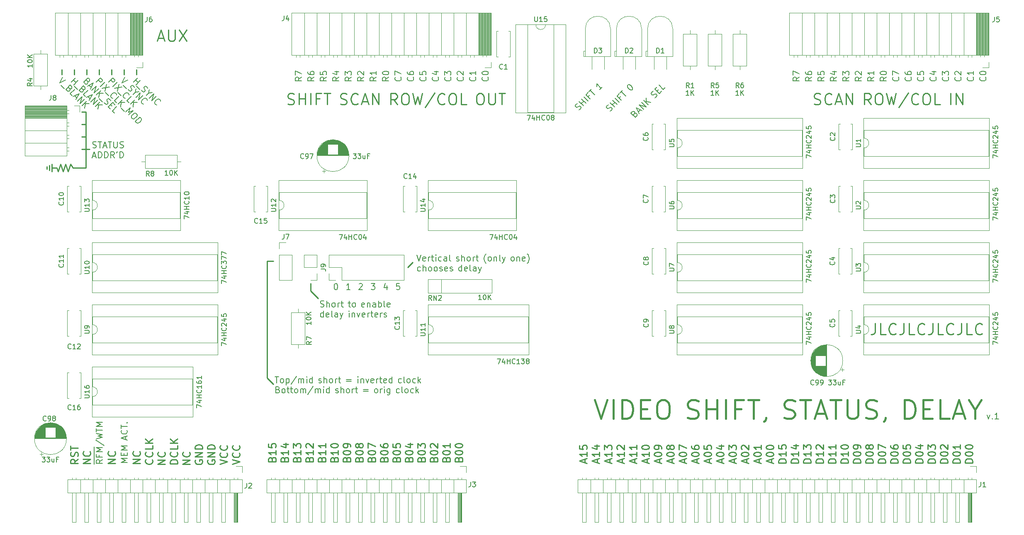
<source format=gto>
G04 #@! TF.GenerationSoftware,KiCad,Pcbnew,(7.0.0)*
G04 #@! TF.CreationDate,2024-03-28T20:38:38-07:00*
G04 #@! TF.ProjectId,video_shift_status_delay,76696465-6f5f-4736-9869-66745f737461,rev?*
G04 #@! TF.SameCoordinates,Original*
G04 #@! TF.FileFunction,Legend,Top*
G04 #@! TF.FilePolarity,Positive*
%FSLAX46Y46*%
G04 Gerber Fmt 4.6, Leading zero omitted, Abs format (unit mm)*
G04 Created by KiCad (PCBNEW (7.0.0)) date 2024-03-28 20:38:38*
%MOMM*%
%LPD*%
G01*
G04 APERTURE LIST*
%ADD10C,0.254000*%
%ADD11C,0.203200*%
%ADD12C,0.381000*%
%ADD13C,0.150000*%
%ADD14C,0.250000*%
%ADD15C,0.120000*%
%ADD16C,1.600000*%
%ADD17R,1.600000X1.600000*%
%ADD18O,1.600000X1.600000*%
%ADD19R,1.700000X1.700000*%
%ADD20O,1.700000X1.700000*%
%ADD21R,1.800000X1.800000*%
%ADD22C,1.800000*%
G04 APERTURE END LIST*
D10*
X101600000Y-126746000D02*
X100330000Y-125476000D01*
X68580000Y-62484000D02*
X68580000Y-63500000D01*
X66040000Y-62484000D02*
X66040000Y-63500000D01*
X60706000Y-82550000D02*
X60198000Y-81788000D01*
X59690000Y-83312000D02*
X59182000Y-81788000D01*
X64135000Y-78740000D02*
X63373000Y-78740000D01*
X63500000Y-62484000D02*
X63500000Y-63500000D01*
X60706000Y-82550000D02*
X61468000Y-82550000D01*
X58166000Y-81788000D02*
X57658000Y-83312000D01*
X56388000Y-81788000D02*
X56388000Y-83312000D01*
X55880000Y-82042000D02*
X55880000Y-83058000D01*
X71120000Y-62484000D02*
X71120000Y-63500000D01*
X58420000Y-62484000D02*
X58420000Y-63500000D01*
X63373000Y-82550000D02*
X61468000Y-82550000D01*
X63373000Y-78740000D02*
X62484000Y-78740000D01*
X100330000Y-101600000D02*
X101600000Y-101600000D01*
X62484000Y-76200000D02*
X63246000Y-76200000D01*
X63373000Y-71120000D02*
X62484000Y-71120000D01*
X55372000Y-82296000D02*
X55372000Y-82804000D01*
X109220000Y-106172000D02*
X109220000Y-107696000D01*
X57658000Y-83312000D02*
X57404000Y-82550000D01*
X110744000Y-109220000D02*
X109220000Y-107696000D01*
X60198000Y-81788000D02*
X59690000Y-83312000D01*
X62484000Y-73660000D02*
X63246000Y-73660000D01*
X58674000Y-83312000D02*
X58166000Y-81788000D01*
X100330000Y-125476000D02*
X100330000Y-101600000D01*
X57404000Y-82550000D02*
X56388000Y-82550000D01*
X60960000Y-62484000D02*
X60960000Y-63500000D01*
X63373000Y-71120000D02*
X63373000Y-78740000D01*
X63373000Y-78740000D02*
X63373000Y-82550000D01*
X130048000Y-101854000D02*
X129032000Y-102870000D01*
X73660000Y-62484000D02*
X73660000Y-63500000D01*
X59182000Y-81788000D02*
X58674000Y-83312000D01*
D11*
X107419623Y-63995904D02*
X106814861Y-64419238D01*
X107419623Y-64721619D02*
X106149623Y-64721619D01*
X106149623Y-64721619D02*
X106149623Y-64237809D01*
X106149623Y-64237809D02*
X106210100Y-64116857D01*
X106210100Y-64116857D02*
X106270576Y-64056380D01*
X106270576Y-64056380D02*
X106391528Y-63995904D01*
X106391528Y-63995904D02*
X106572957Y-63995904D01*
X106572957Y-63995904D02*
X106693909Y-64056380D01*
X106693909Y-64056380D02*
X106754385Y-64116857D01*
X106754385Y-64116857D02*
X106814861Y-64237809D01*
X106814861Y-64237809D02*
X106814861Y-64721619D01*
X106149623Y-63572571D02*
X106149623Y-62725904D01*
X106149623Y-62725904D02*
X107419623Y-63270190D01*
X164016861Y-70710756D02*
X164187914Y-70625230D01*
X164187914Y-70625230D02*
X164401730Y-70411415D01*
X164401730Y-70411415D02*
X164444493Y-70283125D01*
X164444493Y-70283125D02*
X164444493Y-70197599D01*
X164444493Y-70197599D02*
X164401730Y-70069310D01*
X164401730Y-70069310D02*
X164316203Y-69983783D01*
X164316203Y-69983783D02*
X164187914Y-69941020D01*
X164187914Y-69941020D02*
X164102388Y-69941020D01*
X164102388Y-69941020D02*
X163974098Y-69983783D01*
X163974098Y-69983783D02*
X163760283Y-70112073D01*
X163760283Y-70112073D02*
X163631993Y-70154836D01*
X163631993Y-70154836D02*
X163546467Y-70154836D01*
X163546467Y-70154836D02*
X163418178Y-70112073D01*
X163418178Y-70112073D02*
X163332651Y-70026546D01*
X163332651Y-70026546D02*
X163289888Y-69898257D01*
X163289888Y-69898257D02*
X163289888Y-69812731D01*
X163289888Y-69812731D02*
X163332651Y-69684441D01*
X163332651Y-69684441D02*
X163546467Y-69470626D01*
X163546467Y-69470626D02*
X163717520Y-69385100D01*
X164957650Y-69855494D02*
X164059625Y-68957468D01*
X164487256Y-69385099D02*
X165000413Y-68871942D01*
X165470808Y-69342336D02*
X164572782Y-68444311D01*
X165898439Y-68914705D02*
X165000413Y-68016680D01*
X166155018Y-67717338D02*
X165855676Y-68016679D01*
X166326070Y-68487074D02*
X165428045Y-67589048D01*
X165428045Y-67589048D02*
X165855676Y-67161417D01*
X166069491Y-66947602D02*
X166582649Y-66434444D01*
X167224095Y-67589049D02*
X166326070Y-66691023D01*
X168789226Y-66023918D02*
X168276068Y-66537076D01*
X168532647Y-66280497D02*
X167634621Y-65382471D01*
X167634621Y-65382471D02*
X167677385Y-65596287D01*
X167677385Y-65596287D02*
X167677385Y-65767339D01*
X167677385Y-65767339D02*
X167634621Y-65895629D01*
X127399142Y-106149623D02*
X126794380Y-106149623D01*
X126794380Y-106149623D02*
X126733904Y-106754385D01*
X126733904Y-106754385D02*
X126794380Y-106693909D01*
X126794380Y-106693909D02*
X126915333Y-106633433D01*
X126915333Y-106633433D02*
X127217714Y-106633433D01*
X127217714Y-106633433D02*
X127338666Y-106693909D01*
X127338666Y-106693909D02*
X127399142Y-106754385D01*
X127399142Y-106754385D02*
X127459619Y-106875338D01*
X127459619Y-106875338D02*
X127459619Y-107177719D01*
X127459619Y-107177719D02*
X127399142Y-107298671D01*
X127399142Y-107298671D02*
X127338666Y-107359147D01*
X127338666Y-107359147D02*
X127217714Y-107419623D01*
X127217714Y-107419623D02*
X126915333Y-107419623D01*
X126915333Y-107419623D02*
X126794380Y-107359147D01*
X126794380Y-107359147D02*
X126733904Y-107298671D01*
X132698671Y-63995904D02*
X132759147Y-64056380D01*
X132759147Y-64056380D02*
X132819623Y-64237809D01*
X132819623Y-64237809D02*
X132819623Y-64358761D01*
X132819623Y-64358761D02*
X132759147Y-64540190D01*
X132759147Y-64540190D02*
X132638195Y-64661142D01*
X132638195Y-64661142D02*
X132517242Y-64721619D01*
X132517242Y-64721619D02*
X132275338Y-64782095D01*
X132275338Y-64782095D02*
X132093909Y-64782095D01*
X132093909Y-64782095D02*
X131852004Y-64721619D01*
X131852004Y-64721619D02*
X131731052Y-64661142D01*
X131731052Y-64661142D02*
X131610100Y-64540190D01*
X131610100Y-64540190D02*
X131549623Y-64358761D01*
X131549623Y-64358761D02*
X131549623Y-64237809D01*
X131549623Y-64237809D02*
X131610100Y-64056380D01*
X131610100Y-64056380D02*
X131670576Y-63995904D01*
X131549623Y-62846857D02*
X131549623Y-63451619D01*
X131549623Y-63451619D02*
X132154385Y-63512095D01*
X132154385Y-63512095D02*
X132093909Y-63451619D01*
X132093909Y-63451619D02*
X132033433Y-63330666D01*
X132033433Y-63330666D02*
X132033433Y-63028285D01*
X132033433Y-63028285D02*
X132093909Y-62907333D01*
X132093909Y-62907333D02*
X132154385Y-62846857D01*
X132154385Y-62846857D02*
X132275338Y-62786380D01*
X132275338Y-62786380D02*
X132577719Y-62786380D01*
X132577719Y-62786380D02*
X132698671Y-62846857D01*
X132698671Y-62846857D02*
X132759147Y-62907333D01*
X132759147Y-62907333D02*
X132819623Y-63028285D01*
X132819623Y-63028285D02*
X132819623Y-63330666D01*
X132819623Y-63330666D02*
X132759147Y-63451619D01*
X132759147Y-63451619D02*
X132698671Y-63512095D01*
D10*
X224463428Y-114310522D02*
X224463428Y-115943380D01*
X224463428Y-115943380D02*
X224354571Y-116269951D01*
X224354571Y-116269951D02*
X224136857Y-116487665D01*
X224136857Y-116487665D02*
X223810285Y-116596522D01*
X223810285Y-116596522D02*
X223592571Y-116596522D01*
X226640571Y-116596522D02*
X225551999Y-116596522D01*
X225551999Y-116596522D02*
X225551999Y-114310522D01*
X228708856Y-116378808D02*
X228599999Y-116487665D01*
X228599999Y-116487665D02*
X228273427Y-116596522D01*
X228273427Y-116596522D02*
X228055713Y-116596522D01*
X228055713Y-116596522D02*
X227729142Y-116487665D01*
X227729142Y-116487665D02*
X227511427Y-116269951D01*
X227511427Y-116269951D02*
X227402570Y-116052237D01*
X227402570Y-116052237D02*
X227293713Y-115616808D01*
X227293713Y-115616808D02*
X227293713Y-115290237D01*
X227293713Y-115290237D02*
X227402570Y-114854808D01*
X227402570Y-114854808D02*
X227511427Y-114637094D01*
X227511427Y-114637094D02*
X227729142Y-114419380D01*
X227729142Y-114419380D02*
X228055713Y-114310522D01*
X228055713Y-114310522D02*
X228273427Y-114310522D01*
X228273427Y-114310522D02*
X228599999Y-114419380D01*
X228599999Y-114419380D02*
X228708856Y-114528237D01*
X230341713Y-114310522D02*
X230341713Y-115943380D01*
X230341713Y-115943380D02*
X230232856Y-116269951D01*
X230232856Y-116269951D02*
X230015142Y-116487665D01*
X230015142Y-116487665D02*
X229688570Y-116596522D01*
X229688570Y-116596522D02*
X229470856Y-116596522D01*
X232518856Y-116596522D02*
X231430284Y-116596522D01*
X231430284Y-116596522D02*
X231430284Y-114310522D01*
X234587141Y-116378808D02*
X234478284Y-116487665D01*
X234478284Y-116487665D02*
X234151712Y-116596522D01*
X234151712Y-116596522D02*
X233933998Y-116596522D01*
X233933998Y-116596522D02*
X233607427Y-116487665D01*
X233607427Y-116487665D02*
X233389712Y-116269951D01*
X233389712Y-116269951D02*
X233280855Y-116052237D01*
X233280855Y-116052237D02*
X233171998Y-115616808D01*
X233171998Y-115616808D02*
X233171998Y-115290237D01*
X233171998Y-115290237D02*
X233280855Y-114854808D01*
X233280855Y-114854808D02*
X233389712Y-114637094D01*
X233389712Y-114637094D02*
X233607427Y-114419380D01*
X233607427Y-114419380D02*
X233933998Y-114310522D01*
X233933998Y-114310522D02*
X234151712Y-114310522D01*
X234151712Y-114310522D02*
X234478284Y-114419380D01*
X234478284Y-114419380D02*
X234587141Y-114528237D01*
X236219998Y-114310522D02*
X236219998Y-115943380D01*
X236219998Y-115943380D02*
X236111141Y-116269951D01*
X236111141Y-116269951D02*
X235893427Y-116487665D01*
X235893427Y-116487665D02*
X235566855Y-116596522D01*
X235566855Y-116596522D02*
X235349141Y-116596522D01*
X238397141Y-116596522D02*
X237308569Y-116596522D01*
X237308569Y-116596522D02*
X237308569Y-114310522D01*
X240465426Y-116378808D02*
X240356569Y-116487665D01*
X240356569Y-116487665D02*
X240029997Y-116596522D01*
X240029997Y-116596522D02*
X239812283Y-116596522D01*
X239812283Y-116596522D02*
X239485712Y-116487665D01*
X239485712Y-116487665D02*
X239267997Y-116269951D01*
X239267997Y-116269951D02*
X239159140Y-116052237D01*
X239159140Y-116052237D02*
X239050283Y-115616808D01*
X239050283Y-115616808D02*
X239050283Y-115290237D01*
X239050283Y-115290237D02*
X239159140Y-114854808D01*
X239159140Y-114854808D02*
X239267997Y-114637094D01*
X239267997Y-114637094D02*
X239485712Y-114419380D01*
X239485712Y-114419380D02*
X239812283Y-114310522D01*
X239812283Y-114310522D02*
X240029997Y-114310522D01*
X240029997Y-114310522D02*
X240356569Y-114419380D01*
X240356569Y-114419380D02*
X240465426Y-114528237D01*
X242098283Y-114310522D02*
X242098283Y-115943380D01*
X242098283Y-115943380D02*
X241989426Y-116269951D01*
X241989426Y-116269951D02*
X241771712Y-116487665D01*
X241771712Y-116487665D02*
X241445140Y-116596522D01*
X241445140Y-116596522D02*
X241227426Y-116596522D01*
X244275426Y-116596522D02*
X243186854Y-116596522D01*
X243186854Y-116596522D02*
X243186854Y-114310522D01*
X246343711Y-116378808D02*
X246234854Y-116487665D01*
X246234854Y-116487665D02*
X245908282Y-116596522D01*
X245908282Y-116596522D02*
X245690568Y-116596522D01*
X245690568Y-116596522D02*
X245363997Y-116487665D01*
X245363997Y-116487665D02*
X245146282Y-116269951D01*
X245146282Y-116269951D02*
X245037425Y-116052237D01*
X245037425Y-116052237D02*
X244928568Y-115616808D01*
X244928568Y-115616808D02*
X244928568Y-115290237D01*
X244928568Y-115290237D02*
X245037425Y-114854808D01*
X245037425Y-114854808D02*
X245146282Y-114637094D01*
X245146282Y-114637094D02*
X245363997Y-114419380D01*
X245363997Y-114419380D02*
X245690568Y-114310522D01*
X245690568Y-114310522D02*
X245908282Y-114310522D01*
X245908282Y-114310522D02*
X246234854Y-114419380D01*
X246234854Y-114419380D02*
X246343711Y-114528237D01*
D11*
X140318671Y-63995904D02*
X140379147Y-64056380D01*
X140379147Y-64056380D02*
X140439623Y-64237809D01*
X140439623Y-64237809D02*
X140439623Y-64358761D01*
X140439623Y-64358761D02*
X140379147Y-64540190D01*
X140379147Y-64540190D02*
X140258195Y-64661142D01*
X140258195Y-64661142D02*
X140137242Y-64721619D01*
X140137242Y-64721619D02*
X139895338Y-64782095D01*
X139895338Y-64782095D02*
X139713909Y-64782095D01*
X139713909Y-64782095D02*
X139472004Y-64721619D01*
X139472004Y-64721619D02*
X139351052Y-64661142D01*
X139351052Y-64661142D02*
X139230100Y-64540190D01*
X139230100Y-64540190D02*
X139169623Y-64358761D01*
X139169623Y-64358761D02*
X139169623Y-64237809D01*
X139169623Y-64237809D02*
X139230100Y-64056380D01*
X139230100Y-64056380D02*
X139290576Y-63995904D01*
X139290576Y-63512095D02*
X139230100Y-63451619D01*
X139230100Y-63451619D02*
X139169623Y-63330666D01*
X139169623Y-63330666D02*
X139169623Y-63028285D01*
X139169623Y-63028285D02*
X139230100Y-62907333D01*
X139230100Y-62907333D02*
X139290576Y-62846857D01*
X139290576Y-62846857D02*
X139411528Y-62786380D01*
X139411528Y-62786380D02*
X139532480Y-62786380D01*
X139532480Y-62786380D02*
X139713909Y-62846857D01*
X139713909Y-62846857D02*
X140439623Y-63572571D01*
X140439623Y-63572571D02*
X140439623Y-62786380D01*
X234298671Y-63995904D02*
X234359147Y-64056380D01*
X234359147Y-64056380D02*
X234419623Y-64237809D01*
X234419623Y-64237809D02*
X234419623Y-64358761D01*
X234419623Y-64358761D02*
X234359147Y-64540190D01*
X234359147Y-64540190D02*
X234238195Y-64661142D01*
X234238195Y-64661142D02*
X234117242Y-64721619D01*
X234117242Y-64721619D02*
X233875338Y-64782095D01*
X233875338Y-64782095D02*
X233693909Y-64782095D01*
X233693909Y-64782095D02*
X233452004Y-64721619D01*
X233452004Y-64721619D02*
X233331052Y-64661142D01*
X233331052Y-64661142D02*
X233210100Y-64540190D01*
X233210100Y-64540190D02*
X233149623Y-64358761D01*
X233149623Y-64358761D02*
X233149623Y-64237809D01*
X233149623Y-64237809D02*
X233210100Y-64056380D01*
X233210100Y-64056380D02*
X233270576Y-63995904D01*
X233149623Y-62846857D02*
X233149623Y-63451619D01*
X233149623Y-63451619D02*
X233754385Y-63512095D01*
X233754385Y-63512095D02*
X233693909Y-63451619D01*
X233693909Y-63451619D02*
X233633433Y-63330666D01*
X233633433Y-63330666D02*
X233633433Y-63028285D01*
X233633433Y-63028285D02*
X233693909Y-62907333D01*
X233693909Y-62907333D02*
X233754385Y-62846857D01*
X233754385Y-62846857D02*
X233875338Y-62786380D01*
X233875338Y-62786380D02*
X234177719Y-62786380D01*
X234177719Y-62786380D02*
X234298671Y-62846857D01*
X234298671Y-62846857D02*
X234359147Y-62907333D01*
X234359147Y-62907333D02*
X234419623Y-63028285D01*
X234419623Y-63028285D02*
X234419623Y-63330666D01*
X234419623Y-63330666D02*
X234359147Y-63451619D01*
X234359147Y-63451619D02*
X234298671Y-63512095D01*
X111239904Y-110889747D02*
X111421333Y-110950223D01*
X111421333Y-110950223D02*
X111723714Y-110950223D01*
X111723714Y-110950223D02*
X111844666Y-110889747D01*
X111844666Y-110889747D02*
X111905142Y-110829271D01*
X111905142Y-110829271D02*
X111965619Y-110708319D01*
X111965619Y-110708319D02*
X111965619Y-110587366D01*
X111965619Y-110587366D02*
X111905142Y-110466414D01*
X111905142Y-110466414D02*
X111844666Y-110405938D01*
X111844666Y-110405938D02*
X111723714Y-110345461D01*
X111723714Y-110345461D02*
X111481809Y-110284985D01*
X111481809Y-110284985D02*
X111360857Y-110224509D01*
X111360857Y-110224509D02*
X111300380Y-110164033D01*
X111300380Y-110164033D02*
X111239904Y-110043080D01*
X111239904Y-110043080D02*
X111239904Y-109922128D01*
X111239904Y-109922128D02*
X111300380Y-109801176D01*
X111300380Y-109801176D02*
X111360857Y-109740700D01*
X111360857Y-109740700D02*
X111481809Y-109680223D01*
X111481809Y-109680223D02*
X111784190Y-109680223D01*
X111784190Y-109680223D02*
X111965619Y-109740700D01*
X112509904Y-110950223D02*
X112509904Y-109680223D01*
X113054190Y-110950223D02*
X113054190Y-110284985D01*
X113054190Y-110284985D02*
X112993714Y-110164033D01*
X112993714Y-110164033D02*
X112872762Y-110103557D01*
X112872762Y-110103557D02*
X112691333Y-110103557D01*
X112691333Y-110103557D02*
X112570381Y-110164033D01*
X112570381Y-110164033D02*
X112509904Y-110224509D01*
X113840381Y-110950223D02*
X113719429Y-110889747D01*
X113719429Y-110889747D02*
X113658952Y-110829271D01*
X113658952Y-110829271D02*
X113598476Y-110708319D01*
X113598476Y-110708319D02*
X113598476Y-110345461D01*
X113598476Y-110345461D02*
X113658952Y-110224509D01*
X113658952Y-110224509D02*
X113719429Y-110164033D01*
X113719429Y-110164033D02*
X113840381Y-110103557D01*
X113840381Y-110103557D02*
X114021810Y-110103557D01*
X114021810Y-110103557D02*
X114142762Y-110164033D01*
X114142762Y-110164033D02*
X114203238Y-110224509D01*
X114203238Y-110224509D02*
X114263714Y-110345461D01*
X114263714Y-110345461D02*
X114263714Y-110708319D01*
X114263714Y-110708319D02*
X114203238Y-110829271D01*
X114203238Y-110829271D02*
X114142762Y-110889747D01*
X114142762Y-110889747D02*
X114021810Y-110950223D01*
X114021810Y-110950223D02*
X113840381Y-110950223D01*
X114808000Y-110950223D02*
X114808000Y-110103557D01*
X114808000Y-110345461D02*
X114868477Y-110224509D01*
X114868477Y-110224509D02*
X114928953Y-110164033D01*
X114928953Y-110164033D02*
X115049905Y-110103557D01*
X115049905Y-110103557D02*
X115170858Y-110103557D01*
X115412762Y-110103557D02*
X115896571Y-110103557D01*
X115594190Y-109680223D02*
X115594190Y-110768795D01*
X115594190Y-110768795D02*
X115654667Y-110889747D01*
X115654667Y-110889747D02*
X115775619Y-110950223D01*
X115775619Y-110950223D02*
X115896571Y-110950223D01*
X116900476Y-110103557D02*
X117384285Y-110103557D01*
X117081904Y-109680223D02*
X117081904Y-110768795D01*
X117081904Y-110768795D02*
X117142381Y-110889747D01*
X117142381Y-110889747D02*
X117263333Y-110950223D01*
X117263333Y-110950223D02*
X117384285Y-110950223D01*
X117989047Y-110950223D02*
X117868095Y-110889747D01*
X117868095Y-110889747D02*
X117807618Y-110829271D01*
X117807618Y-110829271D02*
X117747142Y-110708319D01*
X117747142Y-110708319D02*
X117747142Y-110345461D01*
X117747142Y-110345461D02*
X117807618Y-110224509D01*
X117807618Y-110224509D02*
X117868095Y-110164033D01*
X117868095Y-110164033D02*
X117989047Y-110103557D01*
X117989047Y-110103557D02*
X118170476Y-110103557D01*
X118170476Y-110103557D02*
X118291428Y-110164033D01*
X118291428Y-110164033D02*
X118351904Y-110224509D01*
X118351904Y-110224509D02*
X118412380Y-110345461D01*
X118412380Y-110345461D02*
X118412380Y-110708319D01*
X118412380Y-110708319D02*
X118351904Y-110829271D01*
X118351904Y-110829271D02*
X118291428Y-110889747D01*
X118291428Y-110889747D02*
X118170476Y-110950223D01*
X118170476Y-110950223D02*
X117989047Y-110950223D01*
X120202476Y-110889747D02*
X120081524Y-110950223D01*
X120081524Y-110950223D02*
X119839619Y-110950223D01*
X119839619Y-110950223D02*
X119718666Y-110889747D01*
X119718666Y-110889747D02*
X119658190Y-110768795D01*
X119658190Y-110768795D02*
X119658190Y-110284985D01*
X119658190Y-110284985D02*
X119718666Y-110164033D01*
X119718666Y-110164033D02*
X119839619Y-110103557D01*
X119839619Y-110103557D02*
X120081524Y-110103557D01*
X120081524Y-110103557D02*
X120202476Y-110164033D01*
X120202476Y-110164033D02*
X120262952Y-110284985D01*
X120262952Y-110284985D02*
X120262952Y-110405938D01*
X120262952Y-110405938D02*
X119658190Y-110526890D01*
X120807237Y-110103557D02*
X120807237Y-110950223D01*
X120807237Y-110224509D02*
X120867714Y-110164033D01*
X120867714Y-110164033D02*
X120988666Y-110103557D01*
X120988666Y-110103557D02*
X121170095Y-110103557D01*
X121170095Y-110103557D02*
X121291047Y-110164033D01*
X121291047Y-110164033D02*
X121351523Y-110284985D01*
X121351523Y-110284985D02*
X121351523Y-110950223D01*
X122500571Y-110950223D02*
X122500571Y-110284985D01*
X122500571Y-110284985D02*
X122440095Y-110164033D01*
X122440095Y-110164033D02*
X122319143Y-110103557D01*
X122319143Y-110103557D02*
X122077238Y-110103557D01*
X122077238Y-110103557D02*
X121956285Y-110164033D01*
X122500571Y-110889747D02*
X122379619Y-110950223D01*
X122379619Y-110950223D02*
X122077238Y-110950223D01*
X122077238Y-110950223D02*
X121956285Y-110889747D01*
X121956285Y-110889747D02*
X121895809Y-110768795D01*
X121895809Y-110768795D02*
X121895809Y-110647842D01*
X121895809Y-110647842D02*
X121956285Y-110526890D01*
X121956285Y-110526890D02*
X122077238Y-110466414D01*
X122077238Y-110466414D02*
X122379619Y-110466414D01*
X122379619Y-110466414D02*
X122500571Y-110405938D01*
X123105333Y-110950223D02*
X123105333Y-109680223D01*
X123105333Y-110164033D02*
X123226286Y-110103557D01*
X123226286Y-110103557D02*
X123468191Y-110103557D01*
X123468191Y-110103557D02*
X123589143Y-110164033D01*
X123589143Y-110164033D02*
X123649619Y-110224509D01*
X123649619Y-110224509D02*
X123710095Y-110345461D01*
X123710095Y-110345461D02*
X123710095Y-110708319D01*
X123710095Y-110708319D02*
X123649619Y-110829271D01*
X123649619Y-110829271D02*
X123589143Y-110889747D01*
X123589143Y-110889747D02*
X123468191Y-110950223D01*
X123468191Y-110950223D02*
X123226286Y-110950223D01*
X123226286Y-110950223D02*
X123105333Y-110889747D01*
X124435810Y-110950223D02*
X124314858Y-110889747D01*
X124314858Y-110889747D02*
X124254381Y-110768795D01*
X124254381Y-110768795D02*
X124254381Y-109680223D01*
X125403429Y-110889747D02*
X125282477Y-110950223D01*
X125282477Y-110950223D02*
X125040572Y-110950223D01*
X125040572Y-110950223D02*
X124919619Y-110889747D01*
X124919619Y-110889747D02*
X124859143Y-110768795D01*
X124859143Y-110768795D02*
X124859143Y-110284985D01*
X124859143Y-110284985D02*
X124919619Y-110164033D01*
X124919619Y-110164033D02*
X125040572Y-110103557D01*
X125040572Y-110103557D02*
X125282477Y-110103557D01*
X125282477Y-110103557D02*
X125403429Y-110164033D01*
X125403429Y-110164033D02*
X125463905Y-110284985D01*
X125463905Y-110284985D02*
X125463905Y-110405938D01*
X125463905Y-110405938D02*
X124859143Y-110526890D01*
X111844666Y-113007623D02*
X111844666Y-111737623D01*
X111844666Y-112947147D02*
X111723714Y-113007623D01*
X111723714Y-113007623D02*
X111481809Y-113007623D01*
X111481809Y-113007623D02*
X111360857Y-112947147D01*
X111360857Y-112947147D02*
X111300380Y-112886671D01*
X111300380Y-112886671D02*
X111239904Y-112765719D01*
X111239904Y-112765719D02*
X111239904Y-112402861D01*
X111239904Y-112402861D02*
X111300380Y-112281909D01*
X111300380Y-112281909D02*
X111360857Y-112221433D01*
X111360857Y-112221433D02*
X111481809Y-112160957D01*
X111481809Y-112160957D02*
X111723714Y-112160957D01*
X111723714Y-112160957D02*
X111844666Y-112221433D01*
X112933238Y-112947147D02*
X112812286Y-113007623D01*
X112812286Y-113007623D02*
X112570381Y-113007623D01*
X112570381Y-113007623D02*
X112449428Y-112947147D01*
X112449428Y-112947147D02*
X112388952Y-112826195D01*
X112388952Y-112826195D02*
X112388952Y-112342385D01*
X112388952Y-112342385D02*
X112449428Y-112221433D01*
X112449428Y-112221433D02*
X112570381Y-112160957D01*
X112570381Y-112160957D02*
X112812286Y-112160957D01*
X112812286Y-112160957D02*
X112933238Y-112221433D01*
X112933238Y-112221433D02*
X112993714Y-112342385D01*
X112993714Y-112342385D02*
X112993714Y-112463338D01*
X112993714Y-112463338D02*
X112388952Y-112584290D01*
X113719428Y-113007623D02*
X113598476Y-112947147D01*
X113598476Y-112947147D02*
X113537999Y-112826195D01*
X113537999Y-112826195D02*
X113537999Y-111737623D01*
X114747523Y-113007623D02*
X114747523Y-112342385D01*
X114747523Y-112342385D02*
X114687047Y-112221433D01*
X114687047Y-112221433D02*
X114566095Y-112160957D01*
X114566095Y-112160957D02*
X114324190Y-112160957D01*
X114324190Y-112160957D02*
X114203237Y-112221433D01*
X114747523Y-112947147D02*
X114626571Y-113007623D01*
X114626571Y-113007623D02*
X114324190Y-113007623D01*
X114324190Y-113007623D02*
X114203237Y-112947147D01*
X114203237Y-112947147D02*
X114142761Y-112826195D01*
X114142761Y-112826195D02*
X114142761Y-112705242D01*
X114142761Y-112705242D02*
X114203237Y-112584290D01*
X114203237Y-112584290D02*
X114324190Y-112523814D01*
X114324190Y-112523814D02*
X114626571Y-112523814D01*
X114626571Y-112523814D02*
X114747523Y-112463338D01*
X115231333Y-112160957D02*
X115533714Y-113007623D01*
X115836095Y-112160957D02*
X115533714Y-113007623D01*
X115533714Y-113007623D02*
X115412762Y-113310004D01*
X115412762Y-113310004D02*
X115352285Y-113370480D01*
X115352285Y-113370480D02*
X115231333Y-113430957D01*
X117081904Y-113007623D02*
X117081904Y-112160957D01*
X117081904Y-111737623D02*
X117021428Y-111798100D01*
X117021428Y-111798100D02*
X117081904Y-111858576D01*
X117081904Y-111858576D02*
X117142381Y-111798100D01*
X117142381Y-111798100D02*
X117081904Y-111737623D01*
X117081904Y-111737623D02*
X117081904Y-111858576D01*
X117686666Y-112160957D02*
X117686666Y-113007623D01*
X117686666Y-112281909D02*
X117747143Y-112221433D01*
X117747143Y-112221433D02*
X117868095Y-112160957D01*
X117868095Y-112160957D02*
X118049524Y-112160957D01*
X118049524Y-112160957D02*
X118170476Y-112221433D01*
X118170476Y-112221433D02*
X118230952Y-112342385D01*
X118230952Y-112342385D02*
X118230952Y-113007623D01*
X118714762Y-112160957D02*
X119017143Y-113007623D01*
X119017143Y-113007623D02*
X119319524Y-112160957D01*
X120287143Y-112947147D02*
X120166191Y-113007623D01*
X120166191Y-113007623D02*
X119924286Y-113007623D01*
X119924286Y-113007623D02*
X119803333Y-112947147D01*
X119803333Y-112947147D02*
X119742857Y-112826195D01*
X119742857Y-112826195D02*
X119742857Y-112342385D01*
X119742857Y-112342385D02*
X119803333Y-112221433D01*
X119803333Y-112221433D02*
X119924286Y-112160957D01*
X119924286Y-112160957D02*
X120166191Y-112160957D01*
X120166191Y-112160957D02*
X120287143Y-112221433D01*
X120287143Y-112221433D02*
X120347619Y-112342385D01*
X120347619Y-112342385D02*
X120347619Y-112463338D01*
X120347619Y-112463338D02*
X119742857Y-112584290D01*
X120891904Y-113007623D02*
X120891904Y-112160957D01*
X120891904Y-112402861D02*
X120952381Y-112281909D01*
X120952381Y-112281909D02*
X121012857Y-112221433D01*
X121012857Y-112221433D02*
X121133809Y-112160957D01*
X121133809Y-112160957D02*
X121254762Y-112160957D01*
X121496666Y-112160957D02*
X121980475Y-112160957D01*
X121678094Y-111737623D02*
X121678094Y-112826195D01*
X121678094Y-112826195D02*
X121738571Y-112947147D01*
X121738571Y-112947147D02*
X121859523Y-113007623D01*
X121859523Y-113007623D02*
X121980475Y-113007623D01*
X122887618Y-112947147D02*
X122766666Y-113007623D01*
X122766666Y-113007623D02*
X122524761Y-113007623D01*
X122524761Y-113007623D02*
X122403808Y-112947147D01*
X122403808Y-112947147D02*
X122343332Y-112826195D01*
X122343332Y-112826195D02*
X122343332Y-112342385D01*
X122343332Y-112342385D02*
X122403808Y-112221433D01*
X122403808Y-112221433D02*
X122524761Y-112160957D01*
X122524761Y-112160957D02*
X122766666Y-112160957D01*
X122766666Y-112160957D02*
X122887618Y-112221433D01*
X122887618Y-112221433D02*
X122948094Y-112342385D01*
X122948094Y-112342385D02*
X122948094Y-112463338D01*
X122948094Y-112463338D02*
X122343332Y-112584290D01*
X123492379Y-113007623D02*
X123492379Y-112160957D01*
X123492379Y-112402861D02*
X123552856Y-112281909D01*
X123552856Y-112281909D02*
X123613332Y-112221433D01*
X123613332Y-112221433D02*
X123734284Y-112160957D01*
X123734284Y-112160957D02*
X123855237Y-112160957D01*
X124218093Y-112947147D02*
X124339046Y-113007623D01*
X124339046Y-113007623D02*
X124580950Y-113007623D01*
X124580950Y-113007623D02*
X124701903Y-112947147D01*
X124701903Y-112947147D02*
X124762379Y-112826195D01*
X124762379Y-112826195D02*
X124762379Y-112765719D01*
X124762379Y-112765719D02*
X124701903Y-112644766D01*
X124701903Y-112644766D02*
X124580950Y-112584290D01*
X124580950Y-112584290D02*
X124399522Y-112584290D01*
X124399522Y-112584290D02*
X124278569Y-112523814D01*
X124278569Y-112523814D02*
X124218093Y-112402861D01*
X124218093Y-112402861D02*
X124218093Y-112342385D01*
X124218093Y-112342385D02*
X124278569Y-112221433D01*
X124278569Y-112221433D02*
X124399522Y-112160957D01*
X124399522Y-112160957D02*
X124580950Y-112160957D01*
X124580950Y-112160957D02*
X124701903Y-112221433D01*
X117579623Y-63995904D02*
X116974861Y-64419238D01*
X117579623Y-64721619D02*
X116309623Y-64721619D01*
X116309623Y-64721619D02*
X116309623Y-64237809D01*
X116309623Y-64237809D02*
X116370100Y-64116857D01*
X116370100Y-64116857D02*
X116430576Y-64056380D01*
X116430576Y-64056380D02*
X116551528Y-63995904D01*
X116551528Y-63995904D02*
X116732957Y-63995904D01*
X116732957Y-63995904D02*
X116853909Y-64056380D01*
X116853909Y-64056380D02*
X116914385Y-64116857D01*
X116914385Y-64116857D02*
X116974861Y-64237809D01*
X116974861Y-64237809D02*
X116974861Y-64721619D01*
X116309623Y-63572571D02*
X116309623Y-62786380D01*
X116309623Y-62786380D02*
X116793433Y-63209714D01*
X116793433Y-63209714D02*
X116793433Y-63028285D01*
X116793433Y-63028285D02*
X116853909Y-62907333D01*
X116853909Y-62907333D02*
X116914385Y-62846857D01*
X116914385Y-62846857D02*
X117035338Y-62786380D01*
X117035338Y-62786380D02*
X117337719Y-62786380D01*
X117337719Y-62786380D02*
X117458671Y-62846857D01*
X117458671Y-62846857D02*
X117519147Y-62907333D01*
X117519147Y-62907333D02*
X117579623Y-63028285D01*
X117579623Y-63028285D02*
X117579623Y-63391142D01*
X117579623Y-63391142D02*
X117519147Y-63512095D01*
X117519147Y-63512095D02*
X117458671Y-63572571D01*
X226799623Y-63995904D02*
X226194861Y-64419238D01*
X226799623Y-64721619D02*
X225529623Y-64721619D01*
X225529623Y-64721619D02*
X225529623Y-64237809D01*
X225529623Y-64237809D02*
X225590100Y-64116857D01*
X225590100Y-64116857D02*
X225650576Y-64056380D01*
X225650576Y-64056380D02*
X225771528Y-63995904D01*
X225771528Y-63995904D02*
X225952957Y-63995904D01*
X225952957Y-63995904D02*
X226073909Y-64056380D01*
X226073909Y-64056380D02*
X226134385Y-64116857D01*
X226134385Y-64116857D02*
X226194861Y-64237809D01*
X226194861Y-64237809D02*
X226194861Y-64721619D01*
X225529623Y-63209714D02*
X225529623Y-63088761D01*
X225529623Y-63088761D02*
X225590100Y-62967809D01*
X225590100Y-62967809D02*
X225650576Y-62907333D01*
X225650576Y-62907333D02*
X225771528Y-62846857D01*
X225771528Y-62846857D02*
X226013433Y-62786380D01*
X226013433Y-62786380D02*
X226315814Y-62786380D01*
X226315814Y-62786380D02*
X226557719Y-62846857D01*
X226557719Y-62846857D02*
X226678671Y-62907333D01*
X226678671Y-62907333D02*
X226739147Y-62967809D01*
X226739147Y-62967809D02*
X226799623Y-63088761D01*
X226799623Y-63088761D02*
X226799623Y-63209714D01*
X226799623Y-63209714D02*
X226739147Y-63330666D01*
X226739147Y-63330666D02*
X226678671Y-63391142D01*
X226678671Y-63391142D02*
X226557719Y-63451619D01*
X226557719Y-63451619D02*
X226315814Y-63512095D01*
X226315814Y-63512095D02*
X226013433Y-63512095D01*
X226013433Y-63512095D02*
X225771528Y-63451619D01*
X225771528Y-63451619D02*
X225650576Y-63391142D01*
X225650576Y-63391142D02*
X225590100Y-63330666D01*
X225590100Y-63330666D02*
X225529623Y-63209714D01*
X216639623Y-63995904D02*
X216034861Y-64419238D01*
X216639623Y-64721619D02*
X215369623Y-64721619D01*
X215369623Y-64721619D02*
X215369623Y-64237809D01*
X215369623Y-64237809D02*
X215430100Y-64116857D01*
X215430100Y-64116857D02*
X215490576Y-64056380D01*
X215490576Y-64056380D02*
X215611528Y-63995904D01*
X215611528Y-63995904D02*
X215792957Y-63995904D01*
X215792957Y-63995904D02*
X215913909Y-64056380D01*
X215913909Y-64056380D02*
X215974385Y-64116857D01*
X215974385Y-64116857D02*
X216034861Y-64237809D01*
X216034861Y-64237809D02*
X216034861Y-64721619D01*
X215792957Y-62907333D02*
X216639623Y-62907333D01*
X215309147Y-63209714D02*
X216216290Y-63512095D01*
X216216290Y-63512095D02*
X216216290Y-62725904D01*
X130930952Y-100282223D02*
X131354285Y-101552223D01*
X131354285Y-101552223D02*
X131777619Y-100282223D01*
X132684761Y-101491747D02*
X132563809Y-101552223D01*
X132563809Y-101552223D02*
X132321904Y-101552223D01*
X132321904Y-101552223D02*
X132200951Y-101491747D01*
X132200951Y-101491747D02*
X132140475Y-101370795D01*
X132140475Y-101370795D02*
X132140475Y-100886985D01*
X132140475Y-100886985D02*
X132200951Y-100766033D01*
X132200951Y-100766033D02*
X132321904Y-100705557D01*
X132321904Y-100705557D02*
X132563809Y-100705557D01*
X132563809Y-100705557D02*
X132684761Y-100766033D01*
X132684761Y-100766033D02*
X132745237Y-100886985D01*
X132745237Y-100886985D02*
X132745237Y-101007938D01*
X132745237Y-101007938D02*
X132140475Y-101128890D01*
X133289522Y-101552223D02*
X133289522Y-100705557D01*
X133289522Y-100947461D02*
X133349999Y-100826509D01*
X133349999Y-100826509D02*
X133410475Y-100766033D01*
X133410475Y-100766033D02*
X133531427Y-100705557D01*
X133531427Y-100705557D02*
X133652380Y-100705557D01*
X133894284Y-100705557D02*
X134378093Y-100705557D01*
X134075712Y-100282223D02*
X134075712Y-101370795D01*
X134075712Y-101370795D02*
X134136189Y-101491747D01*
X134136189Y-101491747D02*
X134257141Y-101552223D01*
X134257141Y-101552223D02*
X134378093Y-101552223D01*
X134801426Y-101552223D02*
X134801426Y-100705557D01*
X134801426Y-100282223D02*
X134740950Y-100342700D01*
X134740950Y-100342700D02*
X134801426Y-100403176D01*
X134801426Y-100403176D02*
X134861903Y-100342700D01*
X134861903Y-100342700D02*
X134801426Y-100282223D01*
X134801426Y-100282223D02*
X134801426Y-100403176D01*
X135950474Y-101491747D02*
X135829522Y-101552223D01*
X135829522Y-101552223D02*
X135587617Y-101552223D01*
X135587617Y-101552223D02*
X135466665Y-101491747D01*
X135466665Y-101491747D02*
X135406188Y-101431271D01*
X135406188Y-101431271D02*
X135345712Y-101310319D01*
X135345712Y-101310319D02*
X135345712Y-100947461D01*
X135345712Y-100947461D02*
X135406188Y-100826509D01*
X135406188Y-100826509D02*
X135466665Y-100766033D01*
X135466665Y-100766033D02*
X135587617Y-100705557D01*
X135587617Y-100705557D02*
X135829522Y-100705557D01*
X135829522Y-100705557D02*
X135950474Y-100766033D01*
X137039045Y-101552223D02*
X137039045Y-100886985D01*
X137039045Y-100886985D02*
X136978569Y-100766033D01*
X136978569Y-100766033D02*
X136857617Y-100705557D01*
X136857617Y-100705557D02*
X136615712Y-100705557D01*
X136615712Y-100705557D02*
X136494759Y-100766033D01*
X137039045Y-101491747D02*
X136918093Y-101552223D01*
X136918093Y-101552223D02*
X136615712Y-101552223D01*
X136615712Y-101552223D02*
X136494759Y-101491747D01*
X136494759Y-101491747D02*
X136434283Y-101370795D01*
X136434283Y-101370795D02*
X136434283Y-101249842D01*
X136434283Y-101249842D02*
X136494759Y-101128890D01*
X136494759Y-101128890D02*
X136615712Y-101068414D01*
X136615712Y-101068414D02*
X136918093Y-101068414D01*
X136918093Y-101068414D02*
X137039045Y-101007938D01*
X137825236Y-101552223D02*
X137704284Y-101491747D01*
X137704284Y-101491747D02*
X137643807Y-101370795D01*
X137643807Y-101370795D02*
X137643807Y-100282223D01*
X139010569Y-101491747D02*
X139131522Y-101552223D01*
X139131522Y-101552223D02*
X139373426Y-101552223D01*
X139373426Y-101552223D02*
X139494379Y-101491747D01*
X139494379Y-101491747D02*
X139554855Y-101370795D01*
X139554855Y-101370795D02*
X139554855Y-101310319D01*
X139554855Y-101310319D02*
X139494379Y-101189366D01*
X139494379Y-101189366D02*
X139373426Y-101128890D01*
X139373426Y-101128890D02*
X139191998Y-101128890D01*
X139191998Y-101128890D02*
X139071045Y-101068414D01*
X139071045Y-101068414D02*
X139010569Y-100947461D01*
X139010569Y-100947461D02*
X139010569Y-100886985D01*
X139010569Y-100886985D02*
X139071045Y-100766033D01*
X139071045Y-100766033D02*
X139191998Y-100705557D01*
X139191998Y-100705557D02*
X139373426Y-100705557D01*
X139373426Y-100705557D02*
X139494379Y-100766033D01*
X140099140Y-101552223D02*
X140099140Y-100282223D01*
X140643426Y-101552223D02*
X140643426Y-100886985D01*
X140643426Y-100886985D02*
X140582950Y-100766033D01*
X140582950Y-100766033D02*
X140461998Y-100705557D01*
X140461998Y-100705557D02*
X140280569Y-100705557D01*
X140280569Y-100705557D02*
X140159617Y-100766033D01*
X140159617Y-100766033D02*
X140099140Y-100826509D01*
X141429617Y-101552223D02*
X141308665Y-101491747D01*
X141308665Y-101491747D02*
X141248188Y-101431271D01*
X141248188Y-101431271D02*
X141187712Y-101310319D01*
X141187712Y-101310319D02*
X141187712Y-100947461D01*
X141187712Y-100947461D02*
X141248188Y-100826509D01*
X141248188Y-100826509D02*
X141308665Y-100766033D01*
X141308665Y-100766033D02*
X141429617Y-100705557D01*
X141429617Y-100705557D02*
X141611046Y-100705557D01*
X141611046Y-100705557D02*
X141731998Y-100766033D01*
X141731998Y-100766033D02*
X141792474Y-100826509D01*
X141792474Y-100826509D02*
X141852950Y-100947461D01*
X141852950Y-100947461D02*
X141852950Y-101310319D01*
X141852950Y-101310319D02*
X141792474Y-101431271D01*
X141792474Y-101431271D02*
X141731998Y-101491747D01*
X141731998Y-101491747D02*
X141611046Y-101552223D01*
X141611046Y-101552223D02*
X141429617Y-101552223D01*
X142397236Y-101552223D02*
X142397236Y-100705557D01*
X142397236Y-100947461D02*
X142457713Y-100826509D01*
X142457713Y-100826509D02*
X142518189Y-100766033D01*
X142518189Y-100766033D02*
X142639141Y-100705557D01*
X142639141Y-100705557D02*
X142760094Y-100705557D01*
X143001998Y-100705557D02*
X143485807Y-100705557D01*
X143183426Y-100282223D02*
X143183426Y-101370795D01*
X143183426Y-101370795D02*
X143243903Y-101491747D01*
X143243903Y-101491747D02*
X143364855Y-101552223D01*
X143364855Y-101552223D02*
X143485807Y-101552223D01*
X145033998Y-102036033D02*
X144973521Y-101975557D01*
X144973521Y-101975557D02*
X144852569Y-101794128D01*
X144852569Y-101794128D02*
X144792093Y-101673176D01*
X144792093Y-101673176D02*
X144731617Y-101491747D01*
X144731617Y-101491747D02*
X144671140Y-101189366D01*
X144671140Y-101189366D02*
X144671140Y-100947461D01*
X144671140Y-100947461D02*
X144731617Y-100645080D01*
X144731617Y-100645080D02*
X144792093Y-100463652D01*
X144792093Y-100463652D02*
X144852569Y-100342700D01*
X144852569Y-100342700D02*
X144973521Y-100161271D01*
X144973521Y-100161271D02*
X145033998Y-100100795D01*
X145699236Y-101552223D02*
X145578284Y-101491747D01*
X145578284Y-101491747D02*
X145517807Y-101431271D01*
X145517807Y-101431271D02*
X145457331Y-101310319D01*
X145457331Y-101310319D02*
X145457331Y-100947461D01*
X145457331Y-100947461D02*
X145517807Y-100826509D01*
X145517807Y-100826509D02*
X145578284Y-100766033D01*
X145578284Y-100766033D02*
X145699236Y-100705557D01*
X145699236Y-100705557D02*
X145880665Y-100705557D01*
X145880665Y-100705557D02*
X146001617Y-100766033D01*
X146001617Y-100766033D02*
X146062093Y-100826509D01*
X146062093Y-100826509D02*
X146122569Y-100947461D01*
X146122569Y-100947461D02*
X146122569Y-101310319D01*
X146122569Y-101310319D02*
X146062093Y-101431271D01*
X146062093Y-101431271D02*
X146001617Y-101491747D01*
X146001617Y-101491747D02*
X145880665Y-101552223D01*
X145880665Y-101552223D02*
X145699236Y-101552223D01*
X146666855Y-100705557D02*
X146666855Y-101552223D01*
X146666855Y-100826509D02*
X146727332Y-100766033D01*
X146727332Y-100766033D02*
X146848284Y-100705557D01*
X146848284Y-100705557D02*
X147029713Y-100705557D01*
X147029713Y-100705557D02*
X147150665Y-100766033D01*
X147150665Y-100766033D02*
X147211141Y-100886985D01*
X147211141Y-100886985D02*
X147211141Y-101552223D01*
X147997332Y-101552223D02*
X147876380Y-101491747D01*
X147876380Y-101491747D02*
X147815903Y-101370795D01*
X147815903Y-101370795D02*
X147815903Y-100282223D01*
X148360189Y-100705557D02*
X148662570Y-101552223D01*
X148964951Y-100705557D02*
X148662570Y-101552223D01*
X148662570Y-101552223D02*
X148541618Y-101854604D01*
X148541618Y-101854604D02*
X148481141Y-101915080D01*
X148481141Y-101915080D02*
X148360189Y-101975557D01*
X150392189Y-101552223D02*
X150271237Y-101491747D01*
X150271237Y-101491747D02*
X150210760Y-101431271D01*
X150210760Y-101431271D02*
X150150284Y-101310319D01*
X150150284Y-101310319D02*
X150150284Y-100947461D01*
X150150284Y-100947461D02*
X150210760Y-100826509D01*
X150210760Y-100826509D02*
X150271237Y-100766033D01*
X150271237Y-100766033D02*
X150392189Y-100705557D01*
X150392189Y-100705557D02*
X150573618Y-100705557D01*
X150573618Y-100705557D02*
X150694570Y-100766033D01*
X150694570Y-100766033D02*
X150755046Y-100826509D01*
X150755046Y-100826509D02*
X150815522Y-100947461D01*
X150815522Y-100947461D02*
X150815522Y-101310319D01*
X150815522Y-101310319D02*
X150755046Y-101431271D01*
X150755046Y-101431271D02*
X150694570Y-101491747D01*
X150694570Y-101491747D02*
X150573618Y-101552223D01*
X150573618Y-101552223D02*
X150392189Y-101552223D01*
X151359808Y-100705557D02*
X151359808Y-101552223D01*
X151359808Y-100826509D02*
X151420285Y-100766033D01*
X151420285Y-100766033D02*
X151541237Y-100705557D01*
X151541237Y-100705557D02*
X151722666Y-100705557D01*
X151722666Y-100705557D02*
X151843618Y-100766033D01*
X151843618Y-100766033D02*
X151904094Y-100886985D01*
X151904094Y-100886985D02*
X151904094Y-101552223D01*
X152992666Y-101491747D02*
X152871714Y-101552223D01*
X152871714Y-101552223D02*
X152629809Y-101552223D01*
X152629809Y-101552223D02*
X152508856Y-101491747D01*
X152508856Y-101491747D02*
X152448380Y-101370795D01*
X152448380Y-101370795D02*
X152448380Y-100886985D01*
X152448380Y-100886985D02*
X152508856Y-100766033D01*
X152508856Y-100766033D02*
X152629809Y-100705557D01*
X152629809Y-100705557D02*
X152871714Y-100705557D01*
X152871714Y-100705557D02*
X152992666Y-100766033D01*
X152992666Y-100766033D02*
X153053142Y-100886985D01*
X153053142Y-100886985D02*
X153053142Y-101007938D01*
X153053142Y-101007938D02*
X152448380Y-101128890D01*
X153476475Y-102036033D02*
X153536951Y-101975557D01*
X153536951Y-101975557D02*
X153657904Y-101794128D01*
X153657904Y-101794128D02*
X153718380Y-101673176D01*
X153718380Y-101673176D02*
X153778856Y-101491747D01*
X153778856Y-101491747D02*
X153839332Y-101189366D01*
X153839332Y-101189366D02*
X153839332Y-100947461D01*
X153839332Y-100947461D02*
X153778856Y-100645080D01*
X153778856Y-100645080D02*
X153718380Y-100463652D01*
X153718380Y-100463652D02*
X153657904Y-100342700D01*
X153657904Y-100342700D02*
X153536951Y-100161271D01*
X153536951Y-100161271D02*
X153476475Y-100100795D01*
X131656666Y-103549147D02*
X131535714Y-103609623D01*
X131535714Y-103609623D02*
X131293809Y-103609623D01*
X131293809Y-103609623D02*
X131172857Y-103549147D01*
X131172857Y-103549147D02*
X131112380Y-103488671D01*
X131112380Y-103488671D02*
X131051904Y-103367719D01*
X131051904Y-103367719D02*
X131051904Y-103004861D01*
X131051904Y-103004861D02*
X131112380Y-102883909D01*
X131112380Y-102883909D02*
X131172857Y-102823433D01*
X131172857Y-102823433D02*
X131293809Y-102762957D01*
X131293809Y-102762957D02*
X131535714Y-102762957D01*
X131535714Y-102762957D02*
X131656666Y-102823433D01*
X132200951Y-103609623D02*
X132200951Y-102339623D01*
X132745237Y-103609623D02*
X132745237Y-102944385D01*
X132745237Y-102944385D02*
X132684761Y-102823433D01*
X132684761Y-102823433D02*
X132563809Y-102762957D01*
X132563809Y-102762957D02*
X132382380Y-102762957D01*
X132382380Y-102762957D02*
X132261428Y-102823433D01*
X132261428Y-102823433D02*
X132200951Y-102883909D01*
X133531428Y-103609623D02*
X133410476Y-103549147D01*
X133410476Y-103549147D02*
X133349999Y-103488671D01*
X133349999Y-103488671D02*
X133289523Y-103367719D01*
X133289523Y-103367719D02*
X133289523Y-103004861D01*
X133289523Y-103004861D02*
X133349999Y-102883909D01*
X133349999Y-102883909D02*
X133410476Y-102823433D01*
X133410476Y-102823433D02*
X133531428Y-102762957D01*
X133531428Y-102762957D02*
X133712857Y-102762957D01*
X133712857Y-102762957D02*
X133833809Y-102823433D01*
X133833809Y-102823433D02*
X133894285Y-102883909D01*
X133894285Y-102883909D02*
X133954761Y-103004861D01*
X133954761Y-103004861D02*
X133954761Y-103367719D01*
X133954761Y-103367719D02*
X133894285Y-103488671D01*
X133894285Y-103488671D02*
X133833809Y-103549147D01*
X133833809Y-103549147D02*
X133712857Y-103609623D01*
X133712857Y-103609623D02*
X133531428Y-103609623D01*
X134680476Y-103609623D02*
X134559524Y-103549147D01*
X134559524Y-103549147D02*
X134499047Y-103488671D01*
X134499047Y-103488671D02*
X134438571Y-103367719D01*
X134438571Y-103367719D02*
X134438571Y-103004861D01*
X134438571Y-103004861D02*
X134499047Y-102883909D01*
X134499047Y-102883909D02*
X134559524Y-102823433D01*
X134559524Y-102823433D02*
X134680476Y-102762957D01*
X134680476Y-102762957D02*
X134861905Y-102762957D01*
X134861905Y-102762957D02*
X134982857Y-102823433D01*
X134982857Y-102823433D02*
X135043333Y-102883909D01*
X135043333Y-102883909D02*
X135103809Y-103004861D01*
X135103809Y-103004861D02*
X135103809Y-103367719D01*
X135103809Y-103367719D02*
X135043333Y-103488671D01*
X135043333Y-103488671D02*
X134982857Y-103549147D01*
X134982857Y-103549147D02*
X134861905Y-103609623D01*
X134861905Y-103609623D02*
X134680476Y-103609623D01*
X135587619Y-103549147D02*
X135708572Y-103609623D01*
X135708572Y-103609623D02*
X135950476Y-103609623D01*
X135950476Y-103609623D02*
X136071429Y-103549147D01*
X136071429Y-103549147D02*
X136131905Y-103428195D01*
X136131905Y-103428195D02*
X136131905Y-103367719D01*
X136131905Y-103367719D02*
X136071429Y-103246766D01*
X136071429Y-103246766D02*
X135950476Y-103186290D01*
X135950476Y-103186290D02*
X135769048Y-103186290D01*
X135769048Y-103186290D02*
X135648095Y-103125814D01*
X135648095Y-103125814D02*
X135587619Y-103004861D01*
X135587619Y-103004861D02*
X135587619Y-102944385D01*
X135587619Y-102944385D02*
X135648095Y-102823433D01*
X135648095Y-102823433D02*
X135769048Y-102762957D01*
X135769048Y-102762957D02*
X135950476Y-102762957D01*
X135950476Y-102762957D02*
X136071429Y-102823433D01*
X137160000Y-103549147D02*
X137039048Y-103609623D01*
X137039048Y-103609623D02*
X136797143Y-103609623D01*
X136797143Y-103609623D02*
X136676190Y-103549147D01*
X136676190Y-103549147D02*
X136615714Y-103428195D01*
X136615714Y-103428195D02*
X136615714Y-102944385D01*
X136615714Y-102944385D02*
X136676190Y-102823433D01*
X136676190Y-102823433D02*
X136797143Y-102762957D01*
X136797143Y-102762957D02*
X137039048Y-102762957D01*
X137039048Y-102762957D02*
X137160000Y-102823433D01*
X137160000Y-102823433D02*
X137220476Y-102944385D01*
X137220476Y-102944385D02*
X137220476Y-103065338D01*
X137220476Y-103065338D02*
X136615714Y-103186290D01*
X137704285Y-103549147D02*
X137825238Y-103609623D01*
X137825238Y-103609623D02*
X138067142Y-103609623D01*
X138067142Y-103609623D02*
X138188095Y-103549147D01*
X138188095Y-103549147D02*
X138248571Y-103428195D01*
X138248571Y-103428195D02*
X138248571Y-103367719D01*
X138248571Y-103367719D02*
X138188095Y-103246766D01*
X138188095Y-103246766D02*
X138067142Y-103186290D01*
X138067142Y-103186290D02*
X137885714Y-103186290D01*
X137885714Y-103186290D02*
X137764761Y-103125814D01*
X137764761Y-103125814D02*
X137704285Y-103004861D01*
X137704285Y-103004861D02*
X137704285Y-102944385D01*
X137704285Y-102944385D02*
X137764761Y-102823433D01*
X137764761Y-102823433D02*
X137885714Y-102762957D01*
X137885714Y-102762957D02*
X138067142Y-102762957D01*
X138067142Y-102762957D02*
X138188095Y-102823433D01*
X140099142Y-103609623D02*
X140099142Y-102339623D01*
X140099142Y-103549147D02*
X139978190Y-103609623D01*
X139978190Y-103609623D02*
X139736285Y-103609623D01*
X139736285Y-103609623D02*
X139615333Y-103549147D01*
X139615333Y-103549147D02*
X139554856Y-103488671D01*
X139554856Y-103488671D02*
X139494380Y-103367719D01*
X139494380Y-103367719D02*
X139494380Y-103004861D01*
X139494380Y-103004861D02*
X139554856Y-102883909D01*
X139554856Y-102883909D02*
X139615333Y-102823433D01*
X139615333Y-102823433D02*
X139736285Y-102762957D01*
X139736285Y-102762957D02*
X139978190Y-102762957D01*
X139978190Y-102762957D02*
X140099142Y-102823433D01*
X141187714Y-103549147D02*
X141066762Y-103609623D01*
X141066762Y-103609623D02*
X140824857Y-103609623D01*
X140824857Y-103609623D02*
X140703904Y-103549147D01*
X140703904Y-103549147D02*
X140643428Y-103428195D01*
X140643428Y-103428195D02*
X140643428Y-102944385D01*
X140643428Y-102944385D02*
X140703904Y-102823433D01*
X140703904Y-102823433D02*
X140824857Y-102762957D01*
X140824857Y-102762957D02*
X141066762Y-102762957D01*
X141066762Y-102762957D02*
X141187714Y-102823433D01*
X141187714Y-102823433D02*
X141248190Y-102944385D01*
X141248190Y-102944385D02*
X141248190Y-103065338D01*
X141248190Y-103065338D02*
X140643428Y-103186290D01*
X141973904Y-103609623D02*
X141852952Y-103549147D01*
X141852952Y-103549147D02*
X141792475Y-103428195D01*
X141792475Y-103428195D02*
X141792475Y-102339623D01*
X143001999Y-103609623D02*
X143001999Y-102944385D01*
X143001999Y-102944385D02*
X142941523Y-102823433D01*
X142941523Y-102823433D02*
X142820571Y-102762957D01*
X142820571Y-102762957D02*
X142578666Y-102762957D01*
X142578666Y-102762957D02*
X142457713Y-102823433D01*
X143001999Y-103549147D02*
X142881047Y-103609623D01*
X142881047Y-103609623D02*
X142578666Y-103609623D01*
X142578666Y-103609623D02*
X142457713Y-103549147D01*
X142457713Y-103549147D02*
X142397237Y-103428195D01*
X142397237Y-103428195D02*
X142397237Y-103307242D01*
X142397237Y-103307242D02*
X142457713Y-103186290D01*
X142457713Y-103186290D02*
X142578666Y-103125814D01*
X142578666Y-103125814D02*
X142881047Y-103125814D01*
X142881047Y-103125814D02*
X143001999Y-103065338D01*
X143485809Y-102762957D02*
X143788190Y-103609623D01*
X144090571Y-102762957D02*
X143788190Y-103609623D01*
X143788190Y-103609623D02*
X143667238Y-103912004D01*
X143667238Y-103912004D02*
X143606761Y-103972480D01*
X143606761Y-103972480D02*
X143485809Y-104032957D01*
X244458671Y-63995904D02*
X244519147Y-64056380D01*
X244519147Y-64056380D02*
X244579623Y-64237809D01*
X244579623Y-64237809D02*
X244579623Y-64358761D01*
X244579623Y-64358761D02*
X244519147Y-64540190D01*
X244519147Y-64540190D02*
X244398195Y-64661142D01*
X244398195Y-64661142D02*
X244277242Y-64721619D01*
X244277242Y-64721619D02*
X244035338Y-64782095D01*
X244035338Y-64782095D02*
X243853909Y-64782095D01*
X243853909Y-64782095D02*
X243612004Y-64721619D01*
X243612004Y-64721619D02*
X243491052Y-64661142D01*
X243491052Y-64661142D02*
X243370100Y-64540190D01*
X243370100Y-64540190D02*
X243309623Y-64358761D01*
X243309623Y-64358761D02*
X243309623Y-64237809D01*
X243309623Y-64237809D02*
X243370100Y-64056380D01*
X243370100Y-64056380D02*
X243430576Y-63995904D01*
X244579623Y-62786380D02*
X244579623Y-63512095D01*
X244579623Y-63149238D02*
X243309623Y-63149238D01*
X243309623Y-63149238D02*
X243491052Y-63270190D01*
X243491052Y-63270190D02*
X243612004Y-63391142D01*
X243612004Y-63391142D02*
X243672480Y-63512095D01*
X175361335Y-71465020D02*
X175532388Y-71379494D01*
X175532388Y-71379494D02*
X175617914Y-71379494D01*
X175617914Y-71379494D02*
X175746203Y-71422257D01*
X175746203Y-71422257D02*
X175874493Y-71550546D01*
X175874493Y-71550546D02*
X175917256Y-71678836D01*
X175917256Y-71678836D02*
X175917256Y-71764362D01*
X175917256Y-71764362D02*
X175874493Y-71892651D01*
X175874493Y-71892651D02*
X175532388Y-72234756D01*
X175532388Y-72234756D02*
X174634362Y-71336731D01*
X174634362Y-71336731D02*
X174933704Y-71037389D01*
X174933704Y-71037389D02*
X175061993Y-70994626D01*
X175061993Y-70994626D02*
X175147520Y-70994626D01*
X175147520Y-70994626D02*
X175275809Y-71037389D01*
X175275809Y-71037389D02*
X175361335Y-71122915D01*
X175361335Y-71122915D02*
X175404098Y-71251205D01*
X175404098Y-71251205D02*
X175404098Y-71336731D01*
X175404098Y-71336731D02*
X175361335Y-71465020D01*
X175361335Y-71465020D02*
X175061993Y-71764362D01*
X176131071Y-71122915D02*
X176558703Y-70695284D01*
X176302124Y-71465020D02*
X175703440Y-70267653D01*
X175703440Y-70267653D02*
X176900808Y-70866336D01*
X177200149Y-70566995D02*
X176302124Y-69668969D01*
X176302124Y-69668969D02*
X177713307Y-70053837D01*
X177713307Y-70053837D02*
X176815281Y-69155812D01*
X178140938Y-69626206D02*
X177242912Y-68728181D01*
X178654095Y-69113049D02*
X177756070Y-68984759D01*
X177756070Y-68215023D02*
X177756070Y-69241338D01*
X179492253Y-68189365D02*
X179663305Y-68103839D01*
X179663305Y-68103839D02*
X179877121Y-67890023D01*
X179877121Y-67890023D02*
X179919884Y-67761734D01*
X179919884Y-67761734D02*
X179919884Y-67676208D01*
X179919884Y-67676208D02*
X179877121Y-67547918D01*
X179877121Y-67547918D02*
X179791594Y-67462392D01*
X179791594Y-67462392D02*
X179663305Y-67419629D01*
X179663305Y-67419629D02*
X179577779Y-67419629D01*
X179577779Y-67419629D02*
X179449489Y-67462392D01*
X179449489Y-67462392D02*
X179235674Y-67590682D01*
X179235674Y-67590682D02*
X179107384Y-67633445D01*
X179107384Y-67633445D02*
X179021858Y-67633445D01*
X179021858Y-67633445D02*
X178893569Y-67590682D01*
X178893569Y-67590682D02*
X178808043Y-67505155D01*
X178808043Y-67505155D02*
X178765279Y-67376866D01*
X178765279Y-67376866D02*
X178765279Y-67291340D01*
X178765279Y-67291340D02*
X178808043Y-67163050D01*
X178808043Y-67163050D02*
X179021858Y-66949235D01*
X179021858Y-66949235D02*
X179192911Y-66863708D01*
X179962647Y-66863708D02*
X180261989Y-66564366D01*
X180860673Y-66906471D02*
X180433041Y-67334103D01*
X180433041Y-67334103D02*
X179535016Y-66436077D01*
X179535016Y-66436077D02*
X179962647Y-66008446D01*
X181673172Y-66093972D02*
X181245541Y-66521603D01*
X181245541Y-66521603D02*
X180347515Y-65623577D01*
X142858671Y-63995904D02*
X142919147Y-64056380D01*
X142919147Y-64056380D02*
X142979623Y-64237809D01*
X142979623Y-64237809D02*
X142979623Y-64358761D01*
X142979623Y-64358761D02*
X142919147Y-64540190D01*
X142919147Y-64540190D02*
X142798195Y-64661142D01*
X142798195Y-64661142D02*
X142677242Y-64721619D01*
X142677242Y-64721619D02*
X142435338Y-64782095D01*
X142435338Y-64782095D02*
X142253909Y-64782095D01*
X142253909Y-64782095D02*
X142012004Y-64721619D01*
X142012004Y-64721619D02*
X141891052Y-64661142D01*
X141891052Y-64661142D02*
X141770100Y-64540190D01*
X141770100Y-64540190D02*
X141709623Y-64358761D01*
X141709623Y-64358761D02*
X141709623Y-64237809D01*
X141709623Y-64237809D02*
X141770100Y-64056380D01*
X141770100Y-64056380D02*
X141830576Y-63995904D01*
X142979623Y-62786380D02*
X142979623Y-63512095D01*
X142979623Y-63149238D02*
X141709623Y-63149238D01*
X141709623Y-63149238D02*
X141891052Y-63270190D01*
X141891052Y-63270190D02*
X142012004Y-63391142D01*
X142012004Y-63391142D02*
X142072480Y-63512095D01*
X73053243Y-65042388D02*
X73951268Y-64144362D01*
X73523637Y-64571993D02*
X74036794Y-65085151D01*
X73566400Y-65555545D02*
X74464426Y-64657520D01*
X73694689Y-65854887D02*
X74378899Y-66539097D01*
X74678241Y-66581860D02*
X74763767Y-66752912D01*
X74763767Y-66752912D02*
X74977583Y-66966728D01*
X74977583Y-66966728D02*
X75105872Y-67009491D01*
X75105872Y-67009491D02*
X75191399Y-67009491D01*
X75191399Y-67009491D02*
X75319688Y-66966728D01*
X75319688Y-66966728D02*
X75405214Y-66881202D01*
X75405214Y-66881202D02*
X75447977Y-66752912D01*
X75447977Y-66752912D02*
X75447977Y-66667386D01*
X75447977Y-66667386D02*
X75405214Y-66539097D01*
X75405214Y-66539097D02*
X75276925Y-66325281D01*
X75276925Y-66325281D02*
X75234162Y-66196992D01*
X75234162Y-66196992D02*
X75234162Y-66111466D01*
X75234162Y-66111466D02*
X75276925Y-65983176D01*
X75276925Y-65983176D02*
X75362451Y-65897650D01*
X75362451Y-65897650D02*
X75490741Y-65854887D01*
X75490741Y-65854887D02*
X75576267Y-65854887D01*
X75576267Y-65854887D02*
X75704556Y-65897650D01*
X75704556Y-65897650D02*
X75918372Y-66111466D01*
X75918372Y-66111466D02*
X76003898Y-66282518D01*
X76132188Y-67266070D02*
X75704556Y-67693701D01*
X76303240Y-66496334D02*
X76132188Y-67266070D01*
X76132188Y-67266070D02*
X76901924Y-67095018D01*
X76303240Y-68292385D02*
X77201265Y-67394359D01*
X77201265Y-67394359D02*
X76816397Y-68805542D01*
X76816397Y-68805542D02*
X77714423Y-67907517D01*
X77842712Y-69660805D02*
X77757186Y-69660805D01*
X77757186Y-69660805D02*
X77586133Y-69575278D01*
X77586133Y-69575278D02*
X77500607Y-69489752D01*
X77500607Y-69489752D02*
X77415081Y-69318700D01*
X77415081Y-69318700D02*
X77415081Y-69147647D01*
X77415081Y-69147647D02*
X77457844Y-69019358D01*
X77457844Y-69019358D02*
X77586133Y-68805542D01*
X77586133Y-68805542D02*
X77714423Y-68677253D01*
X77714423Y-68677253D02*
X77928238Y-68548963D01*
X77928238Y-68548963D02*
X78056528Y-68506200D01*
X78056528Y-68506200D02*
X78227580Y-68506200D01*
X78227580Y-68506200D02*
X78398633Y-68591726D01*
X78398633Y-68591726D02*
X78484159Y-68677253D01*
X78484159Y-68677253D02*
X78569685Y-68848305D01*
X78569685Y-68848305D02*
X78569685Y-68933831D01*
X119113904Y-106270576D02*
X119174380Y-106210100D01*
X119174380Y-106210100D02*
X119295333Y-106149623D01*
X119295333Y-106149623D02*
X119597714Y-106149623D01*
X119597714Y-106149623D02*
X119718666Y-106210100D01*
X119718666Y-106210100D02*
X119779142Y-106270576D01*
X119779142Y-106270576D02*
X119839619Y-106391528D01*
X119839619Y-106391528D02*
X119839619Y-106512480D01*
X119839619Y-106512480D02*
X119779142Y-106693909D01*
X119779142Y-106693909D02*
X119053428Y-107419623D01*
X119053428Y-107419623D02*
X119839619Y-107419623D01*
X67973243Y-65042388D02*
X68871268Y-64144362D01*
X68871268Y-64144362D02*
X69213373Y-64486467D01*
X69213373Y-64486467D02*
X69256136Y-64614756D01*
X69256136Y-64614756D02*
X69256136Y-64700283D01*
X69256136Y-64700283D02*
X69213373Y-64828572D01*
X69213373Y-64828572D02*
X69085084Y-64956861D01*
X69085084Y-64956861D02*
X68956794Y-64999625D01*
X68956794Y-64999625D02*
X68871268Y-64999625D01*
X68871268Y-64999625D02*
X68742979Y-64956861D01*
X68742979Y-64956861D02*
X68400874Y-64614756D01*
X68871268Y-65940413D02*
X69769294Y-65042388D01*
X70111399Y-65384493D02*
X69812057Y-66881202D01*
X70710083Y-65983176D02*
X69213373Y-66282518D01*
X69854820Y-67095018D02*
X70539030Y-67779228D01*
X71437056Y-68335148D02*
X71351530Y-68335148D01*
X71351530Y-68335148D02*
X71180477Y-68249622D01*
X71180477Y-68249622D02*
X71094951Y-68164096D01*
X71094951Y-68164096D02*
X71009425Y-67993043D01*
X71009425Y-67993043D02*
X71009425Y-67821991D01*
X71009425Y-67821991D02*
X71052188Y-67693702D01*
X71052188Y-67693702D02*
X71180477Y-67479886D01*
X71180477Y-67479886D02*
X71308766Y-67351597D01*
X71308766Y-67351597D02*
X71522582Y-67223307D01*
X71522582Y-67223307D02*
X71650871Y-67180544D01*
X71650871Y-67180544D02*
X71821924Y-67180544D01*
X71821924Y-67180544D02*
X71992976Y-67266070D01*
X71992976Y-67266070D02*
X72078503Y-67351597D01*
X72078503Y-67351597D02*
X72164029Y-67522649D01*
X72164029Y-67522649D02*
X72164029Y-67608175D01*
X72164029Y-69233174D02*
X71736398Y-68805543D01*
X71736398Y-68805543D02*
X72634423Y-67907517D01*
X72463371Y-69532516D02*
X73361396Y-68634490D01*
X72976528Y-70045673D02*
X73104818Y-69147648D01*
X73874554Y-69147648D02*
X72848239Y-69147648D01*
X236838671Y-63995904D02*
X236899147Y-64056380D01*
X236899147Y-64056380D02*
X236959623Y-64237809D01*
X236959623Y-64237809D02*
X236959623Y-64358761D01*
X236959623Y-64358761D02*
X236899147Y-64540190D01*
X236899147Y-64540190D02*
X236778195Y-64661142D01*
X236778195Y-64661142D02*
X236657242Y-64721619D01*
X236657242Y-64721619D02*
X236415338Y-64782095D01*
X236415338Y-64782095D02*
X236233909Y-64782095D01*
X236233909Y-64782095D02*
X235992004Y-64721619D01*
X235992004Y-64721619D02*
X235871052Y-64661142D01*
X235871052Y-64661142D02*
X235750100Y-64540190D01*
X235750100Y-64540190D02*
X235689623Y-64358761D01*
X235689623Y-64358761D02*
X235689623Y-64237809D01*
X235689623Y-64237809D02*
X235750100Y-64056380D01*
X235750100Y-64056380D02*
X235810576Y-63995904D01*
X236112957Y-62907333D02*
X236959623Y-62907333D01*
X235629147Y-63209714D02*
X236536290Y-63512095D01*
X236536290Y-63512095D02*
X236536290Y-62725904D01*
X170366861Y-70964756D02*
X170537914Y-70879230D01*
X170537914Y-70879230D02*
X170751730Y-70665415D01*
X170751730Y-70665415D02*
X170794493Y-70537125D01*
X170794493Y-70537125D02*
X170794493Y-70451599D01*
X170794493Y-70451599D02*
X170751730Y-70323310D01*
X170751730Y-70323310D02*
X170666203Y-70237783D01*
X170666203Y-70237783D02*
X170537914Y-70195020D01*
X170537914Y-70195020D02*
X170452388Y-70195020D01*
X170452388Y-70195020D02*
X170324098Y-70237783D01*
X170324098Y-70237783D02*
X170110283Y-70366073D01*
X170110283Y-70366073D02*
X169981993Y-70408836D01*
X169981993Y-70408836D02*
X169896467Y-70408836D01*
X169896467Y-70408836D02*
X169768178Y-70366073D01*
X169768178Y-70366073D02*
X169682651Y-70280546D01*
X169682651Y-70280546D02*
X169639888Y-70152257D01*
X169639888Y-70152257D02*
X169639888Y-70066731D01*
X169639888Y-70066731D02*
X169682651Y-69938441D01*
X169682651Y-69938441D02*
X169896467Y-69724626D01*
X169896467Y-69724626D02*
X170067520Y-69639100D01*
X171307650Y-70109494D02*
X170409625Y-69211468D01*
X170837256Y-69639099D02*
X171350413Y-69125942D01*
X171820808Y-69596336D02*
X170922782Y-68698311D01*
X172248439Y-69168705D02*
X171350413Y-68270680D01*
X172505018Y-67971338D02*
X172205676Y-68270679D01*
X172676070Y-68741074D02*
X171778045Y-67843048D01*
X171778045Y-67843048D02*
X172205676Y-67415417D01*
X172419491Y-67201602D02*
X172932649Y-66688444D01*
X173574095Y-67843049D02*
X172676070Y-66945023D01*
X173941858Y-65679234D02*
X174027385Y-65593708D01*
X174027385Y-65593708D02*
X174155674Y-65550945D01*
X174155674Y-65550945D02*
X174241200Y-65550945D01*
X174241200Y-65550945D02*
X174369490Y-65593708D01*
X174369490Y-65593708D02*
X174583305Y-65721998D01*
X174583305Y-65721998D02*
X174797121Y-65935813D01*
X174797121Y-65935813D02*
X174925410Y-66149629D01*
X174925410Y-66149629D02*
X174968173Y-66277918D01*
X174968173Y-66277918D02*
X174968173Y-66363444D01*
X174968173Y-66363444D02*
X174925410Y-66491734D01*
X174925410Y-66491734D02*
X174839884Y-66577260D01*
X174839884Y-66577260D02*
X174711595Y-66620023D01*
X174711595Y-66620023D02*
X174626068Y-66620023D01*
X174626068Y-66620023D02*
X174497779Y-66577260D01*
X174497779Y-66577260D02*
X174283963Y-66448971D01*
X174283963Y-66448971D02*
X174070148Y-66235155D01*
X174070148Y-66235155D02*
X173941858Y-66021339D01*
X173941858Y-66021339D02*
X173899095Y-65893050D01*
X173899095Y-65893050D02*
X173899095Y-65807524D01*
X173899095Y-65807524D02*
X173941858Y-65679234D01*
X209019623Y-63995904D02*
X208414861Y-64419238D01*
X209019623Y-64721619D02*
X207749623Y-64721619D01*
X207749623Y-64721619D02*
X207749623Y-64237809D01*
X207749623Y-64237809D02*
X207810100Y-64116857D01*
X207810100Y-64116857D02*
X207870576Y-64056380D01*
X207870576Y-64056380D02*
X207991528Y-63995904D01*
X207991528Y-63995904D02*
X208172957Y-63995904D01*
X208172957Y-63995904D02*
X208293909Y-64056380D01*
X208293909Y-64056380D02*
X208354385Y-64116857D01*
X208354385Y-64116857D02*
X208414861Y-64237809D01*
X208414861Y-64237809D02*
X208414861Y-64721619D01*
X207749623Y-63572571D02*
X207749623Y-62725904D01*
X207749623Y-62725904D02*
X209019623Y-63270190D01*
X64757904Y-78377747D02*
X64939333Y-78438223D01*
X64939333Y-78438223D02*
X65241714Y-78438223D01*
X65241714Y-78438223D02*
X65362666Y-78377747D01*
X65362666Y-78377747D02*
X65423142Y-78317271D01*
X65423142Y-78317271D02*
X65483619Y-78196319D01*
X65483619Y-78196319D02*
X65483619Y-78075366D01*
X65483619Y-78075366D02*
X65423142Y-77954414D01*
X65423142Y-77954414D02*
X65362666Y-77893938D01*
X65362666Y-77893938D02*
X65241714Y-77833461D01*
X65241714Y-77833461D02*
X64999809Y-77772985D01*
X64999809Y-77772985D02*
X64878857Y-77712509D01*
X64878857Y-77712509D02*
X64818380Y-77652033D01*
X64818380Y-77652033D02*
X64757904Y-77531080D01*
X64757904Y-77531080D02*
X64757904Y-77410128D01*
X64757904Y-77410128D02*
X64818380Y-77289176D01*
X64818380Y-77289176D02*
X64878857Y-77228700D01*
X64878857Y-77228700D02*
X64999809Y-77168223D01*
X64999809Y-77168223D02*
X65302190Y-77168223D01*
X65302190Y-77168223D02*
X65483619Y-77228700D01*
X65846476Y-77168223D02*
X66572190Y-77168223D01*
X66209333Y-78438223D02*
X66209333Y-77168223D01*
X66935047Y-78075366D02*
X67539809Y-78075366D01*
X66814095Y-78438223D02*
X67237428Y-77168223D01*
X67237428Y-77168223D02*
X67660762Y-78438223D01*
X67902666Y-77168223D02*
X68628380Y-77168223D01*
X68265523Y-78438223D02*
X68265523Y-77168223D01*
X69051713Y-77168223D02*
X69051713Y-78196319D01*
X69051713Y-78196319D02*
X69112190Y-78317271D01*
X69112190Y-78317271D02*
X69172666Y-78377747D01*
X69172666Y-78377747D02*
X69293618Y-78438223D01*
X69293618Y-78438223D02*
X69535523Y-78438223D01*
X69535523Y-78438223D02*
X69656475Y-78377747D01*
X69656475Y-78377747D02*
X69716952Y-78317271D01*
X69716952Y-78317271D02*
X69777428Y-78196319D01*
X69777428Y-78196319D02*
X69777428Y-77168223D01*
X70321713Y-78377747D02*
X70503142Y-78438223D01*
X70503142Y-78438223D02*
X70805523Y-78438223D01*
X70805523Y-78438223D02*
X70926475Y-78377747D01*
X70926475Y-78377747D02*
X70986951Y-78317271D01*
X70986951Y-78317271D02*
X71047428Y-78196319D01*
X71047428Y-78196319D02*
X71047428Y-78075366D01*
X71047428Y-78075366D02*
X70986951Y-77954414D01*
X70986951Y-77954414D02*
X70926475Y-77893938D01*
X70926475Y-77893938D02*
X70805523Y-77833461D01*
X70805523Y-77833461D02*
X70563618Y-77772985D01*
X70563618Y-77772985D02*
X70442666Y-77712509D01*
X70442666Y-77712509D02*
X70382189Y-77652033D01*
X70382189Y-77652033D02*
X70321713Y-77531080D01*
X70321713Y-77531080D02*
X70321713Y-77410128D01*
X70321713Y-77410128D02*
X70382189Y-77289176D01*
X70382189Y-77289176D02*
X70442666Y-77228700D01*
X70442666Y-77228700D02*
X70563618Y-77168223D01*
X70563618Y-77168223D02*
X70865999Y-77168223D01*
X70865999Y-77168223D02*
X71047428Y-77228700D01*
X64757904Y-80132766D02*
X65362666Y-80132766D01*
X64636952Y-80495623D02*
X65060285Y-79225623D01*
X65060285Y-79225623D02*
X65483619Y-80495623D01*
X65906951Y-80495623D02*
X65906951Y-79225623D01*
X65906951Y-79225623D02*
X66209332Y-79225623D01*
X66209332Y-79225623D02*
X66390761Y-79286100D01*
X66390761Y-79286100D02*
X66511713Y-79407052D01*
X66511713Y-79407052D02*
X66572190Y-79528004D01*
X66572190Y-79528004D02*
X66632666Y-79769909D01*
X66632666Y-79769909D02*
X66632666Y-79951338D01*
X66632666Y-79951338D02*
X66572190Y-80193242D01*
X66572190Y-80193242D02*
X66511713Y-80314195D01*
X66511713Y-80314195D02*
X66390761Y-80435147D01*
X66390761Y-80435147D02*
X66209332Y-80495623D01*
X66209332Y-80495623D02*
X65906951Y-80495623D01*
X67176951Y-80495623D02*
X67176951Y-79225623D01*
X67176951Y-79225623D02*
X67479332Y-79225623D01*
X67479332Y-79225623D02*
X67660761Y-79286100D01*
X67660761Y-79286100D02*
X67781713Y-79407052D01*
X67781713Y-79407052D02*
X67842190Y-79528004D01*
X67842190Y-79528004D02*
X67902666Y-79769909D01*
X67902666Y-79769909D02*
X67902666Y-79951338D01*
X67902666Y-79951338D02*
X67842190Y-80193242D01*
X67842190Y-80193242D02*
X67781713Y-80314195D01*
X67781713Y-80314195D02*
X67660761Y-80435147D01*
X67660761Y-80435147D02*
X67479332Y-80495623D01*
X67479332Y-80495623D02*
X67176951Y-80495623D01*
X69172666Y-80495623D02*
X68749332Y-79890861D01*
X68446951Y-80495623D02*
X68446951Y-79225623D01*
X68446951Y-79225623D02*
X68930761Y-79225623D01*
X68930761Y-79225623D02*
X69051713Y-79286100D01*
X69051713Y-79286100D02*
X69112190Y-79346576D01*
X69112190Y-79346576D02*
X69172666Y-79467528D01*
X69172666Y-79467528D02*
X69172666Y-79648957D01*
X69172666Y-79648957D02*
X69112190Y-79769909D01*
X69112190Y-79769909D02*
X69051713Y-79830385D01*
X69051713Y-79830385D02*
X68930761Y-79890861D01*
X68930761Y-79890861D02*
X68446951Y-79890861D01*
X69777428Y-79225623D02*
X69656475Y-79467528D01*
X70321713Y-80495623D02*
X70321713Y-79225623D01*
X70321713Y-79225623D02*
X70624094Y-79225623D01*
X70624094Y-79225623D02*
X70805523Y-79286100D01*
X70805523Y-79286100D02*
X70926475Y-79407052D01*
X70926475Y-79407052D02*
X70986952Y-79528004D01*
X70986952Y-79528004D02*
X71047428Y-79769909D01*
X71047428Y-79769909D02*
X71047428Y-79951338D01*
X71047428Y-79951338D02*
X70986952Y-80193242D01*
X70986952Y-80193242D02*
X70926475Y-80314195D01*
X70926475Y-80314195D02*
X70805523Y-80435147D01*
X70805523Y-80435147D02*
X70624094Y-80495623D01*
X70624094Y-80495623D02*
X70321713Y-80495623D01*
X60353243Y-65042388D02*
X61251268Y-64144362D01*
X60823637Y-64571993D02*
X61336794Y-65085151D01*
X60866400Y-65555545D02*
X61764426Y-64657520D01*
X60994689Y-65854887D02*
X61678899Y-66539097D01*
X62747977Y-66496334D02*
X62833504Y-66667386D01*
X62833504Y-66667386D02*
X62833504Y-66752912D01*
X62833504Y-66752912D02*
X62790741Y-66881202D01*
X62790741Y-66881202D02*
X62662451Y-67009491D01*
X62662451Y-67009491D02*
X62534162Y-67052254D01*
X62534162Y-67052254D02*
X62448636Y-67052254D01*
X62448636Y-67052254D02*
X62320346Y-67009491D01*
X62320346Y-67009491D02*
X61978241Y-66667386D01*
X61978241Y-66667386D02*
X62876267Y-65769361D01*
X62876267Y-65769361D02*
X63175609Y-66068702D01*
X63175609Y-66068702D02*
X63218372Y-66196992D01*
X63218372Y-66196992D02*
X63218372Y-66282518D01*
X63218372Y-66282518D02*
X63175609Y-66410807D01*
X63175609Y-66410807D02*
X63090082Y-66496334D01*
X63090082Y-66496334D02*
X62961793Y-66539097D01*
X62961793Y-66539097D02*
X62876267Y-66539097D01*
X62876267Y-66539097D02*
X62747977Y-66496334D01*
X62747977Y-66496334D02*
X62448636Y-66196992D01*
X63303898Y-67993043D02*
X62876267Y-67565412D01*
X62876267Y-67565412D02*
X63774292Y-66667386D01*
X63817055Y-67993043D02*
X64244687Y-68420674D01*
X63474950Y-68164095D02*
X64672318Y-67565412D01*
X64672318Y-67565412D02*
X64073634Y-68762779D01*
X64372976Y-69062121D02*
X65271001Y-68164095D01*
X65271001Y-68164095D02*
X64886133Y-69575278D01*
X64886133Y-69575278D02*
X65784159Y-68677253D01*
X65313764Y-70002909D02*
X66211790Y-69104884D01*
X65826922Y-70516067D02*
X65955211Y-69618041D01*
X66724947Y-69618041D02*
X65698632Y-69618041D01*
X114336285Y-106149623D02*
X114457238Y-106149623D01*
X114457238Y-106149623D02*
X114578190Y-106210100D01*
X114578190Y-106210100D02*
X114638666Y-106270576D01*
X114638666Y-106270576D02*
X114699142Y-106391528D01*
X114699142Y-106391528D02*
X114759619Y-106633433D01*
X114759619Y-106633433D02*
X114759619Y-106935814D01*
X114759619Y-106935814D02*
X114699142Y-107177719D01*
X114699142Y-107177719D02*
X114638666Y-107298671D01*
X114638666Y-107298671D02*
X114578190Y-107359147D01*
X114578190Y-107359147D02*
X114457238Y-107419623D01*
X114457238Y-107419623D02*
X114336285Y-107419623D01*
X114336285Y-107419623D02*
X114215333Y-107359147D01*
X114215333Y-107359147D02*
X114154857Y-107298671D01*
X114154857Y-107298671D02*
X114094380Y-107177719D01*
X114094380Y-107177719D02*
X114033904Y-106935814D01*
X114033904Y-106935814D02*
X114033904Y-106633433D01*
X114033904Y-106633433D02*
X114094380Y-106391528D01*
X114094380Y-106391528D02*
X114154857Y-106270576D01*
X114154857Y-106270576D02*
X114215333Y-106210100D01*
X114215333Y-106210100D02*
X114336285Y-106149623D01*
X71282979Y-64016073D02*
X70684295Y-65213440D01*
X70684295Y-65213440D02*
X71881663Y-64614756D01*
X70983637Y-65683834D02*
X71667847Y-66368044D01*
X71967188Y-66410807D02*
X72052715Y-66581860D01*
X72052715Y-66581860D02*
X72266530Y-66795675D01*
X72266530Y-66795675D02*
X72394820Y-66838439D01*
X72394820Y-66838439D02*
X72480346Y-66838439D01*
X72480346Y-66838439D02*
X72608635Y-66795675D01*
X72608635Y-66795675D02*
X72694162Y-66710149D01*
X72694162Y-66710149D02*
X72736925Y-66581860D01*
X72736925Y-66581860D02*
X72736925Y-66496334D01*
X72736925Y-66496334D02*
X72694162Y-66368044D01*
X72694162Y-66368044D02*
X72565872Y-66154229D01*
X72565872Y-66154229D02*
X72523109Y-66025939D01*
X72523109Y-66025939D02*
X72523109Y-65940413D01*
X72523109Y-65940413D02*
X72565872Y-65812124D01*
X72565872Y-65812124D02*
X72651398Y-65726597D01*
X72651398Y-65726597D02*
X72779688Y-65683834D01*
X72779688Y-65683834D02*
X72865214Y-65683834D01*
X72865214Y-65683834D02*
X72993503Y-65726597D01*
X72993503Y-65726597D02*
X73207319Y-65940413D01*
X73207319Y-65940413D02*
X73292845Y-66111465D01*
X73421135Y-67095017D02*
X72993504Y-67522649D01*
X73592187Y-66325281D02*
X73421135Y-67095017D01*
X73421135Y-67095017D02*
X74190871Y-66923965D01*
X73592187Y-68121332D02*
X74490213Y-67223306D01*
X74490213Y-67223306D02*
X74105345Y-68634490D01*
X74105345Y-68634490D02*
X75003370Y-67736464D01*
X75131659Y-69489752D02*
X75046133Y-69489752D01*
X75046133Y-69489752D02*
X74875081Y-69404226D01*
X74875081Y-69404226D02*
X74789554Y-69318699D01*
X74789554Y-69318699D02*
X74704028Y-69147647D01*
X74704028Y-69147647D02*
X74704028Y-68976594D01*
X74704028Y-68976594D02*
X74746791Y-68848305D01*
X74746791Y-68848305D02*
X74875081Y-68634489D01*
X74875081Y-68634489D02*
X75003370Y-68506200D01*
X75003370Y-68506200D02*
X75217186Y-68377911D01*
X75217186Y-68377911D02*
X75345475Y-68335148D01*
X75345475Y-68335148D02*
X75516528Y-68335148D01*
X75516528Y-68335148D02*
X75687580Y-68420674D01*
X75687580Y-68420674D02*
X75773106Y-68506200D01*
X75773106Y-68506200D02*
X75858633Y-68677253D01*
X75858633Y-68677253D02*
X75858633Y-68762779D01*
D12*
X167240857Y-129980871D02*
X168510857Y-133790871D01*
X168510857Y-133790871D02*
X169780857Y-129980871D01*
X171050856Y-133790871D02*
X171050856Y-129980871D01*
X172865142Y-133790871D02*
X172865142Y-129980871D01*
X172865142Y-129980871D02*
X173772285Y-129980871D01*
X173772285Y-129980871D02*
X174316571Y-130162300D01*
X174316571Y-130162300D02*
X174679428Y-130525157D01*
X174679428Y-130525157D02*
X174860857Y-130888014D01*
X174860857Y-130888014D02*
X175042285Y-131613728D01*
X175042285Y-131613728D02*
X175042285Y-132158014D01*
X175042285Y-132158014D02*
X174860857Y-132883728D01*
X174860857Y-132883728D02*
X174679428Y-133246585D01*
X174679428Y-133246585D02*
X174316571Y-133609442D01*
X174316571Y-133609442D02*
X173772285Y-133790871D01*
X173772285Y-133790871D02*
X172865142Y-133790871D01*
X176675142Y-131795157D02*
X177945142Y-131795157D01*
X178489428Y-133790871D02*
X176675142Y-133790871D01*
X176675142Y-133790871D02*
X176675142Y-129980871D01*
X176675142Y-129980871D02*
X178489428Y-129980871D01*
X180848000Y-129980871D02*
X181573714Y-129980871D01*
X181573714Y-129980871D02*
X181936571Y-130162300D01*
X181936571Y-130162300D02*
X182299428Y-130525157D01*
X182299428Y-130525157D02*
X182480857Y-131250871D01*
X182480857Y-131250871D02*
X182480857Y-132520871D01*
X182480857Y-132520871D02*
X182299428Y-133246585D01*
X182299428Y-133246585D02*
X181936571Y-133609442D01*
X181936571Y-133609442D02*
X181573714Y-133790871D01*
X181573714Y-133790871D02*
X180848000Y-133790871D01*
X180848000Y-133790871D02*
X180485143Y-133609442D01*
X180485143Y-133609442D02*
X180122285Y-133246585D01*
X180122285Y-133246585D02*
X179940857Y-132520871D01*
X179940857Y-132520871D02*
X179940857Y-131250871D01*
X179940857Y-131250871D02*
X180122285Y-130525157D01*
X180122285Y-130525157D02*
X180485143Y-130162300D01*
X180485143Y-130162300D02*
X180848000Y-129980871D01*
X186218286Y-133609442D02*
X186762572Y-133790871D01*
X186762572Y-133790871D02*
X187669714Y-133790871D01*
X187669714Y-133790871D02*
X188032572Y-133609442D01*
X188032572Y-133609442D02*
X188214000Y-133428014D01*
X188214000Y-133428014D02*
X188395429Y-133065157D01*
X188395429Y-133065157D02*
X188395429Y-132702300D01*
X188395429Y-132702300D02*
X188214000Y-132339442D01*
X188214000Y-132339442D02*
X188032572Y-132158014D01*
X188032572Y-132158014D02*
X187669714Y-131976585D01*
X187669714Y-131976585D02*
X186944000Y-131795157D01*
X186944000Y-131795157D02*
X186581143Y-131613728D01*
X186581143Y-131613728D02*
X186399714Y-131432300D01*
X186399714Y-131432300D02*
X186218286Y-131069442D01*
X186218286Y-131069442D02*
X186218286Y-130706585D01*
X186218286Y-130706585D02*
X186399714Y-130343728D01*
X186399714Y-130343728D02*
X186581143Y-130162300D01*
X186581143Y-130162300D02*
X186944000Y-129980871D01*
X186944000Y-129980871D02*
X187851143Y-129980871D01*
X187851143Y-129980871D02*
X188395429Y-130162300D01*
X190028285Y-133790871D02*
X190028285Y-129980871D01*
X190028285Y-131795157D02*
X192205428Y-131795157D01*
X192205428Y-133790871D02*
X192205428Y-129980871D01*
X194019714Y-133790871D02*
X194019714Y-129980871D01*
X197104000Y-131795157D02*
X195834000Y-131795157D01*
X195834000Y-133790871D02*
X195834000Y-129980871D01*
X195834000Y-129980871D02*
X197648286Y-129980871D01*
X198555429Y-129980871D02*
X200732572Y-129980871D01*
X199644000Y-133790871D02*
X199644000Y-129980871D01*
X202184000Y-133609442D02*
X202184000Y-133790871D01*
X202184000Y-133790871D02*
X202002571Y-134153728D01*
X202002571Y-134153728D02*
X201821143Y-134335157D01*
X205921429Y-133609442D02*
X206465715Y-133790871D01*
X206465715Y-133790871D02*
X207372857Y-133790871D01*
X207372857Y-133790871D02*
X207735715Y-133609442D01*
X207735715Y-133609442D02*
X207917143Y-133428014D01*
X207917143Y-133428014D02*
X208098572Y-133065157D01*
X208098572Y-133065157D02*
X208098572Y-132702300D01*
X208098572Y-132702300D02*
X207917143Y-132339442D01*
X207917143Y-132339442D02*
X207735715Y-132158014D01*
X207735715Y-132158014D02*
X207372857Y-131976585D01*
X207372857Y-131976585D02*
X206647143Y-131795157D01*
X206647143Y-131795157D02*
X206284286Y-131613728D01*
X206284286Y-131613728D02*
X206102857Y-131432300D01*
X206102857Y-131432300D02*
X205921429Y-131069442D01*
X205921429Y-131069442D02*
X205921429Y-130706585D01*
X205921429Y-130706585D02*
X206102857Y-130343728D01*
X206102857Y-130343728D02*
X206284286Y-130162300D01*
X206284286Y-130162300D02*
X206647143Y-129980871D01*
X206647143Y-129980871D02*
X207554286Y-129980871D01*
X207554286Y-129980871D02*
X208098572Y-130162300D01*
X209187143Y-129980871D02*
X211364286Y-129980871D01*
X210275714Y-133790871D02*
X210275714Y-129980871D01*
X212452857Y-132702300D02*
X214267143Y-132702300D01*
X212090000Y-133790871D02*
X213360000Y-129980871D01*
X213360000Y-129980871D02*
X214630000Y-133790871D01*
X215355714Y-129980871D02*
X217532857Y-129980871D01*
X216444285Y-133790871D02*
X216444285Y-129980871D01*
X218802856Y-129980871D02*
X218802856Y-133065157D01*
X218802856Y-133065157D02*
X218984285Y-133428014D01*
X218984285Y-133428014D02*
X219165714Y-133609442D01*
X219165714Y-133609442D02*
X219528571Y-133790871D01*
X219528571Y-133790871D02*
X220254285Y-133790871D01*
X220254285Y-133790871D02*
X220617142Y-133609442D01*
X220617142Y-133609442D02*
X220798571Y-133428014D01*
X220798571Y-133428014D02*
X220979999Y-133065157D01*
X220979999Y-133065157D02*
X220979999Y-129980871D01*
X222612857Y-133609442D02*
X223157143Y-133790871D01*
X223157143Y-133790871D02*
X224064285Y-133790871D01*
X224064285Y-133790871D02*
X224427143Y-133609442D01*
X224427143Y-133609442D02*
X224608571Y-133428014D01*
X224608571Y-133428014D02*
X224790000Y-133065157D01*
X224790000Y-133065157D02*
X224790000Y-132702300D01*
X224790000Y-132702300D02*
X224608571Y-132339442D01*
X224608571Y-132339442D02*
X224427143Y-132158014D01*
X224427143Y-132158014D02*
X224064285Y-131976585D01*
X224064285Y-131976585D02*
X223338571Y-131795157D01*
X223338571Y-131795157D02*
X222975714Y-131613728D01*
X222975714Y-131613728D02*
X222794285Y-131432300D01*
X222794285Y-131432300D02*
X222612857Y-131069442D01*
X222612857Y-131069442D02*
X222612857Y-130706585D01*
X222612857Y-130706585D02*
X222794285Y-130343728D01*
X222794285Y-130343728D02*
X222975714Y-130162300D01*
X222975714Y-130162300D02*
X223338571Y-129980871D01*
X223338571Y-129980871D02*
X224245714Y-129980871D01*
X224245714Y-129980871D02*
X224790000Y-130162300D01*
X226604285Y-133609442D02*
X226604285Y-133790871D01*
X226604285Y-133790871D02*
X226422856Y-134153728D01*
X226422856Y-134153728D02*
X226241428Y-134335157D01*
X230523142Y-133790871D02*
X230523142Y-129980871D01*
X230523142Y-129980871D02*
X231430285Y-129980871D01*
X231430285Y-129980871D02*
X231974571Y-130162300D01*
X231974571Y-130162300D02*
X232337428Y-130525157D01*
X232337428Y-130525157D02*
X232518857Y-130888014D01*
X232518857Y-130888014D02*
X232700285Y-131613728D01*
X232700285Y-131613728D02*
X232700285Y-132158014D01*
X232700285Y-132158014D02*
X232518857Y-132883728D01*
X232518857Y-132883728D02*
X232337428Y-133246585D01*
X232337428Y-133246585D02*
X231974571Y-133609442D01*
X231974571Y-133609442D02*
X231430285Y-133790871D01*
X231430285Y-133790871D02*
X230523142Y-133790871D01*
X234333142Y-131795157D02*
X235603142Y-131795157D01*
X236147428Y-133790871D02*
X234333142Y-133790871D01*
X234333142Y-133790871D02*
X234333142Y-129980871D01*
X234333142Y-129980871D02*
X236147428Y-129980871D01*
X239594571Y-133790871D02*
X237780285Y-133790871D01*
X237780285Y-133790871D02*
X237780285Y-129980871D01*
X240683143Y-132702300D02*
X242497429Y-132702300D01*
X240320286Y-133790871D02*
X241590286Y-129980871D01*
X241590286Y-129980871D02*
X242860286Y-133790871D01*
X244856000Y-131976585D02*
X244856000Y-133790871D01*
X243586000Y-129980871D02*
X244856000Y-131976585D01*
X244856000Y-131976585D02*
X246126000Y-129980871D01*
D11*
X121593428Y-106149623D02*
X122379619Y-106149623D01*
X122379619Y-106149623D02*
X121956285Y-106633433D01*
X121956285Y-106633433D02*
X122137714Y-106633433D01*
X122137714Y-106633433D02*
X122258666Y-106693909D01*
X122258666Y-106693909D02*
X122319142Y-106754385D01*
X122319142Y-106754385D02*
X122379619Y-106875338D01*
X122379619Y-106875338D02*
X122379619Y-107177719D01*
X122379619Y-107177719D02*
X122319142Y-107298671D01*
X122319142Y-107298671D02*
X122258666Y-107359147D01*
X122258666Y-107359147D02*
X122137714Y-107419623D01*
X122137714Y-107419623D02*
X121774857Y-107419623D01*
X121774857Y-107419623D02*
X121653904Y-107359147D01*
X121653904Y-107359147D02*
X121593428Y-107298671D01*
X221719623Y-63995904D02*
X221114861Y-64419238D01*
X221719623Y-64721619D02*
X220449623Y-64721619D01*
X220449623Y-64721619D02*
X220449623Y-64237809D01*
X220449623Y-64237809D02*
X220510100Y-64116857D01*
X220510100Y-64116857D02*
X220570576Y-64056380D01*
X220570576Y-64056380D02*
X220691528Y-63995904D01*
X220691528Y-63995904D02*
X220872957Y-63995904D01*
X220872957Y-63995904D02*
X220993909Y-64056380D01*
X220993909Y-64056380D02*
X221054385Y-64116857D01*
X221054385Y-64116857D02*
X221114861Y-64237809D01*
X221114861Y-64237809D02*
X221114861Y-64721619D01*
X220570576Y-63512095D02*
X220510100Y-63451619D01*
X220510100Y-63451619D02*
X220449623Y-63330666D01*
X220449623Y-63330666D02*
X220449623Y-63028285D01*
X220449623Y-63028285D02*
X220510100Y-62907333D01*
X220510100Y-62907333D02*
X220570576Y-62846857D01*
X220570576Y-62846857D02*
X220691528Y-62786380D01*
X220691528Y-62786380D02*
X220812480Y-62786380D01*
X220812480Y-62786380D02*
X220993909Y-62846857D01*
X220993909Y-62846857D02*
X221719623Y-63572571D01*
X221719623Y-63572571D02*
X221719623Y-62786380D01*
X125199623Y-63995904D02*
X124594861Y-64419238D01*
X125199623Y-64721619D02*
X123929623Y-64721619D01*
X123929623Y-64721619D02*
X123929623Y-64237809D01*
X123929623Y-64237809D02*
X123990100Y-64116857D01*
X123990100Y-64116857D02*
X124050576Y-64056380D01*
X124050576Y-64056380D02*
X124171528Y-63995904D01*
X124171528Y-63995904D02*
X124352957Y-63995904D01*
X124352957Y-63995904D02*
X124473909Y-64056380D01*
X124473909Y-64056380D02*
X124534385Y-64116857D01*
X124534385Y-64116857D02*
X124594861Y-64237809D01*
X124594861Y-64237809D02*
X124594861Y-64721619D01*
X123929623Y-63209714D02*
X123929623Y-63088761D01*
X123929623Y-63088761D02*
X123990100Y-62967809D01*
X123990100Y-62967809D02*
X124050576Y-62907333D01*
X124050576Y-62907333D02*
X124171528Y-62846857D01*
X124171528Y-62846857D02*
X124413433Y-62786380D01*
X124413433Y-62786380D02*
X124715814Y-62786380D01*
X124715814Y-62786380D02*
X124957719Y-62846857D01*
X124957719Y-62846857D02*
X125078671Y-62907333D01*
X125078671Y-62907333D02*
X125139147Y-62967809D01*
X125139147Y-62967809D02*
X125199623Y-63088761D01*
X125199623Y-63088761D02*
X125199623Y-63209714D01*
X125199623Y-63209714D02*
X125139147Y-63330666D01*
X125139147Y-63330666D02*
X125078671Y-63391142D01*
X125078671Y-63391142D02*
X124957719Y-63451619D01*
X124957719Y-63451619D02*
X124715814Y-63512095D01*
X124715814Y-63512095D02*
X124413433Y-63512095D01*
X124413433Y-63512095D02*
X124171528Y-63451619D01*
X124171528Y-63451619D02*
X124050576Y-63391142D01*
X124050576Y-63391142D02*
X123990100Y-63330666D01*
X123990100Y-63330666D02*
X123929623Y-63209714D01*
X239378671Y-63995904D02*
X239439147Y-64056380D01*
X239439147Y-64056380D02*
X239499623Y-64237809D01*
X239499623Y-64237809D02*
X239499623Y-64358761D01*
X239499623Y-64358761D02*
X239439147Y-64540190D01*
X239439147Y-64540190D02*
X239318195Y-64661142D01*
X239318195Y-64661142D02*
X239197242Y-64721619D01*
X239197242Y-64721619D02*
X238955338Y-64782095D01*
X238955338Y-64782095D02*
X238773909Y-64782095D01*
X238773909Y-64782095D02*
X238532004Y-64721619D01*
X238532004Y-64721619D02*
X238411052Y-64661142D01*
X238411052Y-64661142D02*
X238290100Y-64540190D01*
X238290100Y-64540190D02*
X238229623Y-64358761D01*
X238229623Y-64358761D02*
X238229623Y-64237809D01*
X238229623Y-64237809D02*
X238290100Y-64056380D01*
X238290100Y-64056380D02*
X238350576Y-63995904D01*
X238229623Y-63572571D02*
X238229623Y-62786380D01*
X238229623Y-62786380D02*
X238713433Y-63209714D01*
X238713433Y-63209714D02*
X238713433Y-63028285D01*
X238713433Y-63028285D02*
X238773909Y-62907333D01*
X238773909Y-62907333D02*
X238834385Y-62846857D01*
X238834385Y-62846857D02*
X238955338Y-62786380D01*
X238955338Y-62786380D02*
X239257719Y-62786380D01*
X239257719Y-62786380D02*
X239378671Y-62846857D01*
X239378671Y-62846857D02*
X239439147Y-62907333D01*
X239439147Y-62907333D02*
X239499623Y-63028285D01*
X239499623Y-63028285D02*
X239499623Y-63391142D01*
X239499623Y-63391142D02*
X239439147Y-63512095D01*
X239439147Y-63512095D02*
X239378671Y-63572571D01*
X58582979Y-64016073D02*
X57984295Y-65213440D01*
X57984295Y-65213440D02*
X59181663Y-64614756D01*
X58283637Y-65683834D02*
X58967847Y-66368044D01*
X60036925Y-66325281D02*
X60122451Y-66496334D01*
X60122451Y-66496334D02*
X60122451Y-66581860D01*
X60122451Y-66581860D02*
X60079688Y-66710149D01*
X60079688Y-66710149D02*
X59951398Y-66838439D01*
X59951398Y-66838439D02*
X59823109Y-66881202D01*
X59823109Y-66881202D02*
X59737583Y-66881202D01*
X59737583Y-66881202D02*
X59609293Y-66838439D01*
X59609293Y-66838439D02*
X59267188Y-66496334D01*
X59267188Y-66496334D02*
X60165214Y-65598308D01*
X60165214Y-65598308D02*
X60464556Y-65897650D01*
X60464556Y-65897650D02*
X60507319Y-66025939D01*
X60507319Y-66025939D02*
X60507319Y-66111465D01*
X60507319Y-66111465D02*
X60464556Y-66239755D01*
X60464556Y-66239755D02*
X60379030Y-66325281D01*
X60379030Y-66325281D02*
X60250740Y-66368044D01*
X60250740Y-66368044D02*
X60165214Y-66368044D01*
X60165214Y-66368044D02*
X60036925Y-66325281D01*
X60036925Y-66325281D02*
X59737583Y-66025939D01*
X60592845Y-67821990D02*
X60165214Y-67394359D01*
X60165214Y-67394359D02*
X61063240Y-66496334D01*
X61106003Y-67821990D02*
X61533634Y-68249621D01*
X60763898Y-67993043D02*
X61961265Y-67394359D01*
X61961265Y-67394359D02*
X61362581Y-68591726D01*
X61661923Y-68891068D02*
X62559949Y-67993042D01*
X62559949Y-67993042D02*
X62175080Y-69404226D01*
X62175080Y-69404226D02*
X63073106Y-68506200D01*
X62602712Y-69831857D02*
X63500737Y-68933831D01*
X63115869Y-70345014D02*
X63244158Y-69446989D01*
X64013895Y-69446989D02*
X62987580Y-69446989D01*
D10*
X78159428Y-55999380D02*
X79248000Y-55999380D01*
X77941714Y-56652522D02*
X78703714Y-54366522D01*
X78703714Y-54366522D02*
X79465714Y-56652522D01*
X80227714Y-54366522D02*
X80227714Y-56217094D01*
X80227714Y-56217094D02*
X80336571Y-56434808D01*
X80336571Y-56434808D02*
X80445429Y-56543665D01*
X80445429Y-56543665D02*
X80663143Y-56652522D01*
X80663143Y-56652522D02*
X81098571Y-56652522D01*
X81098571Y-56652522D02*
X81316286Y-56543665D01*
X81316286Y-56543665D02*
X81425143Y-56434808D01*
X81425143Y-56434808D02*
X81534000Y-56217094D01*
X81534000Y-56217094D02*
X81534000Y-54366522D01*
X82404857Y-54366522D02*
X83928857Y-56652522D01*
X83928857Y-54366522D02*
X82404857Y-56652522D01*
D11*
X214099623Y-63995904D02*
X213494861Y-64419238D01*
X214099623Y-64721619D02*
X212829623Y-64721619D01*
X212829623Y-64721619D02*
X212829623Y-64237809D01*
X212829623Y-64237809D02*
X212890100Y-64116857D01*
X212890100Y-64116857D02*
X212950576Y-64056380D01*
X212950576Y-64056380D02*
X213071528Y-63995904D01*
X213071528Y-63995904D02*
X213252957Y-63995904D01*
X213252957Y-63995904D02*
X213373909Y-64056380D01*
X213373909Y-64056380D02*
X213434385Y-64116857D01*
X213434385Y-64116857D02*
X213494861Y-64237809D01*
X213494861Y-64237809D02*
X213494861Y-64721619D01*
X212829623Y-62846857D02*
X212829623Y-63451619D01*
X212829623Y-63451619D02*
X213434385Y-63512095D01*
X213434385Y-63512095D02*
X213373909Y-63451619D01*
X213373909Y-63451619D02*
X213313433Y-63330666D01*
X213313433Y-63330666D02*
X213313433Y-63028285D01*
X213313433Y-63028285D02*
X213373909Y-62907333D01*
X213373909Y-62907333D02*
X213434385Y-62846857D01*
X213434385Y-62846857D02*
X213555338Y-62786380D01*
X213555338Y-62786380D02*
X213857719Y-62786380D01*
X213857719Y-62786380D02*
X213978671Y-62846857D01*
X213978671Y-62846857D02*
X214039147Y-62907333D01*
X214039147Y-62907333D02*
X214099623Y-63028285D01*
X214099623Y-63028285D02*
X214099623Y-63330666D01*
X214099623Y-63330666D02*
X214039147Y-63451619D01*
X214039147Y-63451619D02*
X213978671Y-63512095D01*
X137778671Y-63995904D02*
X137839147Y-64056380D01*
X137839147Y-64056380D02*
X137899623Y-64237809D01*
X137899623Y-64237809D02*
X137899623Y-64358761D01*
X137899623Y-64358761D02*
X137839147Y-64540190D01*
X137839147Y-64540190D02*
X137718195Y-64661142D01*
X137718195Y-64661142D02*
X137597242Y-64721619D01*
X137597242Y-64721619D02*
X137355338Y-64782095D01*
X137355338Y-64782095D02*
X137173909Y-64782095D01*
X137173909Y-64782095D02*
X136932004Y-64721619D01*
X136932004Y-64721619D02*
X136811052Y-64661142D01*
X136811052Y-64661142D02*
X136690100Y-64540190D01*
X136690100Y-64540190D02*
X136629623Y-64358761D01*
X136629623Y-64358761D02*
X136629623Y-64237809D01*
X136629623Y-64237809D02*
X136690100Y-64056380D01*
X136690100Y-64056380D02*
X136750576Y-63995904D01*
X136629623Y-63572571D02*
X136629623Y-62786380D01*
X136629623Y-62786380D02*
X137113433Y-63209714D01*
X137113433Y-63209714D02*
X137113433Y-63028285D01*
X137113433Y-63028285D02*
X137173909Y-62907333D01*
X137173909Y-62907333D02*
X137234385Y-62846857D01*
X137234385Y-62846857D02*
X137355338Y-62786380D01*
X137355338Y-62786380D02*
X137657719Y-62786380D01*
X137657719Y-62786380D02*
X137778671Y-62846857D01*
X137778671Y-62846857D02*
X137839147Y-62907333D01*
X137839147Y-62907333D02*
X137899623Y-63028285D01*
X137899623Y-63028285D02*
X137899623Y-63391142D01*
X137899623Y-63391142D02*
X137839147Y-63512095D01*
X137839147Y-63512095D02*
X137778671Y-63572571D01*
X241918671Y-63995904D02*
X241979147Y-64056380D01*
X241979147Y-64056380D02*
X242039623Y-64237809D01*
X242039623Y-64237809D02*
X242039623Y-64358761D01*
X242039623Y-64358761D02*
X241979147Y-64540190D01*
X241979147Y-64540190D02*
X241858195Y-64661142D01*
X241858195Y-64661142D02*
X241737242Y-64721619D01*
X241737242Y-64721619D02*
X241495338Y-64782095D01*
X241495338Y-64782095D02*
X241313909Y-64782095D01*
X241313909Y-64782095D02*
X241072004Y-64721619D01*
X241072004Y-64721619D02*
X240951052Y-64661142D01*
X240951052Y-64661142D02*
X240830100Y-64540190D01*
X240830100Y-64540190D02*
X240769623Y-64358761D01*
X240769623Y-64358761D02*
X240769623Y-64237809D01*
X240769623Y-64237809D02*
X240830100Y-64056380D01*
X240830100Y-64056380D02*
X240890576Y-63995904D01*
X240890576Y-63512095D02*
X240830100Y-63451619D01*
X240830100Y-63451619D02*
X240769623Y-63330666D01*
X240769623Y-63330666D02*
X240769623Y-63028285D01*
X240769623Y-63028285D02*
X240830100Y-62907333D01*
X240830100Y-62907333D02*
X240890576Y-62846857D01*
X240890576Y-62846857D02*
X241011528Y-62786380D01*
X241011528Y-62786380D02*
X241132480Y-62786380D01*
X241132480Y-62786380D02*
X241313909Y-62846857D01*
X241313909Y-62846857D02*
X242039623Y-63572571D01*
X242039623Y-63572571D02*
X242039623Y-62786380D01*
X211559623Y-63995904D02*
X210954861Y-64419238D01*
X211559623Y-64721619D02*
X210289623Y-64721619D01*
X210289623Y-64721619D02*
X210289623Y-64237809D01*
X210289623Y-64237809D02*
X210350100Y-64116857D01*
X210350100Y-64116857D02*
X210410576Y-64056380D01*
X210410576Y-64056380D02*
X210531528Y-63995904D01*
X210531528Y-63995904D02*
X210712957Y-63995904D01*
X210712957Y-63995904D02*
X210833909Y-64056380D01*
X210833909Y-64056380D02*
X210894385Y-64116857D01*
X210894385Y-64116857D02*
X210954861Y-64237809D01*
X210954861Y-64237809D02*
X210954861Y-64721619D01*
X210289623Y-62907333D02*
X210289623Y-63149238D01*
X210289623Y-63149238D02*
X210350100Y-63270190D01*
X210350100Y-63270190D02*
X210410576Y-63330666D01*
X210410576Y-63330666D02*
X210592004Y-63451619D01*
X210592004Y-63451619D02*
X210833909Y-63512095D01*
X210833909Y-63512095D02*
X211317719Y-63512095D01*
X211317719Y-63512095D02*
X211438671Y-63451619D01*
X211438671Y-63451619D02*
X211499147Y-63391142D01*
X211499147Y-63391142D02*
X211559623Y-63270190D01*
X211559623Y-63270190D02*
X211559623Y-63028285D01*
X211559623Y-63028285D02*
X211499147Y-62907333D01*
X211499147Y-62907333D02*
X211438671Y-62846857D01*
X211438671Y-62846857D02*
X211317719Y-62786380D01*
X211317719Y-62786380D02*
X211015338Y-62786380D01*
X211015338Y-62786380D02*
X210894385Y-62846857D01*
X210894385Y-62846857D02*
X210833909Y-62907333D01*
X210833909Y-62907333D02*
X210773433Y-63028285D01*
X210773433Y-63028285D02*
X210773433Y-63270190D01*
X210773433Y-63270190D02*
X210833909Y-63391142D01*
X210833909Y-63391142D02*
X210894385Y-63451619D01*
X210894385Y-63451619D02*
X211015338Y-63512095D01*
X115039623Y-63995904D02*
X114434861Y-64419238D01*
X115039623Y-64721619D02*
X113769623Y-64721619D01*
X113769623Y-64721619D02*
X113769623Y-64237809D01*
X113769623Y-64237809D02*
X113830100Y-64116857D01*
X113830100Y-64116857D02*
X113890576Y-64056380D01*
X113890576Y-64056380D02*
X114011528Y-63995904D01*
X114011528Y-63995904D02*
X114192957Y-63995904D01*
X114192957Y-63995904D02*
X114313909Y-64056380D01*
X114313909Y-64056380D02*
X114374385Y-64116857D01*
X114374385Y-64116857D02*
X114434861Y-64237809D01*
X114434861Y-64237809D02*
X114434861Y-64721619D01*
X114192957Y-62907333D02*
X115039623Y-62907333D01*
X113709147Y-63209714D02*
X114616290Y-63512095D01*
X114616290Y-63512095D02*
X114616290Y-62725904D01*
X127618671Y-63995904D02*
X127679147Y-64056380D01*
X127679147Y-64056380D02*
X127739623Y-64237809D01*
X127739623Y-64237809D02*
X127739623Y-64358761D01*
X127739623Y-64358761D02*
X127679147Y-64540190D01*
X127679147Y-64540190D02*
X127558195Y-64661142D01*
X127558195Y-64661142D02*
X127437242Y-64721619D01*
X127437242Y-64721619D02*
X127195338Y-64782095D01*
X127195338Y-64782095D02*
X127013909Y-64782095D01*
X127013909Y-64782095D02*
X126772004Y-64721619D01*
X126772004Y-64721619D02*
X126651052Y-64661142D01*
X126651052Y-64661142D02*
X126530100Y-64540190D01*
X126530100Y-64540190D02*
X126469623Y-64358761D01*
X126469623Y-64358761D02*
X126469623Y-64237809D01*
X126469623Y-64237809D02*
X126530100Y-64056380D01*
X126530100Y-64056380D02*
X126590576Y-63995904D01*
X126469623Y-63572571D02*
X126469623Y-62725904D01*
X126469623Y-62725904D02*
X127739623Y-63270190D01*
X246998671Y-63995904D02*
X247059147Y-64056380D01*
X247059147Y-64056380D02*
X247119623Y-64237809D01*
X247119623Y-64237809D02*
X247119623Y-64358761D01*
X247119623Y-64358761D02*
X247059147Y-64540190D01*
X247059147Y-64540190D02*
X246938195Y-64661142D01*
X246938195Y-64661142D02*
X246817242Y-64721619D01*
X246817242Y-64721619D02*
X246575338Y-64782095D01*
X246575338Y-64782095D02*
X246393909Y-64782095D01*
X246393909Y-64782095D02*
X246152004Y-64721619D01*
X246152004Y-64721619D02*
X246031052Y-64661142D01*
X246031052Y-64661142D02*
X245910100Y-64540190D01*
X245910100Y-64540190D02*
X245849623Y-64358761D01*
X245849623Y-64358761D02*
X245849623Y-64237809D01*
X245849623Y-64237809D02*
X245910100Y-64056380D01*
X245910100Y-64056380D02*
X245970576Y-63995904D01*
X245849623Y-63209714D02*
X245849623Y-63088761D01*
X245849623Y-63088761D02*
X245910100Y-62967809D01*
X245910100Y-62967809D02*
X245970576Y-62907333D01*
X245970576Y-62907333D02*
X246091528Y-62846857D01*
X246091528Y-62846857D02*
X246333433Y-62786380D01*
X246333433Y-62786380D02*
X246635814Y-62786380D01*
X246635814Y-62786380D02*
X246877719Y-62846857D01*
X246877719Y-62846857D02*
X246998671Y-62907333D01*
X246998671Y-62907333D02*
X247059147Y-62967809D01*
X247059147Y-62967809D02*
X247119623Y-63088761D01*
X247119623Y-63088761D02*
X247119623Y-63209714D01*
X247119623Y-63209714D02*
X247059147Y-63330666D01*
X247059147Y-63330666D02*
X246998671Y-63391142D01*
X246998671Y-63391142D02*
X246877719Y-63451619D01*
X246877719Y-63451619D02*
X246635814Y-63512095D01*
X246635814Y-63512095D02*
X246333433Y-63512095D01*
X246333433Y-63512095D02*
X246091528Y-63451619D01*
X246091528Y-63451619D02*
X245970576Y-63391142D01*
X245970576Y-63391142D02*
X245910100Y-63330666D01*
X245910100Y-63330666D02*
X245849623Y-63209714D01*
X63662979Y-64871335D02*
X63748505Y-65042388D01*
X63748505Y-65042388D02*
X63748505Y-65127914D01*
X63748505Y-65127914D02*
X63705742Y-65256203D01*
X63705742Y-65256203D02*
X63577453Y-65384493D01*
X63577453Y-65384493D02*
X63449163Y-65427256D01*
X63449163Y-65427256D02*
X63363637Y-65427256D01*
X63363637Y-65427256D02*
X63235348Y-65384493D01*
X63235348Y-65384493D02*
X62893243Y-65042388D01*
X62893243Y-65042388D02*
X63791268Y-64144362D01*
X63791268Y-64144362D02*
X64090610Y-64443704D01*
X64090610Y-64443704D02*
X64133373Y-64571993D01*
X64133373Y-64571993D02*
X64133373Y-64657520D01*
X64133373Y-64657520D02*
X64090610Y-64785809D01*
X64090610Y-64785809D02*
X64005084Y-64871335D01*
X64005084Y-64871335D02*
X63876794Y-64914098D01*
X63876794Y-64914098D02*
X63791268Y-64914098D01*
X63791268Y-64914098D02*
X63662979Y-64871335D01*
X63662979Y-64871335D02*
X63363637Y-64571993D01*
X64005084Y-65641071D02*
X64432715Y-66068703D01*
X63662979Y-65812124D02*
X64860346Y-65213440D01*
X64860346Y-65213440D02*
X64261663Y-66410808D01*
X64561004Y-66710149D02*
X65459030Y-65812124D01*
X65459030Y-65812124D02*
X65074162Y-67223307D01*
X65074162Y-67223307D02*
X65972187Y-66325281D01*
X65501793Y-67650938D02*
X66399818Y-66752912D01*
X66014950Y-68164095D02*
X66143240Y-67266070D01*
X66912976Y-67266070D02*
X65886661Y-67266070D01*
X66100476Y-68420674D02*
X66784686Y-69104884D01*
X67084028Y-69147647D02*
X67169555Y-69318700D01*
X67169555Y-69318700D02*
X67383370Y-69532515D01*
X67383370Y-69532515D02*
X67511660Y-69575278D01*
X67511660Y-69575278D02*
X67597186Y-69575278D01*
X67597186Y-69575278D02*
X67725475Y-69532515D01*
X67725475Y-69532515D02*
X67811001Y-69446989D01*
X67811001Y-69446989D02*
X67853765Y-69318700D01*
X67853765Y-69318700D02*
X67853765Y-69233173D01*
X67853765Y-69233173D02*
X67811001Y-69104884D01*
X67811001Y-69104884D02*
X67682712Y-68891068D01*
X67682712Y-68891068D02*
X67639949Y-68762779D01*
X67639949Y-68762779D02*
X67639949Y-68677253D01*
X67639949Y-68677253D02*
X67682712Y-68548963D01*
X67682712Y-68548963D02*
X67768238Y-68463437D01*
X67768238Y-68463437D02*
X67896528Y-68420674D01*
X67896528Y-68420674D02*
X67982054Y-68420674D01*
X67982054Y-68420674D02*
X68110343Y-68463437D01*
X68110343Y-68463437D02*
X68324159Y-68677253D01*
X68324159Y-68677253D02*
X68409685Y-68848305D01*
X68409685Y-69618042D02*
X68709027Y-69917383D01*
X68366922Y-70516067D02*
X67939291Y-70088436D01*
X67939291Y-70088436D02*
X68837317Y-69190410D01*
X68837317Y-69190410D02*
X69264948Y-69618042D01*
X69179422Y-71328567D02*
X68751791Y-70900936D01*
X68751791Y-70900936D02*
X69649816Y-70002910D01*
X65433243Y-65042388D02*
X66331268Y-64144362D01*
X66331268Y-64144362D02*
X66673373Y-64486467D01*
X66673373Y-64486467D02*
X66716136Y-64614756D01*
X66716136Y-64614756D02*
X66716136Y-64700283D01*
X66716136Y-64700283D02*
X66673373Y-64828572D01*
X66673373Y-64828572D02*
X66545084Y-64956861D01*
X66545084Y-64956861D02*
X66416794Y-64999625D01*
X66416794Y-64999625D02*
X66331268Y-64999625D01*
X66331268Y-64999625D02*
X66202979Y-64956861D01*
X66202979Y-64956861D02*
X65860874Y-64614756D01*
X66331268Y-65940413D02*
X67229294Y-65042388D01*
X67571399Y-65384493D02*
X67272057Y-66881202D01*
X68170083Y-65983176D02*
X66673373Y-66282518D01*
X67314820Y-67095018D02*
X67999030Y-67779228D01*
X68897056Y-68335148D02*
X68811530Y-68335148D01*
X68811530Y-68335148D02*
X68640477Y-68249622D01*
X68640477Y-68249622D02*
X68554951Y-68164096D01*
X68554951Y-68164096D02*
X68469425Y-67993043D01*
X68469425Y-67993043D02*
X68469425Y-67821991D01*
X68469425Y-67821991D02*
X68512188Y-67693702D01*
X68512188Y-67693702D02*
X68640477Y-67479886D01*
X68640477Y-67479886D02*
X68768766Y-67351597D01*
X68768766Y-67351597D02*
X68982582Y-67223307D01*
X68982582Y-67223307D02*
X69110871Y-67180544D01*
X69110871Y-67180544D02*
X69281924Y-67180544D01*
X69281924Y-67180544D02*
X69452976Y-67266070D01*
X69452976Y-67266070D02*
X69538503Y-67351597D01*
X69538503Y-67351597D02*
X69624029Y-67522649D01*
X69624029Y-67522649D02*
X69624029Y-67608175D01*
X69624029Y-69233174D02*
X69196398Y-68805543D01*
X69196398Y-68805543D02*
X70094423Y-67907517D01*
X69923371Y-69532516D02*
X70821396Y-68634490D01*
X70436528Y-70045673D02*
X70564818Y-69147648D01*
X71334554Y-69147648D02*
X70308239Y-69147648D01*
X70522054Y-70302252D02*
X71206264Y-70986462D01*
X71505606Y-71114751D02*
X72403632Y-70216726D01*
X72403632Y-70216726D02*
X72061527Y-71157514D01*
X72061527Y-71157514D02*
X73002316Y-70815409D01*
X73002316Y-70815409D02*
X72104290Y-71713435D01*
X73601000Y-71414093D02*
X73772052Y-71585146D01*
X73772052Y-71585146D02*
X73814815Y-71713435D01*
X73814815Y-71713435D02*
X73814815Y-71884488D01*
X73814815Y-71884488D02*
X73686526Y-72098303D01*
X73686526Y-72098303D02*
X73387184Y-72397645D01*
X73387184Y-72397645D02*
X73173368Y-72525935D01*
X73173368Y-72525935D02*
X73002316Y-72525935D01*
X73002316Y-72525935D02*
X72874027Y-72483172D01*
X72874027Y-72483172D02*
X72702974Y-72312119D01*
X72702974Y-72312119D02*
X72660211Y-72183830D01*
X72660211Y-72183830D02*
X72660211Y-72012777D01*
X72660211Y-72012777D02*
X72788500Y-71798962D01*
X72788500Y-71798962D02*
X73087842Y-71499620D01*
X73087842Y-71499620D02*
X73301658Y-71371330D01*
X73301658Y-71371330D02*
X73472710Y-71371330D01*
X73472710Y-71371330D02*
X73601000Y-71414093D01*
X73472710Y-73081855D02*
X74370736Y-72183830D01*
X74370736Y-72183830D02*
X74584551Y-72397645D01*
X74584551Y-72397645D02*
X74670078Y-72568698D01*
X74670078Y-72568698D02*
X74670078Y-72739750D01*
X74670078Y-72739750D02*
X74627314Y-72868040D01*
X74627314Y-72868040D02*
X74499025Y-73081855D01*
X74499025Y-73081855D02*
X74370736Y-73210145D01*
X74370736Y-73210145D02*
X74156920Y-73338434D01*
X74156920Y-73338434D02*
X74028631Y-73381197D01*
X74028631Y-73381197D02*
X73857578Y-73381197D01*
X73857578Y-73381197D02*
X73686526Y-73295671D01*
X73686526Y-73295671D02*
X73472710Y-73081855D01*
X120119623Y-63995904D02*
X119514861Y-64419238D01*
X120119623Y-64721619D02*
X118849623Y-64721619D01*
X118849623Y-64721619D02*
X118849623Y-64237809D01*
X118849623Y-64237809D02*
X118910100Y-64116857D01*
X118910100Y-64116857D02*
X118970576Y-64056380D01*
X118970576Y-64056380D02*
X119091528Y-63995904D01*
X119091528Y-63995904D02*
X119272957Y-63995904D01*
X119272957Y-63995904D02*
X119393909Y-64056380D01*
X119393909Y-64056380D02*
X119454385Y-64116857D01*
X119454385Y-64116857D02*
X119514861Y-64237809D01*
X119514861Y-64237809D02*
X119514861Y-64721619D01*
X118970576Y-63512095D02*
X118910100Y-63451619D01*
X118910100Y-63451619D02*
X118849623Y-63330666D01*
X118849623Y-63330666D02*
X118849623Y-63028285D01*
X118849623Y-63028285D02*
X118910100Y-62907333D01*
X118910100Y-62907333D02*
X118970576Y-62846857D01*
X118970576Y-62846857D02*
X119091528Y-62786380D01*
X119091528Y-62786380D02*
X119212480Y-62786380D01*
X119212480Y-62786380D02*
X119393909Y-62846857D01*
X119393909Y-62846857D02*
X120119623Y-63572571D01*
X120119623Y-63572571D02*
X120119623Y-62786380D01*
X117299619Y-107419623D02*
X116573904Y-107419623D01*
X116936761Y-107419623D02*
X116936761Y-106149623D01*
X116936761Y-106149623D02*
X116815809Y-106331052D01*
X116815809Y-106331052D02*
X116694857Y-106452004D01*
X116694857Y-106452004D02*
X116573904Y-106512480D01*
X145398671Y-63995904D02*
X145459147Y-64056380D01*
X145459147Y-64056380D02*
X145519623Y-64237809D01*
X145519623Y-64237809D02*
X145519623Y-64358761D01*
X145519623Y-64358761D02*
X145459147Y-64540190D01*
X145459147Y-64540190D02*
X145338195Y-64661142D01*
X145338195Y-64661142D02*
X145217242Y-64721619D01*
X145217242Y-64721619D02*
X144975338Y-64782095D01*
X144975338Y-64782095D02*
X144793909Y-64782095D01*
X144793909Y-64782095D02*
X144552004Y-64721619D01*
X144552004Y-64721619D02*
X144431052Y-64661142D01*
X144431052Y-64661142D02*
X144310100Y-64540190D01*
X144310100Y-64540190D02*
X144249623Y-64358761D01*
X144249623Y-64358761D02*
X144249623Y-64237809D01*
X144249623Y-64237809D02*
X144310100Y-64056380D01*
X144310100Y-64056380D02*
X144370576Y-63995904D01*
X144249623Y-63209714D02*
X144249623Y-63088761D01*
X144249623Y-63088761D02*
X144310100Y-62967809D01*
X144310100Y-62967809D02*
X144370576Y-62907333D01*
X144370576Y-62907333D02*
X144491528Y-62846857D01*
X144491528Y-62846857D02*
X144733433Y-62786380D01*
X144733433Y-62786380D02*
X145035814Y-62786380D01*
X145035814Y-62786380D02*
X145277719Y-62846857D01*
X145277719Y-62846857D02*
X145398671Y-62907333D01*
X145398671Y-62907333D02*
X145459147Y-62967809D01*
X145459147Y-62967809D02*
X145519623Y-63088761D01*
X145519623Y-63088761D02*
X145519623Y-63209714D01*
X145519623Y-63209714D02*
X145459147Y-63330666D01*
X145459147Y-63330666D02*
X145398671Y-63391142D01*
X145398671Y-63391142D02*
X145277719Y-63451619D01*
X145277719Y-63451619D02*
X145035814Y-63512095D01*
X145035814Y-63512095D02*
X144733433Y-63512095D01*
X144733433Y-63512095D02*
X144491528Y-63451619D01*
X144491528Y-63451619D02*
X144370576Y-63391142D01*
X144370576Y-63391142D02*
X144310100Y-63330666D01*
X144310100Y-63330666D02*
X144249623Y-63209714D01*
D10*
X212017428Y-69497665D02*
X212344000Y-69606522D01*
X212344000Y-69606522D02*
X212888285Y-69606522D01*
X212888285Y-69606522D02*
X213106000Y-69497665D01*
X213106000Y-69497665D02*
X213214857Y-69388808D01*
X213214857Y-69388808D02*
X213323714Y-69171094D01*
X213323714Y-69171094D02*
X213323714Y-68953380D01*
X213323714Y-68953380D02*
X213214857Y-68735665D01*
X213214857Y-68735665D02*
X213106000Y-68626808D01*
X213106000Y-68626808D02*
X212888285Y-68517951D01*
X212888285Y-68517951D02*
X212452857Y-68409094D01*
X212452857Y-68409094D02*
X212235142Y-68300237D01*
X212235142Y-68300237D02*
X212126285Y-68191380D01*
X212126285Y-68191380D02*
X212017428Y-67973665D01*
X212017428Y-67973665D02*
X212017428Y-67755951D01*
X212017428Y-67755951D02*
X212126285Y-67538237D01*
X212126285Y-67538237D02*
X212235142Y-67429380D01*
X212235142Y-67429380D02*
X212452857Y-67320522D01*
X212452857Y-67320522D02*
X212997142Y-67320522D01*
X212997142Y-67320522D02*
X213323714Y-67429380D01*
X215609714Y-69388808D02*
X215500857Y-69497665D01*
X215500857Y-69497665D02*
X215174285Y-69606522D01*
X215174285Y-69606522D02*
X214956571Y-69606522D01*
X214956571Y-69606522D02*
X214630000Y-69497665D01*
X214630000Y-69497665D02*
X214412285Y-69279951D01*
X214412285Y-69279951D02*
X214303428Y-69062237D01*
X214303428Y-69062237D02*
X214194571Y-68626808D01*
X214194571Y-68626808D02*
X214194571Y-68300237D01*
X214194571Y-68300237D02*
X214303428Y-67864808D01*
X214303428Y-67864808D02*
X214412285Y-67647094D01*
X214412285Y-67647094D02*
X214630000Y-67429380D01*
X214630000Y-67429380D02*
X214956571Y-67320522D01*
X214956571Y-67320522D02*
X215174285Y-67320522D01*
X215174285Y-67320522D02*
X215500857Y-67429380D01*
X215500857Y-67429380D02*
X215609714Y-67538237D01*
X216480571Y-68953380D02*
X217569143Y-68953380D01*
X216262857Y-69606522D02*
X217024857Y-67320522D01*
X217024857Y-67320522D02*
X217786857Y-69606522D01*
X218548857Y-69606522D02*
X218548857Y-67320522D01*
X218548857Y-67320522D02*
X219855143Y-69606522D01*
X219855143Y-69606522D02*
X219855143Y-67320522D01*
X223621600Y-69606522D02*
X222859600Y-68517951D01*
X222315314Y-69606522D02*
X222315314Y-67320522D01*
X222315314Y-67320522D02*
X223186171Y-67320522D01*
X223186171Y-67320522D02*
X223403886Y-67429380D01*
X223403886Y-67429380D02*
X223512743Y-67538237D01*
X223512743Y-67538237D02*
X223621600Y-67755951D01*
X223621600Y-67755951D02*
X223621600Y-68082522D01*
X223621600Y-68082522D02*
X223512743Y-68300237D01*
X223512743Y-68300237D02*
X223403886Y-68409094D01*
X223403886Y-68409094D02*
X223186171Y-68517951D01*
X223186171Y-68517951D02*
X222315314Y-68517951D01*
X225036743Y-67320522D02*
X225472171Y-67320522D01*
X225472171Y-67320522D02*
X225689886Y-67429380D01*
X225689886Y-67429380D02*
X225907600Y-67647094D01*
X225907600Y-67647094D02*
X226016457Y-68082522D01*
X226016457Y-68082522D02*
X226016457Y-68844522D01*
X226016457Y-68844522D02*
X225907600Y-69279951D01*
X225907600Y-69279951D02*
X225689886Y-69497665D01*
X225689886Y-69497665D02*
X225472171Y-69606522D01*
X225472171Y-69606522D02*
X225036743Y-69606522D01*
X225036743Y-69606522D02*
X224819029Y-69497665D01*
X224819029Y-69497665D02*
X224601314Y-69279951D01*
X224601314Y-69279951D02*
X224492457Y-68844522D01*
X224492457Y-68844522D02*
X224492457Y-68082522D01*
X224492457Y-68082522D02*
X224601314Y-67647094D01*
X224601314Y-67647094D02*
X224819029Y-67429380D01*
X224819029Y-67429380D02*
X225036743Y-67320522D01*
X226778457Y-67320522D02*
X227322743Y-69606522D01*
X227322743Y-69606522D02*
X227758171Y-67973665D01*
X227758171Y-67973665D02*
X228193600Y-69606522D01*
X228193600Y-69606522D02*
X228737886Y-67320522D01*
X231241599Y-67211665D02*
X229282171Y-70150808D01*
X233309885Y-69388808D02*
X233201028Y-69497665D01*
X233201028Y-69497665D02*
X232874456Y-69606522D01*
X232874456Y-69606522D02*
X232656742Y-69606522D01*
X232656742Y-69606522D02*
X232330171Y-69497665D01*
X232330171Y-69497665D02*
X232112456Y-69279951D01*
X232112456Y-69279951D02*
X232003599Y-69062237D01*
X232003599Y-69062237D02*
X231894742Y-68626808D01*
X231894742Y-68626808D02*
X231894742Y-68300237D01*
X231894742Y-68300237D02*
X232003599Y-67864808D01*
X232003599Y-67864808D02*
X232112456Y-67647094D01*
X232112456Y-67647094D02*
X232330171Y-67429380D01*
X232330171Y-67429380D02*
X232656742Y-67320522D01*
X232656742Y-67320522D02*
X232874456Y-67320522D01*
X232874456Y-67320522D02*
X233201028Y-67429380D01*
X233201028Y-67429380D02*
X233309885Y-67538237D01*
X234725028Y-67320522D02*
X235160456Y-67320522D01*
X235160456Y-67320522D02*
X235378171Y-67429380D01*
X235378171Y-67429380D02*
X235595885Y-67647094D01*
X235595885Y-67647094D02*
X235704742Y-68082522D01*
X235704742Y-68082522D02*
X235704742Y-68844522D01*
X235704742Y-68844522D02*
X235595885Y-69279951D01*
X235595885Y-69279951D02*
X235378171Y-69497665D01*
X235378171Y-69497665D02*
X235160456Y-69606522D01*
X235160456Y-69606522D02*
X234725028Y-69606522D01*
X234725028Y-69606522D02*
X234507314Y-69497665D01*
X234507314Y-69497665D02*
X234289599Y-69279951D01*
X234289599Y-69279951D02*
X234180742Y-68844522D01*
X234180742Y-68844522D02*
X234180742Y-68082522D01*
X234180742Y-68082522D02*
X234289599Y-67647094D01*
X234289599Y-67647094D02*
X234507314Y-67429380D01*
X234507314Y-67429380D02*
X234725028Y-67320522D01*
X237773028Y-69606522D02*
X236684456Y-69606522D01*
X236684456Y-69606522D02*
X236684456Y-67320522D01*
X239906627Y-69606522D02*
X239906627Y-67320522D01*
X240995198Y-69606522D02*
X240995198Y-67320522D01*
X240995198Y-67320522D02*
X242301484Y-69606522D01*
X242301484Y-69606522D02*
X242301484Y-67320522D01*
X104575428Y-69497665D02*
X104902000Y-69606522D01*
X104902000Y-69606522D02*
X105446285Y-69606522D01*
X105446285Y-69606522D02*
X105664000Y-69497665D01*
X105664000Y-69497665D02*
X105772857Y-69388808D01*
X105772857Y-69388808D02*
X105881714Y-69171094D01*
X105881714Y-69171094D02*
X105881714Y-68953380D01*
X105881714Y-68953380D02*
X105772857Y-68735665D01*
X105772857Y-68735665D02*
X105664000Y-68626808D01*
X105664000Y-68626808D02*
X105446285Y-68517951D01*
X105446285Y-68517951D02*
X105010857Y-68409094D01*
X105010857Y-68409094D02*
X104793142Y-68300237D01*
X104793142Y-68300237D02*
X104684285Y-68191380D01*
X104684285Y-68191380D02*
X104575428Y-67973665D01*
X104575428Y-67973665D02*
X104575428Y-67755951D01*
X104575428Y-67755951D02*
X104684285Y-67538237D01*
X104684285Y-67538237D02*
X104793142Y-67429380D01*
X104793142Y-67429380D02*
X105010857Y-67320522D01*
X105010857Y-67320522D02*
X105555142Y-67320522D01*
X105555142Y-67320522D02*
X105881714Y-67429380D01*
X106861428Y-69606522D02*
X106861428Y-67320522D01*
X106861428Y-68409094D02*
X108167714Y-68409094D01*
X108167714Y-69606522D02*
X108167714Y-67320522D01*
X109256285Y-69606522D02*
X109256285Y-67320522D01*
X111106856Y-68409094D02*
X110344856Y-68409094D01*
X110344856Y-69606522D02*
X110344856Y-67320522D01*
X110344856Y-67320522D02*
X111433428Y-67320522D01*
X111977714Y-67320522D02*
X113284000Y-67320522D01*
X112630857Y-69606522D02*
X112630857Y-67320522D01*
X115308742Y-69497665D02*
X115635314Y-69606522D01*
X115635314Y-69606522D02*
X116179599Y-69606522D01*
X116179599Y-69606522D02*
X116397314Y-69497665D01*
X116397314Y-69497665D02*
X116506171Y-69388808D01*
X116506171Y-69388808D02*
X116615028Y-69171094D01*
X116615028Y-69171094D02*
X116615028Y-68953380D01*
X116615028Y-68953380D02*
X116506171Y-68735665D01*
X116506171Y-68735665D02*
X116397314Y-68626808D01*
X116397314Y-68626808D02*
X116179599Y-68517951D01*
X116179599Y-68517951D02*
X115744171Y-68409094D01*
X115744171Y-68409094D02*
X115526456Y-68300237D01*
X115526456Y-68300237D02*
X115417599Y-68191380D01*
X115417599Y-68191380D02*
X115308742Y-67973665D01*
X115308742Y-67973665D02*
X115308742Y-67755951D01*
X115308742Y-67755951D02*
X115417599Y-67538237D01*
X115417599Y-67538237D02*
X115526456Y-67429380D01*
X115526456Y-67429380D02*
X115744171Y-67320522D01*
X115744171Y-67320522D02*
X116288456Y-67320522D01*
X116288456Y-67320522D02*
X116615028Y-67429380D01*
X118901028Y-69388808D02*
X118792171Y-69497665D01*
X118792171Y-69497665D02*
X118465599Y-69606522D01*
X118465599Y-69606522D02*
X118247885Y-69606522D01*
X118247885Y-69606522D02*
X117921314Y-69497665D01*
X117921314Y-69497665D02*
X117703599Y-69279951D01*
X117703599Y-69279951D02*
X117594742Y-69062237D01*
X117594742Y-69062237D02*
X117485885Y-68626808D01*
X117485885Y-68626808D02*
X117485885Y-68300237D01*
X117485885Y-68300237D02*
X117594742Y-67864808D01*
X117594742Y-67864808D02*
X117703599Y-67647094D01*
X117703599Y-67647094D02*
X117921314Y-67429380D01*
X117921314Y-67429380D02*
X118247885Y-67320522D01*
X118247885Y-67320522D02*
X118465599Y-67320522D01*
X118465599Y-67320522D02*
X118792171Y-67429380D01*
X118792171Y-67429380D02*
X118901028Y-67538237D01*
X119771885Y-68953380D02*
X120860457Y-68953380D01*
X119554171Y-69606522D02*
X120316171Y-67320522D01*
X120316171Y-67320522D02*
X121078171Y-69606522D01*
X121840171Y-69606522D02*
X121840171Y-67320522D01*
X121840171Y-67320522D02*
X123146457Y-69606522D01*
X123146457Y-69606522D02*
X123146457Y-67320522D01*
X126912914Y-69606522D02*
X126150914Y-68517951D01*
X125606628Y-69606522D02*
X125606628Y-67320522D01*
X125606628Y-67320522D02*
X126477485Y-67320522D01*
X126477485Y-67320522D02*
X126695200Y-67429380D01*
X126695200Y-67429380D02*
X126804057Y-67538237D01*
X126804057Y-67538237D02*
X126912914Y-67755951D01*
X126912914Y-67755951D02*
X126912914Y-68082522D01*
X126912914Y-68082522D02*
X126804057Y-68300237D01*
X126804057Y-68300237D02*
X126695200Y-68409094D01*
X126695200Y-68409094D02*
X126477485Y-68517951D01*
X126477485Y-68517951D02*
X125606628Y-68517951D01*
X128328057Y-67320522D02*
X128763485Y-67320522D01*
X128763485Y-67320522D02*
X128981200Y-67429380D01*
X128981200Y-67429380D02*
X129198914Y-67647094D01*
X129198914Y-67647094D02*
X129307771Y-68082522D01*
X129307771Y-68082522D02*
X129307771Y-68844522D01*
X129307771Y-68844522D02*
X129198914Y-69279951D01*
X129198914Y-69279951D02*
X128981200Y-69497665D01*
X128981200Y-69497665D02*
X128763485Y-69606522D01*
X128763485Y-69606522D02*
X128328057Y-69606522D01*
X128328057Y-69606522D02*
X128110343Y-69497665D01*
X128110343Y-69497665D02*
X127892628Y-69279951D01*
X127892628Y-69279951D02*
X127783771Y-68844522D01*
X127783771Y-68844522D02*
X127783771Y-68082522D01*
X127783771Y-68082522D02*
X127892628Y-67647094D01*
X127892628Y-67647094D02*
X128110343Y-67429380D01*
X128110343Y-67429380D02*
X128328057Y-67320522D01*
X130069771Y-67320522D02*
X130614057Y-69606522D01*
X130614057Y-69606522D02*
X131049485Y-67973665D01*
X131049485Y-67973665D02*
X131484914Y-69606522D01*
X131484914Y-69606522D02*
X132029200Y-67320522D01*
X134532913Y-67211665D02*
X132573485Y-70150808D01*
X136601199Y-69388808D02*
X136492342Y-69497665D01*
X136492342Y-69497665D02*
X136165770Y-69606522D01*
X136165770Y-69606522D02*
X135948056Y-69606522D01*
X135948056Y-69606522D02*
X135621485Y-69497665D01*
X135621485Y-69497665D02*
X135403770Y-69279951D01*
X135403770Y-69279951D02*
X135294913Y-69062237D01*
X135294913Y-69062237D02*
X135186056Y-68626808D01*
X135186056Y-68626808D02*
X135186056Y-68300237D01*
X135186056Y-68300237D02*
X135294913Y-67864808D01*
X135294913Y-67864808D02*
X135403770Y-67647094D01*
X135403770Y-67647094D02*
X135621485Y-67429380D01*
X135621485Y-67429380D02*
X135948056Y-67320522D01*
X135948056Y-67320522D02*
X136165770Y-67320522D01*
X136165770Y-67320522D02*
X136492342Y-67429380D01*
X136492342Y-67429380D02*
X136601199Y-67538237D01*
X138016342Y-67320522D02*
X138451770Y-67320522D01*
X138451770Y-67320522D02*
X138669485Y-67429380D01*
X138669485Y-67429380D02*
X138887199Y-67647094D01*
X138887199Y-67647094D02*
X138996056Y-68082522D01*
X138996056Y-68082522D02*
X138996056Y-68844522D01*
X138996056Y-68844522D02*
X138887199Y-69279951D01*
X138887199Y-69279951D02*
X138669485Y-69497665D01*
X138669485Y-69497665D02*
X138451770Y-69606522D01*
X138451770Y-69606522D02*
X138016342Y-69606522D01*
X138016342Y-69606522D02*
X137798628Y-69497665D01*
X137798628Y-69497665D02*
X137580913Y-69279951D01*
X137580913Y-69279951D02*
X137472056Y-68844522D01*
X137472056Y-68844522D02*
X137472056Y-68082522D01*
X137472056Y-68082522D02*
X137580913Y-67647094D01*
X137580913Y-67647094D02*
X137798628Y-67429380D01*
X137798628Y-67429380D02*
X138016342Y-67320522D01*
X141064342Y-69606522D02*
X139975770Y-69606522D01*
X139975770Y-69606522D02*
X139975770Y-67320522D01*
X143633370Y-67320522D02*
X144068798Y-67320522D01*
X144068798Y-67320522D02*
X144286513Y-67429380D01*
X144286513Y-67429380D02*
X144504227Y-67647094D01*
X144504227Y-67647094D02*
X144613084Y-68082522D01*
X144613084Y-68082522D02*
X144613084Y-68844522D01*
X144613084Y-68844522D02*
X144504227Y-69279951D01*
X144504227Y-69279951D02*
X144286513Y-69497665D01*
X144286513Y-69497665D02*
X144068798Y-69606522D01*
X144068798Y-69606522D02*
X143633370Y-69606522D01*
X143633370Y-69606522D02*
X143415656Y-69497665D01*
X143415656Y-69497665D02*
X143197941Y-69279951D01*
X143197941Y-69279951D02*
X143089084Y-68844522D01*
X143089084Y-68844522D02*
X143089084Y-68082522D01*
X143089084Y-68082522D02*
X143197941Y-67647094D01*
X143197941Y-67647094D02*
X143415656Y-67429380D01*
X143415656Y-67429380D02*
X143633370Y-67320522D01*
X145592798Y-67320522D02*
X145592798Y-69171094D01*
X145592798Y-69171094D02*
X145701655Y-69388808D01*
X145701655Y-69388808D02*
X145810513Y-69497665D01*
X145810513Y-69497665D02*
X146028227Y-69606522D01*
X146028227Y-69606522D02*
X146463655Y-69606522D01*
X146463655Y-69606522D02*
X146681370Y-69497665D01*
X146681370Y-69497665D02*
X146790227Y-69388808D01*
X146790227Y-69388808D02*
X146899084Y-69171094D01*
X146899084Y-69171094D02*
X146899084Y-67320522D01*
X147661084Y-67320522D02*
X148967370Y-67320522D01*
X148314227Y-69606522D02*
X148314227Y-67320522D01*
D11*
X219179623Y-63995904D02*
X218574861Y-64419238D01*
X219179623Y-64721619D02*
X217909623Y-64721619D01*
X217909623Y-64721619D02*
X217909623Y-64237809D01*
X217909623Y-64237809D02*
X217970100Y-64116857D01*
X217970100Y-64116857D02*
X218030576Y-64056380D01*
X218030576Y-64056380D02*
X218151528Y-63995904D01*
X218151528Y-63995904D02*
X218332957Y-63995904D01*
X218332957Y-63995904D02*
X218453909Y-64056380D01*
X218453909Y-64056380D02*
X218514385Y-64116857D01*
X218514385Y-64116857D02*
X218574861Y-64237809D01*
X218574861Y-64237809D02*
X218574861Y-64721619D01*
X217909623Y-63572571D02*
X217909623Y-62786380D01*
X217909623Y-62786380D02*
X218393433Y-63209714D01*
X218393433Y-63209714D02*
X218393433Y-63028285D01*
X218393433Y-63028285D02*
X218453909Y-62907333D01*
X218453909Y-62907333D02*
X218514385Y-62846857D01*
X218514385Y-62846857D02*
X218635338Y-62786380D01*
X218635338Y-62786380D02*
X218937719Y-62786380D01*
X218937719Y-62786380D02*
X219058671Y-62846857D01*
X219058671Y-62846857D02*
X219119147Y-62907333D01*
X219119147Y-62907333D02*
X219179623Y-63028285D01*
X219179623Y-63028285D02*
X219179623Y-63391142D01*
X219179623Y-63391142D02*
X219119147Y-63512095D01*
X219119147Y-63512095D02*
X219058671Y-63572571D01*
X231758671Y-63995904D02*
X231819147Y-64056380D01*
X231819147Y-64056380D02*
X231879623Y-64237809D01*
X231879623Y-64237809D02*
X231879623Y-64358761D01*
X231879623Y-64358761D02*
X231819147Y-64540190D01*
X231819147Y-64540190D02*
X231698195Y-64661142D01*
X231698195Y-64661142D02*
X231577242Y-64721619D01*
X231577242Y-64721619D02*
X231335338Y-64782095D01*
X231335338Y-64782095D02*
X231153909Y-64782095D01*
X231153909Y-64782095D02*
X230912004Y-64721619D01*
X230912004Y-64721619D02*
X230791052Y-64661142D01*
X230791052Y-64661142D02*
X230670100Y-64540190D01*
X230670100Y-64540190D02*
X230609623Y-64358761D01*
X230609623Y-64358761D02*
X230609623Y-64237809D01*
X230609623Y-64237809D02*
X230670100Y-64056380D01*
X230670100Y-64056380D02*
X230730576Y-63995904D01*
X230609623Y-62907333D02*
X230609623Y-63149238D01*
X230609623Y-63149238D02*
X230670100Y-63270190D01*
X230670100Y-63270190D02*
X230730576Y-63330666D01*
X230730576Y-63330666D02*
X230912004Y-63451619D01*
X230912004Y-63451619D02*
X231153909Y-63512095D01*
X231153909Y-63512095D02*
X231637719Y-63512095D01*
X231637719Y-63512095D02*
X231758671Y-63451619D01*
X231758671Y-63451619D02*
X231819147Y-63391142D01*
X231819147Y-63391142D02*
X231879623Y-63270190D01*
X231879623Y-63270190D02*
X231879623Y-63028285D01*
X231879623Y-63028285D02*
X231819147Y-62907333D01*
X231819147Y-62907333D02*
X231758671Y-62846857D01*
X231758671Y-62846857D02*
X231637719Y-62786380D01*
X231637719Y-62786380D02*
X231335338Y-62786380D01*
X231335338Y-62786380D02*
X231214385Y-62846857D01*
X231214385Y-62846857D02*
X231153909Y-62907333D01*
X231153909Y-62907333D02*
X231093433Y-63028285D01*
X231093433Y-63028285D02*
X231093433Y-63270190D01*
X231093433Y-63270190D02*
X231153909Y-63391142D01*
X231153909Y-63391142D02*
X231214385Y-63451619D01*
X231214385Y-63451619D02*
X231335338Y-63512095D01*
X122659623Y-63995904D02*
X122054861Y-64419238D01*
X122659623Y-64721619D02*
X121389623Y-64721619D01*
X121389623Y-64721619D02*
X121389623Y-64237809D01*
X121389623Y-64237809D02*
X121450100Y-64116857D01*
X121450100Y-64116857D02*
X121510576Y-64056380D01*
X121510576Y-64056380D02*
X121631528Y-63995904D01*
X121631528Y-63995904D02*
X121812957Y-63995904D01*
X121812957Y-63995904D02*
X121933909Y-64056380D01*
X121933909Y-64056380D02*
X121994385Y-64116857D01*
X121994385Y-64116857D02*
X122054861Y-64237809D01*
X122054861Y-64237809D02*
X122054861Y-64721619D01*
X122659623Y-62786380D02*
X122659623Y-63512095D01*
X122659623Y-63149238D02*
X121389623Y-63149238D01*
X121389623Y-63149238D02*
X121571052Y-63270190D01*
X121571052Y-63270190D02*
X121692004Y-63391142D01*
X121692004Y-63391142D02*
X121752480Y-63512095D01*
X229218671Y-63995904D02*
X229279147Y-64056380D01*
X229279147Y-64056380D02*
X229339623Y-64237809D01*
X229339623Y-64237809D02*
X229339623Y-64358761D01*
X229339623Y-64358761D02*
X229279147Y-64540190D01*
X229279147Y-64540190D02*
X229158195Y-64661142D01*
X229158195Y-64661142D02*
X229037242Y-64721619D01*
X229037242Y-64721619D02*
X228795338Y-64782095D01*
X228795338Y-64782095D02*
X228613909Y-64782095D01*
X228613909Y-64782095D02*
X228372004Y-64721619D01*
X228372004Y-64721619D02*
X228251052Y-64661142D01*
X228251052Y-64661142D02*
X228130100Y-64540190D01*
X228130100Y-64540190D02*
X228069623Y-64358761D01*
X228069623Y-64358761D02*
X228069623Y-64237809D01*
X228069623Y-64237809D02*
X228130100Y-64056380D01*
X228130100Y-64056380D02*
X228190576Y-63995904D01*
X228069623Y-63572571D02*
X228069623Y-62725904D01*
X228069623Y-62725904D02*
X229339623Y-63270190D01*
X109959623Y-63995904D02*
X109354861Y-64419238D01*
X109959623Y-64721619D02*
X108689623Y-64721619D01*
X108689623Y-64721619D02*
X108689623Y-64237809D01*
X108689623Y-64237809D02*
X108750100Y-64116857D01*
X108750100Y-64116857D02*
X108810576Y-64056380D01*
X108810576Y-64056380D02*
X108931528Y-63995904D01*
X108931528Y-63995904D02*
X109112957Y-63995904D01*
X109112957Y-63995904D02*
X109233909Y-64056380D01*
X109233909Y-64056380D02*
X109294385Y-64116857D01*
X109294385Y-64116857D02*
X109354861Y-64237809D01*
X109354861Y-64237809D02*
X109354861Y-64721619D01*
X108689623Y-62907333D02*
X108689623Y-63149238D01*
X108689623Y-63149238D02*
X108750100Y-63270190D01*
X108750100Y-63270190D02*
X108810576Y-63330666D01*
X108810576Y-63330666D02*
X108992004Y-63451619D01*
X108992004Y-63451619D02*
X109233909Y-63512095D01*
X109233909Y-63512095D02*
X109717719Y-63512095D01*
X109717719Y-63512095D02*
X109838671Y-63451619D01*
X109838671Y-63451619D02*
X109899147Y-63391142D01*
X109899147Y-63391142D02*
X109959623Y-63270190D01*
X109959623Y-63270190D02*
X109959623Y-63028285D01*
X109959623Y-63028285D02*
X109899147Y-62907333D01*
X109899147Y-62907333D02*
X109838671Y-62846857D01*
X109838671Y-62846857D02*
X109717719Y-62786380D01*
X109717719Y-62786380D02*
X109415338Y-62786380D01*
X109415338Y-62786380D02*
X109294385Y-62846857D01*
X109294385Y-62846857D02*
X109233909Y-62907333D01*
X109233909Y-62907333D02*
X109173433Y-63028285D01*
X109173433Y-63028285D02*
X109173433Y-63270190D01*
X109173433Y-63270190D02*
X109233909Y-63391142D01*
X109233909Y-63391142D02*
X109294385Y-63451619D01*
X109294385Y-63451619D02*
X109415338Y-63512095D01*
X112499623Y-63995904D02*
X111894861Y-64419238D01*
X112499623Y-64721619D02*
X111229623Y-64721619D01*
X111229623Y-64721619D02*
X111229623Y-64237809D01*
X111229623Y-64237809D02*
X111290100Y-64116857D01*
X111290100Y-64116857D02*
X111350576Y-64056380D01*
X111350576Y-64056380D02*
X111471528Y-63995904D01*
X111471528Y-63995904D02*
X111652957Y-63995904D01*
X111652957Y-63995904D02*
X111773909Y-64056380D01*
X111773909Y-64056380D02*
X111834385Y-64116857D01*
X111834385Y-64116857D02*
X111894861Y-64237809D01*
X111894861Y-64237809D02*
X111894861Y-64721619D01*
X111229623Y-62846857D02*
X111229623Y-63451619D01*
X111229623Y-63451619D02*
X111834385Y-63512095D01*
X111834385Y-63512095D02*
X111773909Y-63451619D01*
X111773909Y-63451619D02*
X111713433Y-63330666D01*
X111713433Y-63330666D02*
X111713433Y-63028285D01*
X111713433Y-63028285D02*
X111773909Y-62907333D01*
X111773909Y-62907333D02*
X111834385Y-62846857D01*
X111834385Y-62846857D02*
X111955338Y-62786380D01*
X111955338Y-62786380D02*
X112257719Y-62786380D01*
X112257719Y-62786380D02*
X112378671Y-62846857D01*
X112378671Y-62846857D02*
X112439147Y-62907333D01*
X112439147Y-62907333D02*
X112499623Y-63028285D01*
X112499623Y-63028285D02*
X112499623Y-63330666D01*
X112499623Y-63330666D02*
X112439147Y-63451619D01*
X112439147Y-63451619D02*
X112378671Y-63512095D01*
X124798666Y-106572957D02*
X124798666Y-107419623D01*
X124496285Y-106089147D02*
X124193904Y-106996290D01*
X124193904Y-106996290D02*
X124980095Y-106996290D01*
X224259623Y-63995904D02*
X223654861Y-64419238D01*
X224259623Y-64721619D02*
X222989623Y-64721619D01*
X222989623Y-64721619D02*
X222989623Y-64237809D01*
X222989623Y-64237809D02*
X223050100Y-64116857D01*
X223050100Y-64116857D02*
X223110576Y-64056380D01*
X223110576Y-64056380D02*
X223231528Y-63995904D01*
X223231528Y-63995904D02*
X223412957Y-63995904D01*
X223412957Y-63995904D02*
X223533909Y-64056380D01*
X223533909Y-64056380D02*
X223594385Y-64116857D01*
X223594385Y-64116857D02*
X223654861Y-64237809D01*
X223654861Y-64237809D02*
X223654861Y-64721619D01*
X224259623Y-62786380D02*
X224259623Y-63512095D01*
X224259623Y-63149238D02*
X222989623Y-63149238D01*
X222989623Y-63149238D02*
X223171052Y-63270190D01*
X223171052Y-63270190D02*
X223292004Y-63391142D01*
X223292004Y-63391142D02*
X223352480Y-63512095D01*
X247323428Y-132988957D02*
X247625809Y-133835623D01*
X247625809Y-133835623D02*
X247928190Y-132988957D01*
X248411999Y-133714671D02*
X248472476Y-133775147D01*
X248472476Y-133775147D02*
X248411999Y-133835623D01*
X248411999Y-133835623D02*
X248351523Y-133775147D01*
X248351523Y-133775147D02*
X248411999Y-133714671D01*
X248411999Y-133714671D02*
X248411999Y-133835623D01*
X249682000Y-133835623D02*
X248956285Y-133835623D01*
X249319142Y-133835623D02*
X249319142Y-132565623D01*
X249319142Y-132565623D02*
X249198190Y-132747052D01*
X249198190Y-132747052D02*
X249077238Y-132868004D01*
X249077238Y-132868004D02*
X248956285Y-132928480D01*
X135238671Y-63995904D02*
X135299147Y-64056380D01*
X135299147Y-64056380D02*
X135359623Y-64237809D01*
X135359623Y-64237809D02*
X135359623Y-64358761D01*
X135359623Y-64358761D02*
X135299147Y-64540190D01*
X135299147Y-64540190D02*
X135178195Y-64661142D01*
X135178195Y-64661142D02*
X135057242Y-64721619D01*
X135057242Y-64721619D02*
X134815338Y-64782095D01*
X134815338Y-64782095D02*
X134633909Y-64782095D01*
X134633909Y-64782095D02*
X134392004Y-64721619D01*
X134392004Y-64721619D02*
X134271052Y-64661142D01*
X134271052Y-64661142D02*
X134150100Y-64540190D01*
X134150100Y-64540190D02*
X134089623Y-64358761D01*
X134089623Y-64358761D02*
X134089623Y-64237809D01*
X134089623Y-64237809D02*
X134150100Y-64056380D01*
X134150100Y-64056380D02*
X134210576Y-63995904D01*
X134512957Y-62907333D02*
X135359623Y-62907333D01*
X134029147Y-63209714D02*
X134936290Y-63512095D01*
X134936290Y-63512095D02*
X134936290Y-62725904D01*
X101974952Y-125174223D02*
X102700666Y-125174223D01*
X102337809Y-126444223D02*
X102337809Y-125174223D01*
X103305428Y-126444223D02*
X103184476Y-126383747D01*
X103184476Y-126383747D02*
X103123999Y-126323271D01*
X103123999Y-126323271D02*
X103063523Y-126202319D01*
X103063523Y-126202319D02*
X103063523Y-125839461D01*
X103063523Y-125839461D02*
X103123999Y-125718509D01*
X103123999Y-125718509D02*
X103184476Y-125658033D01*
X103184476Y-125658033D02*
X103305428Y-125597557D01*
X103305428Y-125597557D02*
X103486857Y-125597557D01*
X103486857Y-125597557D02*
X103607809Y-125658033D01*
X103607809Y-125658033D02*
X103668285Y-125718509D01*
X103668285Y-125718509D02*
X103728761Y-125839461D01*
X103728761Y-125839461D02*
X103728761Y-126202319D01*
X103728761Y-126202319D02*
X103668285Y-126323271D01*
X103668285Y-126323271D02*
X103607809Y-126383747D01*
X103607809Y-126383747D02*
X103486857Y-126444223D01*
X103486857Y-126444223D02*
X103305428Y-126444223D01*
X104273047Y-125597557D02*
X104273047Y-126867557D01*
X104273047Y-125658033D02*
X104394000Y-125597557D01*
X104394000Y-125597557D02*
X104635905Y-125597557D01*
X104635905Y-125597557D02*
X104756857Y-125658033D01*
X104756857Y-125658033D02*
X104817333Y-125718509D01*
X104817333Y-125718509D02*
X104877809Y-125839461D01*
X104877809Y-125839461D02*
X104877809Y-126202319D01*
X104877809Y-126202319D02*
X104817333Y-126323271D01*
X104817333Y-126323271D02*
X104756857Y-126383747D01*
X104756857Y-126383747D02*
X104635905Y-126444223D01*
X104635905Y-126444223D02*
X104394000Y-126444223D01*
X104394000Y-126444223D02*
X104273047Y-126383747D01*
X106329238Y-125113747D02*
X105240667Y-126746604D01*
X106752571Y-126444223D02*
X106752571Y-125597557D01*
X106752571Y-125718509D02*
X106813048Y-125658033D01*
X106813048Y-125658033D02*
X106934000Y-125597557D01*
X106934000Y-125597557D02*
X107115429Y-125597557D01*
X107115429Y-125597557D02*
X107236381Y-125658033D01*
X107236381Y-125658033D02*
X107296857Y-125778985D01*
X107296857Y-125778985D02*
X107296857Y-126444223D01*
X107296857Y-125778985D02*
X107357333Y-125658033D01*
X107357333Y-125658033D02*
X107478286Y-125597557D01*
X107478286Y-125597557D02*
X107659714Y-125597557D01*
X107659714Y-125597557D02*
X107780667Y-125658033D01*
X107780667Y-125658033D02*
X107841143Y-125778985D01*
X107841143Y-125778985D02*
X107841143Y-126444223D01*
X108445904Y-126444223D02*
X108445904Y-125597557D01*
X108445904Y-125174223D02*
X108385428Y-125234700D01*
X108385428Y-125234700D02*
X108445904Y-125295176D01*
X108445904Y-125295176D02*
X108506381Y-125234700D01*
X108506381Y-125234700D02*
X108445904Y-125174223D01*
X108445904Y-125174223D02*
X108445904Y-125295176D01*
X109594952Y-126444223D02*
X109594952Y-125174223D01*
X109594952Y-126383747D02*
X109474000Y-126444223D01*
X109474000Y-126444223D02*
X109232095Y-126444223D01*
X109232095Y-126444223D02*
X109111143Y-126383747D01*
X109111143Y-126383747D02*
X109050666Y-126323271D01*
X109050666Y-126323271D02*
X108990190Y-126202319D01*
X108990190Y-126202319D02*
X108990190Y-125839461D01*
X108990190Y-125839461D02*
X109050666Y-125718509D01*
X109050666Y-125718509D02*
X109111143Y-125658033D01*
X109111143Y-125658033D02*
X109232095Y-125597557D01*
X109232095Y-125597557D02*
X109474000Y-125597557D01*
X109474000Y-125597557D02*
X109594952Y-125658033D01*
X110901238Y-126383747D02*
X111022191Y-126444223D01*
X111022191Y-126444223D02*
X111264095Y-126444223D01*
X111264095Y-126444223D02*
X111385048Y-126383747D01*
X111385048Y-126383747D02*
X111445524Y-126262795D01*
X111445524Y-126262795D02*
X111445524Y-126202319D01*
X111445524Y-126202319D02*
X111385048Y-126081366D01*
X111385048Y-126081366D02*
X111264095Y-126020890D01*
X111264095Y-126020890D02*
X111082667Y-126020890D01*
X111082667Y-126020890D02*
X110961714Y-125960414D01*
X110961714Y-125960414D02*
X110901238Y-125839461D01*
X110901238Y-125839461D02*
X110901238Y-125778985D01*
X110901238Y-125778985D02*
X110961714Y-125658033D01*
X110961714Y-125658033D02*
X111082667Y-125597557D01*
X111082667Y-125597557D02*
X111264095Y-125597557D01*
X111264095Y-125597557D02*
X111385048Y-125658033D01*
X111989809Y-126444223D02*
X111989809Y-125174223D01*
X112534095Y-126444223D02*
X112534095Y-125778985D01*
X112534095Y-125778985D02*
X112473619Y-125658033D01*
X112473619Y-125658033D02*
X112352667Y-125597557D01*
X112352667Y-125597557D02*
X112171238Y-125597557D01*
X112171238Y-125597557D02*
X112050286Y-125658033D01*
X112050286Y-125658033D02*
X111989809Y-125718509D01*
X113320286Y-126444223D02*
X113199334Y-126383747D01*
X113199334Y-126383747D02*
X113138857Y-126323271D01*
X113138857Y-126323271D02*
X113078381Y-126202319D01*
X113078381Y-126202319D02*
X113078381Y-125839461D01*
X113078381Y-125839461D02*
X113138857Y-125718509D01*
X113138857Y-125718509D02*
X113199334Y-125658033D01*
X113199334Y-125658033D02*
X113320286Y-125597557D01*
X113320286Y-125597557D02*
X113501715Y-125597557D01*
X113501715Y-125597557D02*
X113622667Y-125658033D01*
X113622667Y-125658033D02*
X113683143Y-125718509D01*
X113683143Y-125718509D02*
X113743619Y-125839461D01*
X113743619Y-125839461D02*
X113743619Y-126202319D01*
X113743619Y-126202319D02*
X113683143Y-126323271D01*
X113683143Y-126323271D02*
X113622667Y-126383747D01*
X113622667Y-126383747D02*
X113501715Y-126444223D01*
X113501715Y-126444223D02*
X113320286Y-126444223D01*
X114287905Y-126444223D02*
X114287905Y-125597557D01*
X114287905Y-125839461D02*
X114348382Y-125718509D01*
X114348382Y-125718509D02*
X114408858Y-125658033D01*
X114408858Y-125658033D02*
X114529810Y-125597557D01*
X114529810Y-125597557D02*
X114650763Y-125597557D01*
X114892667Y-125597557D02*
X115376476Y-125597557D01*
X115074095Y-125174223D02*
X115074095Y-126262795D01*
X115074095Y-126262795D02*
X115134572Y-126383747D01*
X115134572Y-126383747D02*
X115255524Y-126444223D01*
X115255524Y-126444223D02*
X115376476Y-126444223D01*
X116561809Y-125778985D02*
X117529429Y-125778985D01*
X117529429Y-126141842D02*
X116561809Y-126141842D01*
X118896190Y-126444223D02*
X118896190Y-125597557D01*
X118896190Y-125174223D02*
X118835714Y-125234700D01*
X118835714Y-125234700D02*
X118896190Y-125295176D01*
X118896190Y-125295176D02*
X118956667Y-125234700D01*
X118956667Y-125234700D02*
X118896190Y-125174223D01*
X118896190Y-125174223D02*
X118896190Y-125295176D01*
X119500952Y-125597557D02*
X119500952Y-126444223D01*
X119500952Y-125718509D02*
X119561429Y-125658033D01*
X119561429Y-125658033D02*
X119682381Y-125597557D01*
X119682381Y-125597557D02*
X119863810Y-125597557D01*
X119863810Y-125597557D02*
X119984762Y-125658033D01*
X119984762Y-125658033D02*
X120045238Y-125778985D01*
X120045238Y-125778985D02*
X120045238Y-126444223D01*
X120529048Y-125597557D02*
X120831429Y-126444223D01*
X120831429Y-126444223D02*
X121133810Y-125597557D01*
X122101429Y-126383747D02*
X121980477Y-126444223D01*
X121980477Y-126444223D02*
X121738572Y-126444223D01*
X121738572Y-126444223D02*
X121617619Y-126383747D01*
X121617619Y-126383747D02*
X121557143Y-126262795D01*
X121557143Y-126262795D02*
X121557143Y-125778985D01*
X121557143Y-125778985D02*
X121617619Y-125658033D01*
X121617619Y-125658033D02*
X121738572Y-125597557D01*
X121738572Y-125597557D02*
X121980477Y-125597557D01*
X121980477Y-125597557D02*
X122101429Y-125658033D01*
X122101429Y-125658033D02*
X122161905Y-125778985D01*
X122161905Y-125778985D02*
X122161905Y-125899938D01*
X122161905Y-125899938D02*
X121557143Y-126020890D01*
X122706190Y-126444223D02*
X122706190Y-125597557D01*
X122706190Y-125839461D02*
X122766667Y-125718509D01*
X122766667Y-125718509D02*
X122827143Y-125658033D01*
X122827143Y-125658033D02*
X122948095Y-125597557D01*
X122948095Y-125597557D02*
X123069048Y-125597557D01*
X123310952Y-125597557D02*
X123794761Y-125597557D01*
X123492380Y-125174223D02*
X123492380Y-126262795D01*
X123492380Y-126262795D02*
X123552857Y-126383747D01*
X123552857Y-126383747D02*
X123673809Y-126444223D01*
X123673809Y-126444223D02*
X123794761Y-126444223D01*
X124701904Y-126383747D02*
X124580952Y-126444223D01*
X124580952Y-126444223D02*
X124339047Y-126444223D01*
X124339047Y-126444223D02*
X124218094Y-126383747D01*
X124218094Y-126383747D02*
X124157618Y-126262795D01*
X124157618Y-126262795D02*
X124157618Y-125778985D01*
X124157618Y-125778985D02*
X124218094Y-125658033D01*
X124218094Y-125658033D02*
X124339047Y-125597557D01*
X124339047Y-125597557D02*
X124580952Y-125597557D01*
X124580952Y-125597557D02*
X124701904Y-125658033D01*
X124701904Y-125658033D02*
X124762380Y-125778985D01*
X124762380Y-125778985D02*
X124762380Y-125899938D01*
X124762380Y-125899938D02*
X124157618Y-126020890D01*
X125850951Y-126444223D02*
X125850951Y-125174223D01*
X125850951Y-126383747D02*
X125729999Y-126444223D01*
X125729999Y-126444223D02*
X125488094Y-126444223D01*
X125488094Y-126444223D02*
X125367142Y-126383747D01*
X125367142Y-126383747D02*
X125306665Y-126323271D01*
X125306665Y-126323271D02*
X125246189Y-126202319D01*
X125246189Y-126202319D02*
X125246189Y-125839461D01*
X125246189Y-125839461D02*
X125306665Y-125718509D01*
X125306665Y-125718509D02*
X125367142Y-125658033D01*
X125367142Y-125658033D02*
X125488094Y-125597557D01*
X125488094Y-125597557D02*
X125729999Y-125597557D01*
X125729999Y-125597557D02*
X125850951Y-125658033D01*
X127761999Y-126383747D02*
X127641047Y-126444223D01*
X127641047Y-126444223D02*
X127399142Y-126444223D01*
X127399142Y-126444223D02*
X127278190Y-126383747D01*
X127278190Y-126383747D02*
X127217713Y-126323271D01*
X127217713Y-126323271D02*
X127157237Y-126202319D01*
X127157237Y-126202319D02*
X127157237Y-125839461D01*
X127157237Y-125839461D02*
X127217713Y-125718509D01*
X127217713Y-125718509D02*
X127278190Y-125658033D01*
X127278190Y-125658033D02*
X127399142Y-125597557D01*
X127399142Y-125597557D02*
X127641047Y-125597557D01*
X127641047Y-125597557D02*
X127761999Y-125658033D01*
X128487713Y-126444223D02*
X128366761Y-126383747D01*
X128366761Y-126383747D02*
X128306284Y-126262795D01*
X128306284Y-126262795D02*
X128306284Y-125174223D01*
X129152951Y-126444223D02*
X129031999Y-126383747D01*
X129031999Y-126383747D02*
X128971522Y-126323271D01*
X128971522Y-126323271D02*
X128911046Y-126202319D01*
X128911046Y-126202319D02*
X128911046Y-125839461D01*
X128911046Y-125839461D02*
X128971522Y-125718509D01*
X128971522Y-125718509D02*
X129031999Y-125658033D01*
X129031999Y-125658033D02*
X129152951Y-125597557D01*
X129152951Y-125597557D02*
X129334380Y-125597557D01*
X129334380Y-125597557D02*
X129455332Y-125658033D01*
X129455332Y-125658033D02*
X129515808Y-125718509D01*
X129515808Y-125718509D02*
X129576284Y-125839461D01*
X129576284Y-125839461D02*
X129576284Y-126202319D01*
X129576284Y-126202319D02*
X129515808Y-126323271D01*
X129515808Y-126323271D02*
X129455332Y-126383747D01*
X129455332Y-126383747D02*
X129334380Y-126444223D01*
X129334380Y-126444223D02*
X129152951Y-126444223D01*
X130664856Y-126383747D02*
X130543904Y-126444223D01*
X130543904Y-126444223D02*
X130301999Y-126444223D01*
X130301999Y-126444223D02*
X130181047Y-126383747D01*
X130181047Y-126383747D02*
X130120570Y-126323271D01*
X130120570Y-126323271D02*
X130060094Y-126202319D01*
X130060094Y-126202319D02*
X130060094Y-125839461D01*
X130060094Y-125839461D02*
X130120570Y-125718509D01*
X130120570Y-125718509D02*
X130181047Y-125658033D01*
X130181047Y-125658033D02*
X130301999Y-125597557D01*
X130301999Y-125597557D02*
X130543904Y-125597557D01*
X130543904Y-125597557D02*
X130664856Y-125658033D01*
X131209141Y-126444223D02*
X131209141Y-125174223D01*
X131330094Y-125960414D02*
X131692951Y-126444223D01*
X131692951Y-125597557D02*
X131209141Y-126081366D01*
X102579714Y-127836385D02*
X102761142Y-127896861D01*
X102761142Y-127896861D02*
X102821619Y-127957338D01*
X102821619Y-127957338D02*
X102882095Y-128078290D01*
X102882095Y-128078290D02*
X102882095Y-128259719D01*
X102882095Y-128259719D02*
X102821619Y-128380671D01*
X102821619Y-128380671D02*
X102761142Y-128441147D01*
X102761142Y-128441147D02*
X102640190Y-128501623D01*
X102640190Y-128501623D02*
X102156380Y-128501623D01*
X102156380Y-128501623D02*
X102156380Y-127231623D01*
X102156380Y-127231623D02*
X102579714Y-127231623D01*
X102579714Y-127231623D02*
X102700666Y-127292100D01*
X102700666Y-127292100D02*
X102761142Y-127352576D01*
X102761142Y-127352576D02*
X102821619Y-127473528D01*
X102821619Y-127473528D02*
X102821619Y-127594480D01*
X102821619Y-127594480D02*
X102761142Y-127715433D01*
X102761142Y-127715433D02*
X102700666Y-127775909D01*
X102700666Y-127775909D02*
X102579714Y-127836385D01*
X102579714Y-127836385D02*
X102156380Y-127836385D01*
X103607809Y-128501623D02*
X103486857Y-128441147D01*
X103486857Y-128441147D02*
X103426380Y-128380671D01*
X103426380Y-128380671D02*
X103365904Y-128259719D01*
X103365904Y-128259719D02*
X103365904Y-127896861D01*
X103365904Y-127896861D02*
X103426380Y-127775909D01*
X103426380Y-127775909D02*
X103486857Y-127715433D01*
X103486857Y-127715433D02*
X103607809Y-127654957D01*
X103607809Y-127654957D02*
X103789238Y-127654957D01*
X103789238Y-127654957D02*
X103910190Y-127715433D01*
X103910190Y-127715433D02*
X103970666Y-127775909D01*
X103970666Y-127775909D02*
X104031142Y-127896861D01*
X104031142Y-127896861D02*
X104031142Y-128259719D01*
X104031142Y-128259719D02*
X103970666Y-128380671D01*
X103970666Y-128380671D02*
X103910190Y-128441147D01*
X103910190Y-128441147D02*
X103789238Y-128501623D01*
X103789238Y-128501623D02*
X103607809Y-128501623D01*
X104394000Y-127654957D02*
X104877809Y-127654957D01*
X104575428Y-127231623D02*
X104575428Y-128320195D01*
X104575428Y-128320195D02*
X104635905Y-128441147D01*
X104635905Y-128441147D02*
X104756857Y-128501623D01*
X104756857Y-128501623D02*
X104877809Y-128501623D01*
X105119714Y-127654957D02*
X105603523Y-127654957D01*
X105301142Y-127231623D02*
X105301142Y-128320195D01*
X105301142Y-128320195D02*
X105361619Y-128441147D01*
X105361619Y-128441147D02*
X105482571Y-128501623D01*
X105482571Y-128501623D02*
X105603523Y-128501623D01*
X106208285Y-128501623D02*
X106087333Y-128441147D01*
X106087333Y-128441147D02*
X106026856Y-128380671D01*
X106026856Y-128380671D02*
X105966380Y-128259719D01*
X105966380Y-128259719D02*
X105966380Y-127896861D01*
X105966380Y-127896861D02*
X106026856Y-127775909D01*
X106026856Y-127775909D02*
X106087333Y-127715433D01*
X106087333Y-127715433D02*
X106208285Y-127654957D01*
X106208285Y-127654957D02*
X106389714Y-127654957D01*
X106389714Y-127654957D02*
X106510666Y-127715433D01*
X106510666Y-127715433D02*
X106571142Y-127775909D01*
X106571142Y-127775909D02*
X106631618Y-127896861D01*
X106631618Y-127896861D02*
X106631618Y-128259719D01*
X106631618Y-128259719D02*
X106571142Y-128380671D01*
X106571142Y-128380671D02*
X106510666Y-128441147D01*
X106510666Y-128441147D02*
X106389714Y-128501623D01*
X106389714Y-128501623D02*
X106208285Y-128501623D01*
X107175904Y-128501623D02*
X107175904Y-127654957D01*
X107175904Y-127775909D02*
X107236381Y-127715433D01*
X107236381Y-127715433D02*
X107357333Y-127654957D01*
X107357333Y-127654957D02*
X107538762Y-127654957D01*
X107538762Y-127654957D02*
X107659714Y-127715433D01*
X107659714Y-127715433D02*
X107720190Y-127836385D01*
X107720190Y-127836385D02*
X107720190Y-128501623D01*
X107720190Y-127836385D02*
X107780666Y-127715433D01*
X107780666Y-127715433D02*
X107901619Y-127654957D01*
X107901619Y-127654957D02*
X108083047Y-127654957D01*
X108083047Y-127654957D02*
X108204000Y-127715433D01*
X108204000Y-127715433D02*
X108264476Y-127836385D01*
X108264476Y-127836385D02*
X108264476Y-128501623D01*
X109776380Y-127171147D02*
X108687809Y-128804004D01*
X110199713Y-128501623D02*
X110199713Y-127654957D01*
X110199713Y-127775909D02*
X110260190Y-127715433D01*
X110260190Y-127715433D02*
X110381142Y-127654957D01*
X110381142Y-127654957D02*
X110562571Y-127654957D01*
X110562571Y-127654957D02*
X110683523Y-127715433D01*
X110683523Y-127715433D02*
X110743999Y-127836385D01*
X110743999Y-127836385D02*
X110743999Y-128501623D01*
X110743999Y-127836385D02*
X110804475Y-127715433D01*
X110804475Y-127715433D02*
X110925428Y-127654957D01*
X110925428Y-127654957D02*
X111106856Y-127654957D01*
X111106856Y-127654957D02*
X111227809Y-127715433D01*
X111227809Y-127715433D02*
X111288285Y-127836385D01*
X111288285Y-127836385D02*
X111288285Y-128501623D01*
X111893046Y-128501623D02*
X111893046Y-127654957D01*
X111893046Y-127231623D02*
X111832570Y-127292100D01*
X111832570Y-127292100D02*
X111893046Y-127352576D01*
X111893046Y-127352576D02*
X111953523Y-127292100D01*
X111953523Y-127292100D02*
X111893046Y-127231623D01*
X111893046Y-127231623D02*
X111893046Y-127352576D01*
X113042094Y-128501623D02*
X113042094Y-127231623D01*
X113042094Y-128441147D02*
X112921142Y-128501623D01*
X112921142Y-128501623D02*
X112679237Y-128501623D01*
X112679237Y-128501623D02*
X112558285Y-128441147D01*
X112558285Y-128441147D02*
X112497808Y-128380671D01*
X112497808Y-128380671D02*
X112437332Y-128259719D01*
X112437332Y-128259719D02*
X112437332Y-127896861D01*
X112437332Y-127896861D02*
X112497808Y-127775909D01*
X112497808Y-127775909D02*
X112558285Y-127715433D01*
X112558285Y-127715433D02*
X112679237Y-127654957D01*
X112679237Y-127654957D02*
X112921142Y-127654957D01*
X112921142Y-127654957D02*
X113042094Y-127715433D01*
X114348380Y-128441147D02*
X114469333Y-128501623D01*
X114469333Y-128501623D02*
X114711237Y-128501623D01*
X114711237Y-128501623D02*
X114832190Y-128441147D01*
X114832190Y-128441147D02*
X114892666Y-128320195D01*
X114892666Y-128320195D02*
X114892666Y-128259719D01*
X114892666Y-128259719D02*
X114832190Y-128138766D01*
X114832190Y-128138766D02*
X114711237Y-128078290D01*
X114711237Y-128078290D02*
X114529809Y-128078290D01*
X114529809Y-128078290D02*
X114408856Y-128017814D01*
X114408856Y-128017814D02*
X114348380Y-127896861D01*
X114348380Y-127896861D02*
X114348380Y-127836385D01*
X114348380Y-127836385D02*
X114408856Y-127715433D01*
X114408856Y-127715433D02*
X114529809Y-127654957D01*
X114529809Y-127654957D02*
X114711237Y-127654957D01*
X114711237Y-127654957D02*
X114832190Y-127715433D01*
X115436951Y-128501623D02*
X115436951Y-127231623D01*
X115981237Y-128501623D02*
X115981237Y-127836385D01*
X115981237Y-127836385D02*
X115920761Y-127715433D01*
X115920761Y-127715433D02*
X115799809Y-127654957D01*
X115799809Y-127654957D02*
X115618380Y-127654957D01*
X115618380Y-127654957D02*
X115497428Y-127715433D01*
X115497428Y-127715433D02*
X115436951Y-127775909D01*
X116767428Y-128501623D02*
X116646476Y-128441147D01*
X116646476Y-128441147D02*
X116585999Y-128380671D01*
X116585999Y-128380671D02*
X116525523Y-128259719D01*
X116525523Y-128259719D02*
X116525523Y-127896861D01*
X116525523Y-127896861D02*
X116585999Y-127775909D01*
X116585999Y-127775909D02*
X116646476Y-127715433D01*
X116646476Y-127715433D02*
X116767428Y-127654957D01*
X116767428Y-127654957D02*
X116948857Y-127654957D01*
X116948857Y-127654957D02*
X117069809Y-127715433D01*
X117069809Y-127715433D02*
X117130285Y-127775909D01*
X117130285Y-127775909D02*
X117190761Y-127896861D01*
X117190761Y-127896861D02*
X117190761Y-128259719D01*
X117190761Y-128259719D02*
X117130285Y-128380671D01*
X117130285Y-128380671D02*
X117069809Y-128441147D01*
X117069809Y-128441147D02*
X116948857Y-128501623D01*
X116948857Y-128501623D02*
X116767428Y-128501623D01*
X117735047Y-128501623D02*
X117735047Y-127654957D01*
X117735047Y-127896861D02*
X117795524Y-127775909D01*
X117795524Y-127775909D02*
X117856000Y-127715433D01*
X117856000Y-127715433D02*
X117976952Y-127654957D01*
X117976952Y-127654957D02*
X118097905Y-127654957D01*
X118339809Y-127654957D02*
X118823618Y-127654957D01*
X118521237Y-127231623D02*
X118521237Y-128320195D01*
X118521237Y-128320195D02*
X118581714Y-128441147D01*
X118581714Y-128441147D02*
X118702666Y-128501623D01*
X118702666Y-128501623D02*
X118823618Y-128501623D01*
X120008951Y-127836385D02*
X120976571Y-127836385D01*
X120976571Y-128199242D02*
X120008951Y-128199242D01*
X122524761Y-128501623D02*
X122403809Y-128441147D01*
X122403809Y-128441147D02*
X122343332Y-128380671D01*
X122343332Y-128380671D02*
X122282856Y-128259719D01*
X122282856Y-128259719D02*
X122282856Y-127896861D01*
X122282856Y-127896861D02*
X122343332Y-127775909D01*
X122343332Y-127775909D02*
X122403809Y-127715433D01*
X122403809Y-127715433D02*
X122524761Y-127654957D01*
X122524761Y-127654957D02*
X122706190Y-127654957D01*
X122706190Y-127654957D02*
X122827142Y-127715433D01*
X122827142Y-127715433D02*
X122887618Y-127775909D01*
X122887618Y-127775909D02*
X122948094Y-127896861D01*
X122948094Y-127896861D02*
X122948094Y-128259719D01*
X122948094Y-128259719D02*
X122887618Y-128380671D01*
X122887618Y-128380671D02*
X122827142Y-128441147D01*
X122827142Y-128441147D02*
X122706190Y-128501623D01*
X122706190Y-128501623D02*
X122524761Y-128501623D01*
X123492380Y-128501623D02*
X123492380Y-127654957D01*
X123492380Y-127896861D02*
X123552857Y-127775909D01*
X123552857Y-127775909D02*
X123613333Y-127715433D01*
X123613333Y-127715433D02*
X123734285Y-127654957D01*
X123734285Y-127654957D02*
X123855238Y-127654957D01*
X124278570Y-128501623D02*
X124278570Y-127654957D01*
X124278570Y-127231623D02*
X124218094Y-127292100D01*
X124218094Y-127292100D02*
X124278570Y-127352576D01*
X124278570Y-127352576D02*
X124339047Y-127292100D01*
X124339047Y-127292100D02*
X124278570Y-127231623D01*
X124278570Y-127231623D02*
X124278570Y-127352576D01*
X125427618Y-127654957D02*
X125427618Y-128683052D01*
X125427618Y-128683052D02*
X125367142Y-128804004D01*
X125367142Y-128804004D02*
X125306666Y-128864480D01*
X125306666Y-128864480D02*
X125185713Y-128924957D01*
X125185713Y-128924957D02*
X125004285Y-128924957D01*
X125004285Y-128924957D02*
X124883332Y-128864480D01*
X125427618Y-128441147D02*
X125306666Y-128501623D01*
X125306666Y-128501623D02*
X125064761Y-128501623D01*
X125064761Y-128501623D02*
X124943809Y-128441147D01*
X124943809Y-128441147D02*
X124883332Y-128380671D01*
X124883332Y-128380671D02*
X124822856Y-128259719D01*
X124822856Y-128259719D02*
X124822856Y-127896861D01*
X124822856Y-127896861D02*
X124883332Y-127775909D01*
X124883332Y-127775909D02*
X124943809Y-127715433D01*
X124943809Y-127715433D02*
X125064761Y-127654957D01*
X125064761Y-127654957D02*
X125306666Y-127654957D01*
X125306666Y-127654957D02*
X125427618Y-127715433D01*
X127338666Y-128441147D02*
X127217714Y-128501623D01*
X127217714Y-128501623D02*
X126975809Y-128501623D01*
X126975809Y-128501623D02*
X126854857Y-128441147D01*
X126854857Y-128441147D02*
X126794380Y-128380671D01*
X126794380Y-128380671D02*
X126733904Y-128259719D01*
X126733904Y-128259719D02*
X126733904Y-127896861D01*
X126733904Y-127896861D02*
X126794380Y-127775909D01*
X126794380Y-127775909D02*
X126854857Y-127715433D01*
X126854857Y-127715433D02*
X126975809Y-127654957D01*
X126975809Y-127654957D02*
X127217714Y-127654957D01*
X127217714Y-127654957D02*
X127338666Y-127715433D01*
X128064380Y-128501623D02*
X127943428Y-128441147D01*
X127943428Y-128441147D02*
X127882951Y-128320195D01*
X127882951Y-128320195D02*
X127882951Y-127231623D01*
X128729618Y-128501623D02*
X128608666Y-128441147D01*
X128608666Y-128441147D02*
X128548189Y-128380671D01*
X128548189Y-128380671D02*
X128487713Y-128259719D01*
X128487713Y-128259719D02*
X128487713Y-127896861D01*
X128487713Y-127896861D02*
X128548189Y-127775909D01*
X128548189Y-127775909D02*
X128608666Y-127715433D01*
X128608666Y-127715433D02*
X128729618Y-127654957D01*
X128729618Y-127654957D02*
X128911047Y-127654957D01*
X128911047Y-127654957D02*
X129031999Y-127715433D01*
X129031999Y-127715433D02*
X129092475Y-127775909D01*
X129092475Y-127775909D02*
X129152951Y-127896861D01*
X129152951Y-127896861D02*
X129152951Y-128259719D01*
X129152951Y-128259719D02*
X129092475Y-128380671D01*
X129092475Y-128380671D02*
X129031999Y-128441147D01*
X129031999Y-128441147D02*
X128911047Y-128501623D01*
X128911047Y-128501623D02*
X128729618Y-128501623D01*
X130241523Y-128441147D02*
X130120571Y-128501623D01*
X130120571Y-128501623D02*
X129878666Y-128501623D01*
X129878666Y-128501623D02*
X129757714Y-128441147D01*
X129757714Y-128441147D02*
X129697237Y-128380671D01*
X129697237Y-128380671D02*
X129636761Y-128259719D01*
X129636761Y-128259719D02*
X129636761Y-127896861D01*
X129636761Y-127896861D02*
X129697237Y-127775909D01*
X129697237Y-127775909D02*
X129757714Y-127715433D01*
X129757714Y-127715433D02*
X129878666Y-127654957D01*
X129878666Y-127654957D02*
X130120571Y-127654957D01*
X130120571Y-127654957D02*
X130241523Y-127715433D01*
X130785808Y-128501623D02*
X130785808Y-127231623D01*
X130906761Y-128017814D02*
X131269618Y-128501623D01*
X131269618Y-127654957D02*
X130785808Y-128138766D01*
X130158671Y-63995904D02*
X130219147Y-64056380D01*
X130219147Y-64056380D02*
X130279623Y-64237809D01*
X130279623Y-64237809D02*
X130279623Y-64358761D01*
X130279623Y-64358761D02*
X130219147Y-64540190D01*
X130219147Y-64540190D02*
X130098195Y-64661142D01*
X130098195Y-64661142D02*
X129977242Y-64721619D01*
X129977242Y-64721619D02*
X129735338Y-64782095D01*
X129735338Y-64782095D02*
X129553909Y-64782095D01*
X129553909Y-64782095D02*
X129312004Y-64721619D01*
X129312004Y-64721619D02*
X129191052Y-64661142D01*
X129191052Y-64661142D02*
X129070100Y-64540190D01*
X129070100Y-64540190D02*
X129009623Y-64358761D01*
X129009623Y-64358761D02*
X129009623Y-64237809D01*
X129009623Y-64237809D02*
X129070100Y-64056380D01*
X129070100Y-64056380D02*
X129130576Y-63995904D01*
X129009623Y-62907333D02*
X129009623Y-63149238D01*
X129009623Y-63149238D02*
X129070100Y-63270190D01*
X129070100Y-63270190D02*
X129130576Y-63330666D01*
X129130576Y-63330666D02*
X129312004Y-63451619D01*
X129312004Y-63451619D02*
X129553909Y-63512095D01*
X129553909Y-63512095D02*
X130037719Y-63512095D01*
X130037719Y-63512095D02*
X130158671Y-63451619D01*
X130158671Y-63451619D02*
X130219147Y-63391142D01*
X130219147Y-63391142D02*
X130279623Y-63270190D01*
X130279623Y-63270190D02*
X130279623Y-63028285D01*
X130279623Y-63028285D02*
X130219147Y-62907333D01*
X130219147Y-62907333D02*
X130158671Y-62846857D01*
X130158671Y-62846857D02*
X130037719Y-62786380D01*
X130037719Y-62786380D02*
X129735338Y-62786380D01*
X129735338Y-62786380D02*
X129614385Y-62846857D01*
X129614385Y-62846857D02*
X129553909Y-62907333D01*
X129553909Y-62907333D02*
X129493433Y-63028285D01*
X129493433Y-63028285D02*
X129493433Y-63270190D01*
X129493433Y-63270190D02*
X129553909Y-63391142D01*
X129553909Y-63391142D02*
X129614385Y-63451619D01*
X129614385Y-63451619D02*
X129735338Y-63512095D01*
D13*
X216212142Y-76326666D02*
X216259761Y-76374285D01*
X216259761Y-76374285D02*
X216307380Y-76517142D01*
X216307380Y-76517142D02*
X216307380Y-76612380D01*
X216307380Y-76612380D02*
X216259761Y-76755237D01*
X216259761Y-76755237D02*
X216164523Y-76850475D01*
X216164523Y-76850475D02*
X216069285Y-76898094D01*
X216069285Y-76898094D02*
X215878809Y-76945713D01*
X215878809Y-76945713D02*
X215735952Y-76945713D01*
X215735952Y-76945713D02*
X215545476Y-76898094D01*
X215545476Y-76898094D02*
X215450238Y-76850475D01*
X215450238Y-76850475D02*
X215355000Y-76755237D01*
X215355000Y-76755237D02*
X215307380Y-76612380D01*
X215307380Y-76612380D02*
X215307380Y-76517142D01*
X215307380Y-76517142D02*
X215355000Y-76374285D01*
X215355000Y-76374285D02*
X215402619Y-76326666D01*
X215402619Y-75945713D02*
X215355000Y-75898094D01*
X215355000Y-75898094D02*
X215307380Y-75802856D01*
X215307380Y-75802856D02*
X215307380Y-75564761D01*
X215307380Y-75564761D02*
X215355000Y-75469523D01*
X215355000Y-75469523D02*
X215402619Y-75421904D01*
X215402619Y-75421904D02*
X215497857Y-75374285D01*
X215497857Y-75374285D02*
X215593095Y-75374285D01*
X215593095Y-75374285D02*
X215735952Y-75421904D01*
X215735952Y-75421904D02*
X216307380Y-75993332D01*
X216307380Y-75993332D02*
X216307380Y-75374285D01*
X216212142Y-89026666D02*
X216259761Y-89074285D01*
X216259761Y-89074285D02*
X216307380Y-89217142D01*
X216307380Y-89217142D02*
X216307380Y-89312380D01*
X216307380Y-89312380D02*
X216259761Y-89455237D01*
X216259761Y-89455237D02*
X216164523Y-89550475D01*
X216164523Y-89550475D02*
X216069285Y-89598094D01*
X216069285Y-89598094D02*
X215878809Y-89645713D01*
X215878809Y-89645713D02*
X215735952Y-89645713D01*
X215735952Y-89645713D02*
X215545476Y-89598094D01*
X215545476Y-89598094D02*
X215450238Y-89550475D01*
X215450238Y-89550475D02*
X215355000Y-89455237D01*
X215355000Y-89455237D02*
X215307380Y-89312380D01*
X215307380Y-89312380D02*
X215307380Y-89217142D01*
X215307380Y-89217142D02*
X215355000Y-89074285D01*
X215355000Y-89074285D02*
X215402619Y-89026666D01*
X215307380Y-88693332D02*
X215307380Y-88074285D01*
X215307380Y-88074285D02*
X215688333Y-88407618D01*
X215688333Y-88407618D02*
X215688333Y-88264761D01*
X215688333Y-88264761D02*
X215735952Y-88169523D01*
X215735952Y-88169523D02*
X215783571Y-88121904D01*
X215783571Y-88121904D02*
X215878809Y-88074285D01*
X215878809Y-88074285D02*
X216116904Y-88074285D01*
X216116904Y-88074285D02*
X216212142Y-88121904D01*
X216212142Y-88121904D02*
X216259761Y-88169523D01*
X216259761Y-88169523D02*
X216307380Y-88264761D01*
X216307380Y-88264761D02*
X216307380Y-88550475D01*
X216307380Y-88550475D02*
X216259761Y-88645713D01*
X216259761Y-88645713D02*
X216212142Y-88693332D01*
X220557380Y-78231904D02*
X221366904Y-78231904D01*
X221366904Y-78231904D02*
X221462142Y-78184285D01*
X221462142Y-78184285D02*
X221509761Y-78136666D01*
X221509761Y-78136666D02*
X221557380Y-78041428D01*
X221557380Y-78041428D02*
X221557380Y-77850952D01*
X221557380Y-77850952D02*
X221509761Y-77755714D01*
X221509761Y-77755714D02*
X221462142Y-77708095D01*
X221462142Y-77708095D02*
X221366904Y-77660476D01*
X221366904Y-77660476D02*
X220557380Y-77660476D01*
X221557380Y-76660476D02*
X221557380Y-77231904D01*
X221557380Y-76946190D02*
X220557380Y-76946190D01*
X220557380Y-76946190D02*
X220700238Y-77041428D01*
X220700238Y-77041428D02*
X220795476Y-77136666D01*
X220795476Y-77136666D02*
X220843095Y-77231904D01*
X248541380Y-80477904D02*
X248541380Y-79811238D01*
X248541380Y-79811238D02*
X249541380Y-80239809D01*
X248874714Y-79001714D02*
X249541380Y-79001714D01*
X248493761Y-79239809D02*
X249208047Y-79477904D01*
X249208047Y-79477904D02*
X249208047Y-78858857D01*
X249541380Y-78477904D02*
X248541380Y-78477904D01*
X249017571Y-78477904D02*
X249017571Y-77906476D01*
X249541380Y-77906476D02*
X248541380Y-77906476D01*
X249446142Y-76858857D02*
X249493761Y-76906476D01*
X249493761Y-76906476D02*
X249541380Y-77049333D01*
X249541380Y-77049333D02*
X249541380Y-77144571D01*
X249541380Y-77144571D02*
X249493761Y-77287428D01*
X249493761Y-77287428D02*
X249398523Y-77382666D01*
X249398523Y-77382666D02*
X249303285Y-77430285D01*
X249303285Y-77430285D02*
X249112809Y-77477904D01*
X249112809Y-77477904D02*
X248969952Y-77477904D01*
X248969952Y-77477904D02*
X248779476Y-77430285D01*
X248779476Y-77430285D02*
X248684238Y-77382666D01*
X248684238Y-77382666D02*
X248589000Y-77287428D01*
X248589000Y-77287428D02*
X248541380Y-77144571D01*
X248541380Y-77144571D02*
X248541380Y-77049333D01*
X248541380Y-77049333D02*
X248589000Y-76906476D01*
X248589000Y-76906476D02*
X248636619Y-76858857D01*
X248636619Y-76477904D02*
X248589000Y-76430285D01*
X248589000Y-76430285D02*
X248541380Y-76335047D01*
X248541380Y-76335047D02*
X248541380Y-76096952D01*
X248541380Y-76096952D02*
X248589000Y-76001714D01*
X248589000Y-76001714D02*
X248636619Y-75954095D01*
X248636619Y-75954095D02*
X248731857Y-75906476D01*
X248731857Y-75906476D02*
X248827095Y-75906476D01*
X248827095Y-75906476D02*
X248969952Y-75954095D01*
X248969952Y-75954095D02*
X249541380Y-76525523D01*
X249541380Y-76525523D02*
X249541380Y-75906476D01*
X248874714Y-75049333D02*
X249541380Y-75049333D01*
X248493761Y-75287428D02*
X249208047Y-75525523D01*
X249208047Y-75525523D02*
X249208047Y-74906476D01*
X248541380Y-74049333D02*
X248541380Y-74525523D01*
X248541380Y-74525523D02*
X249017571Y-74573142D01*
X249017571Y-74573142D02*
X248969952Y-74525523D01*
X248969952Y-74525523D02*
X248922333Y-74430285D01*
X248922333Y-74430285D02*
X248922333Y-74192190D01*
X248922333Y-74192190D02*
X248969952Y-74096952D01*
X248969952Y-74096952D02*
X249017571Y-74049333D01*
X249017571Y-74049333D02*
X249112809Y-74001714D01*
X249112809Y-74001714D02*
X249350904Y-74001714D01*
X249350904Y-74001714D02*
X249446142Y-74049333D01*
X249446142Y-74049333D02*
X249493761Y-74096952D01*
X249493761Y-74096952D02*
X249541380Y-74192190D01*
X249541380Y-74192190D02*
X249541380Y-74430285D01*
X249541380Y-74430285D02*
X249493761Y-74525523D01*
X249493761Y-74525523D02*
X249446142Y-74573142D01*
X141906666Y-146687380D02*
X141906666Y-147401666D01*
X141906666Y-147401666D02*
X141859047Y-147544523D01*
X141859047Y-147544523D02*
X141763809Y-147639761D01*
X141763809Y-147639761D02*
X141620952Y-147687380D01*
X141620952Y-147687380D02*
X141525714Y-147687380D01*
X142287619Y-146687380D02*
X142906666Y-146687380D01*
X142906666Y-146687380D02*
X142573333Y-147068333D01*
X142573333Y-147068333D02*
X142716190Y-147068333D01*
X142716190Y-147068333D02*
X142811428Y-147115952D01*
X142811428Y-147115952D02*
X142859047Y-147163571D01*
X142859047Y-147163571D02*
X142906666Y-147258809D01*
X142906666Y-147258809D02*
X142906666Y-147496904D01*
X142906666Y-147496904D02*
X142859047Y-147592142D01*
X142859047Y-147592142D02*
X142811428Y-147639761D01*
X142811428Y-147639761D02*
X142716190Y-147687380D01*
X142716190Y-147687380D02*
X142430476Y-147687380D01*
X142430476Y-147687380D02*
X142335238Y-147639761D01*
X142335238Y-147639761D02*
X142287619Y-147592142D01*
D14*
X103905357Y-142037428D02*
X103976785Y-141823142D01*
X103976785Y-141823142D02*
X104048214Y-141751713D01*
X104048214Y-141751713D02*
X104191071Y-141680285D01*
X104191071Y-141680285D02*
X104405357Y-141680285D01*
X104405357Y-141680285D02*
X104548214Y-141751713D01*
X104548214Y-141751713D02*
X104619642Y-141823142D01*
X104619642Y-141823142D02*
X104691071Y-141965999D01*
X104691071Y-141965999D02*
X104691071Y-142537428D01*
X104691071Y-142537428D02*
X103191071Y-142537428D01*
X103191071Y-142537428D02*
X103191071Y-142037428D01*
X103191071Y-142037428D02*
X103262500Y-141894571D01*
X103262500Y-141894571D02*
X103333928Y-141823142D01*
X103333928Y-141823142D02*
X103476785Y-141751713D01*
X103476785Y-141751713D02*
X103619642Y-141751713D01*
X103619642Y-141751713D02*
X103762500Y-141823142D01*
X103762500Y-141823142D02*
X103833928Y-141894571D01*
X103833928Y-141894571D02*
X103905357Y-142037428D01*
X103905357Y-142037428D02*
X103905357Y-142537428D01*
X104691071Y-140251713D02*
X104691071Y-141108856D01*
X104691071Y-140680285D02*
X103191071Y-140680285D01*
X103191071Y-140680285D02*
X103405357Y-140823142D01*
X103405357Y-140823142D02*
X103548214Y-140965999D01*
X103548214Y-140965999D02*
X103619642Y-141108856D01*
X103691071Y-138966000D02*
X104691071Y-138966000D01*
X103119642Y-139323142D02*
X104191071Y-139680285D01*
X104191071Y-139680285D02*
X104191071Y-138751714D01*
X111525357Y-142037428D02*
X111596785Y-141823142D01*
X111596785Y-141823142D02*
X111668214Y-141751713D01*
X111668214Y-141751713D02*
X111811071Y-141680285D01*
X111811071Y-141680285D02*
X112025357Y-141680285D01*
X112025357Y-141680285D02*
X112168214Y-141751713D01*
X112168214Y-141751713D02*
X112239642Y-141823142D01*
X112239642Y-141823142D02*
X112311071Y-141965999D01*
X112311071Y-141965999D02*
X112311071Y-142537428D01*
X112311071Y-142537428D02*
X110811071Y-142537428D01*
X110811071Y-142537428D02*
X110811071Y-142037428D01*
X110811071Y-142037428D02*
X110882500Y-141894571D01*
X110882500Y-141894571D02*
X110953928Y-141823142D01*
X110953928Y-141823142D02*
X111096785Y-141751713D01*
X111096785Y-141751713D02*
X111239642Y-141751713D01*
X111239642Y-141751713D02*
X111382500Y-141823142D01*
X111382500Y-141823142D02*
X111453928Y-141894571D01*
X111453928Y-141894571D02*
X111525357Y-142037428D01*
X111525357Y-142037428D02*
X111525357Y-142537428D01*
X112311071Y-140251713D02*
X112311071Y-141108856D01*
X112311071Y-140680285D02*
X110811071Y-140680285D01*
X110811071Y-140680285D02*
X111025357Y-140823142D01*
X111025357Y-140823142D02*
X111168214Y-140965999D01*
X111168214Y-140965999D02*
X111239642Y-141108856D01*
X112311071Y-138823142D02*
X112311071Y-139680285D01*
X112311071Y-139251714D02*
X110811071Y-139251714D01*
X110811071Y-139251714D02*
X111025357Y-139394571D01*
X111025357Y-139394571D02*
X111168214Y-139537428D01*
X111168214Y-139537428D02*
X111239642Y-139680285D01*
X134385357Y-142037428D02*
X134456785Y-141823142D01*
X134456785Y-141823142D02*
X134528214Y-141751713D01*
X134528214Y-141751713D02*
X134671071Y-141680285D01*
X134671071Y-141680285D02*
X134885357Y-141680285D01*
X134885357Y-141680285D02*
X135028214Y-141751713D01*
X135028214Y-141751713D02*
X135099642Y-141823142D01*
X135099642Y-141823142D02*
X135171071Y-141965999D01*
X135171071Y-141965999D02*
X135171071Y-142537428D01*
X135171071Y-142537428D02*
X133671071Y-142537428D01*
X133671071Y-142537428D02*
X133671071Y-142037428D01*
X133671071Y-142037428D02*
X133742500Y-141894571D01*
X133742500Y-141894571D02*
X133813928Y-141823142D01*
X133813928Y-141823142D02*
X133956785Y-141751713D01*
X133956785Y-141751713D02*
X134099642Y-141751713D01*
X134099642Y-141751713D02*
X134242500Y-141823142D01*
X134242500Y-141823142D02*
X134313928Y-141894571D01*
X134313928Y-141894571D02*
X134385357Y-142037428D01*
X134385357Y-142037428D02*
X134385357Y-142537428D01*
X133671071Y-140751713D02*
X133671071Y-140608856D01*
X133671071Y-140608856D02*
X133742500Y-140465999D01*
X133742500Y-140465999D02*
X133813928Y-140394571D01*
X133813928Y-140394571D02*
X133956785Y-140323142D01*
X133956785Y-140323142D02*
X134242500Y-140251713D01*
X134242500Y-140251713D02*
X134599642Y-140251713D01*
X134599642Y-140251713D02*
X134885357Y-140323142D01*
X134885357Y-140323142D02*
X135028214Y-140394571D01*
X135028214Y-140394571D02*
X135099642Y-140465999D01*
X135099642Y-140465999D02*
X135171071Y-140608856D01*
X135171071Y-140608856D02*
X135171071Y-140751713D01*
X135171071Y-140751713D02*
X135099642Y-140894571D01*
X135099642Y-140894571D02*
X135028214Y-140965999D01*
X135028214Y-140965999D02*
X134885357Y-141037428D01*
X134885357Y-141037428D02*
X134599642Y-141108856D01*
X134599642Y-141108856D02*
X134242500Y-141108856D01*
X134242500Y-141108856D02*
X133956785Y-141037428D01*
X133956785Y-141037428D02*
X133813928Y-140965999D01*
X133813928Y-140965999D02*
X133742500Y-140894571D01*
X133742500Y-140894571D02*
X133671071Y-140751713D01*
X133813928Y-139680285D02*
X133742500Y-139608857D01*
X133742500Y-139608857D02*
X133671071Y-139466000D01*
X133671071Y-139466000D02*
X133671071Y-139108857D01*
X133671071Y-139108857D02*
X133742500Y-138966000D01*
X133742500Y-138966000D02*
X133813928Y-138894571D01*
X133813928Y-138894571D02*
X133956785Y-138823142D01*
X133956785Y-138823142D02*
X134099642Y-138823142D01*
X134099642Y-138823142D02*
X134313928Y-138894571D01*
X134313928Y-138894571D02*
X135171071Y-139751714D01*
X135171071Y-139751714D02*
X135171071Y-138823142D01*
X106445357Y-142037428D02*
X106516785Y-141823142D01*
X106516785Y-141823142D02*
X106588214Y-141751713D01*
X106588214Y-141751713D02*
X106731071Y-141680285D01*
X106731071Y-141680285D02*
X106945357Y-141680285D01*
X106945357Y-141680285D02*
X107088214Y-141751713D01*
X107088214Y-141751713D02*
X107159642Y-141823142D01*
X107159642Y-141823142D02*
X107231071Y-141965999D01*
X107231071Y-141965999D02*
X107231071Y-142537428D01*
X107231071Y-142537428D02*
X105731071Y-142537428D01*
X105731071Y-142537428D02*
X105731071Y-142037428D01*
X105731071Y-142037428D02*
X105802500Y-141894571D01*
X105802500Y-141894571D02*
X105873928Y-141823142D01*
X105873928Y-141823142D02*
X106016785Y-141751713D01*
X106016785Y-141751713D02*
X106159642Y-141751713D01*
X106159642Y-141751713D02*
X106302500Y-141823142D01*
X106302500Y-141823142D02*
X106373928Y-141894571D01*
X106373928Y-141894571D02*
X106445357Y-142037428D01*
X106445357Y-142037428D02*
X106445357Y-142537428D01*
X107231071Y-140251713D02*
X107231071Y-141108856D01*
X107231071Y-140680285D02*
X105731071Y-140680285D01*
X105731071Y-140680285D02*
X105945357Y-140823142D01*
X105945357Y-140823142D02*
X106088214Y-140965999D01*
X106088214Y-140965999D02*
X106159642Y-141108856D01*
X105731071Y-139751714D02*
X105731071Y-138823142D01*
X105731071Y-138823142D02*
X106302500Y-139323142D01*
X106302500Y-139323142D02*
X106302500Y-139108857D01*
X106302500Y-139108857D02*
X106373928Y-138966000D01*
X106373928Y-138966000D02*
X106445357Y-138894571D01*
X106445357Y-138894571D02*
X106588214Y-138823142D01*
X106588214Y-138823142D02*
X106945357Y-138823142D01*
X106945357Y-138823142D02*
X107088214Y-138894571D01*
X107088214Y-138894571D02*
X107159642Y-138966000D01*
X107159642Y-138966000D02*
X107231071Y-139108857D01*
X107231071Y-139108857D02*
X107231071Y-139537428D01*
X107231071Y-139537428D02*
X107159642Y-139680285D01*
X107159642Y-139680285D02*
X107088214Y-139751714D01*
X121685357Y-142037428D02*
X121756785Y-141823142D01*
X121756785Y-141823142D02*
X121828214Y-141751713D01*
X121828214Y-141751713D02*
X121971071Y-141680285D01*
X121971071Y-141680285D02*
X122185357Y-141680285D01*
X122185357Y-141680285D02*
X122328214Y-141751713D01*
X122328214Y-141751713D02*
X122399642Y-141823142D01*
X122399642Y-141823142D02*
X122471071Y-141965999D01*
X122471071Y-141965999D02*
X122471071Y-142537428D01*
X122471071Y-142537428D02*
X120971071Y-142537428D01*
X120971071Y-142537428D02*
X120971071Y-142037428D01*
X120971071Y-142037428D02*
X121042500Y-141894571D01*
X121042500Y-141894571D02*
X121113928Y-141823142D01*
X121113928Y-141823142D02*
X121256785Y-141751713D01*
X121256785Y-141751713D02*
X121399642Y-141751713D01*
X121399642Y-141751713D02*
X121542500Y-141823142D01*
X121542500Y-141823142D02*
X121613928Y-141894571D01*
X121613928Y-141894571D02*
X121685357Y-142037428D01*
X121685357Y-142037428D02*
X121685357Y-142537428D01*
X120971071Y-140751713D02*
X120971071Y-140608856D01*
X120971071Y-140608856D02*
X121042500Y-140465999D01*
X121042500Y-140465999D02*
X121113928Y-140394571D01*
X121113928Y-140394571D02*
X121256785Y-140323142D01*
X121256785Y-140323142D02*
X121542500Y-140251713D01*
X121542500Y-140251713D02*
X121899642Y-140251713D01*
X121899642Y-140251713D02*
X122185357Y-140323142D01*
X122185357Y-140323142D02*
X122328214Y-140394571D01*
X122328214Y-140394571D02*
X122399642Y-140465999D01*
X122399642Y-140465999D02*
X122471071Y-140608856D01*
X122471071Y-140608856D02*
X122471071Y-140751713D01*
X122471071Y-140751713D02*
X122399642Y-140894571D01*
X122399642Y-140894571D02*
X122328214Y-140965999D01*
X122328214Y-140965999D02*
X122185357Y-141037428D01*
X122185357Y-141037428D02*
X121899642Y-141108856D01*
X121899642Y-141108856D02*
X121542500Y-141108856D01*
X121542500Y-141108856D02*
X121256785Y-141037428D01*
X121256785Y-141037428D02*
X121113928Y-140965999D01*
X121113928Y-140965999D02*
X121042500Y-140894571D01*
X121042500Y-140894571D02*
X120971071Y-140751713D01*
X120971071Y-139751714D02*
X120971071Y-138751714D01*
X120971071Y-138751714D02*
X122471071Y-139394571D01*
X131845357Y-142037428D02*
X131916785Y-141823142D01*
X131916785Y-141823142D02*
X131988214Y-141751713D01*
X131988214Y-141751713D02*
X132131071Y-141680285D01*
X132131071Y-141680285D02*
X132345357Y-141680285D01*
X132345357Y-141680285D02*
X132488214Y-141751713D01*
X132488214Y-141751713D02*
X132559642Y-141823142D01*
X132559642Y-141823142D02*
X132631071Y-141965999D01*
X132631071Y-141965999D02*
X132631071Y-142537428D01*
X132631071Y-142537428D02*
X131131071Y-142537428D01*
X131131071Y-142537428D02*
X131131071Y-142037428D01*
X131131071Y-142037428D02*
X131202500Y-141894571D01*
X131202500Y-141894571D02*
X131273928Y-141823142D01*
X131273928Y-141823142D02*
X131416785Y-141751713D01*
X131416785Y-141751713D02*
X131559642Y-141751713D01*
X131559642Y-141751713D02*
X131702500Y-141823142D01*
X131702500Y-141823142D02*
X131773928Y-141894571D01*
X131773928Y-141894571D02*
X131845357Y-142037428D01*
X131845357Y-142037428D02*
X131845357Y-142537428D01*
X131131071Y-140751713D02*
X131131071Y-140608856D01*
X131131071Y-140608856D02*
X131202500Y-140465999D01*
X131202500Y-140465999D02*
X131273928Y-140394571D01*
X131273928Y-140394571D02*
X131416785Y-140323142D01*
X131416785Y-140323142D02*
X131702500Y-140251713D01*
X131702500Y-140251713D02*
X132059642Y-140251713D01*
X132059642Y-140251713D02*
X132345357Y-140323142D01*
X132345357Y-140323142D02*
X132488214Y-140394571D01*
X132488214Y-140394571D02*
X132559642Y-140465999D01*
X132559642Y-140465999D02*
X132631071Y-140608856D01*
X132631071Y-140608856D02*
X132631071Y-140751713D01*
X132631071Y-140751713D02*
X132559642Y-140894571D01*
X132559642Y-140894571D02*
X132488214Y-140965999D01*
X132488214Y-140965999D02*
X132345357Y-141037428D01*
X132345357Y-141037428D02*
X132059642Y-141108856D01*
X132059642Y-141108856D02*
X131702500Y-141108856D01*
X131702500Y-141108856D02*
X131416785Y-141037428D01*
X131416785Y-141037428D02*
X131273928Y-140965999D01*
X131273928Y-140965999D02*
X131202500Y-140894571D01*
X131202500Y-140894571D02*
X131131071Y-140751713D01*
X131131071Y-139751714D02*
X131131071Y-138823142D01*
X131131071Y-138823142D02*
X131702500Y-139323142D01*
X131702500Y-139323142D02*
X131702500Y-139108857D01*
X131702500Y-139108857D02*
X131773928Y-138966000D01*
X131773928Y-138966000D02*
X131845357Y-138894571D01*
X131845357Y-138894571D02*
X131988214Y-138823142D01*
X131988214Y-138823142D02*
X132345357Y-138823142D01*
X132345357Y-138823142D02*
X132488214Y-138894571D01*
X132488214Y-138894571D02*
X132559642Y-138966000D01*
X132559642Y-138966000D02*
X132631071Y-139108857D01*
X132631071Y-139108857D02*
X132631071Y-139537428D01*
X132631071Y-139537428D02*
X132559642Y-139680285D01*
X132559642Y-139680285D02*
X132488214Y-139751714D01*
X136925357Y-142037428D02*
X136996785Y-141823142D01*
X136996785Y-141823142D02*
X137068214Y-141751713D01*
X137068214Y-141751713D02*
X137211071Y-141680285D01*
X137211071Y-141680285D02*
X137425357Y-141680285D01*
X137425357Y-141680285D02*
X137568214Y-141751713D01*
X137568214Y-141751713D02*
X137639642Y-141823142D01*
X137639642Y-141823142D02*
X137711071Y-141965999D01*
X137711071Y-141965999D02*
X137711071Y-142537428D01*
X137711071Y-142537428D02*
X136211071Y-142537428D01*
X136211071Y-142537428D02*
X136211071Y-142037428D01*
X136211071Y-142037428D02*
X136282500Y-141894571D01*
X136282500Y-141894571D02*
X136353928Y-141823142D01*
X136353928Y-141823142D02*
X136496785Y-141751713D01*
X136496785Y-141751713D02*
X136639642Y-141751713D01*
X136639642Y-141751713D02*
X136782500Y-141823142D01*
X136782500Y-141823142D02*
X136853928Y-141894571D01*
X136853928Y-141894571D02*
X136925357Y-142037428D01*
X136925357Y-142037428D02*
X136925357Y-142537428D01*
X136211071Y-140751713D02*
X136211071Y-140608856D01*
X136211071Y-140608856D02*
X136282500Y-140465999D01*
X136282500Y-140465999D02*
X136353928Y-140394571D01*
X136353928Y-140394571D02*
X136496785Y-140323142D01*
X136496785Y-140323142D02*
X136782500Y-140251713D01*
X136782500Y-140251713D02*
X137139642Y-140251713D01*
X137139642Y-140251713D02*
X137425357Y-140323142D01*
X137425357Y-140323142D02*
X137568214Y-140394571D01*
X137568214Y-140394571D02*
X137639642Y-140465999D01*
X137639642Y-140465999D02*
X137711071Y-140608856D01*
X137711071Y-140608856D02*
X137711071Y-140751713D01*
X137711071Y-140751713D02*
X137639642Y-140894571D01*
X137639642Y-140894571D02*
X137568214Y-140965999D01*
X137568214Y-140965999D02*
X137425357Y-141037428D01*
X137425357Y-141037428D02*
X137139642Y-141108856D01*
X137139642Y-141108856D02*
X136782500Y-141108856D01*
X136782500Y-141108856D02*
X136496785Y-141037428D01*
X136496785Y-141037428D02*
X136353928Y-140965999D01*
X136353928Y-140965999D02*
X136282500Y-140894571D01*
X136282500Y-140894571D02*
X136211071Y-140751713D01*
X137711071Y-138823142D02*
X137711071Y-139680285D01*
X137711071Y-139251714D02*
X136211071Y-139251714D01*
X136211071Y-139251714D02*
X136425357Y-139394571D01*
X136425357Y-139394571D02*
X136568214Y-139537428D01*
X136568214Y-139537428D02*
X136639642Y-139680285D01*
X108985357Y-142037428D02*
X109056785Y-141823142D01*
X109056785Y-141823142D02*
X109128214Y-141751713D01*
X109128214Y-141751713D02*
X109271071Y-141680285D01*
X109271071Y-141680285D02*
X109485357Y-141680285D01*
X109485357Y-141680285D02*
X109628214Y-141751713D01*
X109628214Y-141751713D02*
X109699642Y-141823142D01*
X109699642Y-141823142D02*
X109771071Y-141965999D01*
X109771071Y-141965999D02*
X109771071Y-142537428D01*
X109771071Y-142537428D02*
X108271071Y-142537428D01*
X108271071Y-142537428D02*
X108271071Y-142037428D01*
X108271071Y-142037428D02*
X108342500Y-141894571D01*
X108342500Y-141894571D02*
X108413928Y-141823142D01*
X108413928Y-141823142D02*
X108556785Y-141751713D01*
X108556785Y-141751713D02*
X108699642Y-141751713D01*
X108699642Y-141751713D02*
X108842500Y-141823142D01*
X108842500Y-141823142D02*
X108913928Y-141894571D01*
X108913928Y-141894571D02*
X108985357Y-142037428D01*
X108985357Y-142037428D02*
X108985357Y-142537428D01*
X109771071Y-140251713D02*
X109771071Y-141108856D01*
X109771071Y-140680285D02*
X108271071Y-140680285D01*
X108271071Y-140680285D02*
X108485357Y-140823142D01*
X108485357Y-140823142D02*
X108628214Y-140965999D01*
X108628214Y-140965999D02*
X108699642Y-141108856D01*
X108413928Y-139680285D02*
X108342500Y-139608857D01*
X108342500Y-139608857D02*
X108271071Y-139466000D01*
X108271071Y-139466000D02*
X108271071Y-139108857D01*
X108271071Y-139108857D02*
X108342500Y-138966000D01*
X108342500Y-138966000D02*
X108413928Y-138894571D01*
X108413928Y-138894571D02*
X108556785Y-138823142D01*
X108556785Y-138823142D02*
X108699642Y-138823142D01*
X108699642Y-138823142D02*
X108913928Y-138894571D01*
X108913928Y-138894571D02*
X109771071Y-139751714D01*
X109771071Y-139751714D02*
X109771071Y-138823142D01*
X126765357Y-142037428D02*
X126836785Y-141823142D01*
X126836785Y-141823142D02*
X126908214Y-141751713D01*
X126908214Y-141751713D02*
X127051071Y-141680285D01*
X127051071Y-141680285D02*
X127265357Y-141680285D01*
X127265357Y-141680285D02*
X127408214Y-141751713D01*
X127408214Y-141751713D02*
X127479642Y-141823142D01*
X127479642Y-141823142D02*
X127551071Y-141965999D01*
X127551071Y-141965999D02*
X127551071Y-142537428D01*
X127551071Y-142537428D02*
X126051071Y-142537428D01*
X126051071Y-142537428D02*
X126051071Y-142037428D01*
X126051071Y-142037428D02*
X126122500Y-141894571D01*
X126122500Y-141894571D02*
X126193928Y-141823142D01*
X126193928Y-141823142D02*
X126336785Y-141751713D01*
X126336785Y-141751713D02*
X126479642Y-141751713D01*
X126479642Y-141751713D02*
X126622500Y-141823142D01*
X126622500Y-141823142D02*
X126693928Y-141894571D01*
X126693928Y-141894571D02*
X126765357Y-142037428D01*
X126765357Y-142037428D02*
X126765357Y-142537428D01*
X126051071Y-140751713D02*
X126051071Y-140608856D01*
X126051071Y-140608856D02*
X126122500Y-140465999D01*
X126122500Y-140465999D02*
X126193928Y-140394571D01*
X126193928Y-140394571D02*
X126336785Y-140323142D01*
X126336785Y-140323142D02*
X126622500Y-140251713D01*
X126622500Y-140251713D02*
X126979642Y-140251713D01*
X126979642Y-140251713D02*
X127265357Y-140323142D01*
X127265357Y-140323142D02*
X127408214Y-140394571D01*
X127408214Y-140394571D02*
X127479642Y-140465999D01*
X127479642Y-140465999D02*
X127551071Y-140608856D01*
X127551071Y-140608856D02*
X127551071Y-140751713D01*
X127551071Y-140751713D02*
X127479642Y-140894571D01*
X127479642Y-140894571D02*
X127408214Y-140965999D01*
X127408214Y-140965999D02*
X127265357Y-141037428D01*
X127265357Y-141037428D02*
X126979642Y-141108856D01*
X126979642Y-141108856D02*
X126622500Y-141108856D01*
X126622500Y-141108856D02*
X126336785Y-141037428D01*
X126336785Y-141037428D02*
X126193928Y-140965999D01*
X126193928Y-140965999D02*
X126122500Y-140894571D01*
X126122500Y-140894571D02*
X126051071Y-140751713D01*
X126051071Y-138894571D02*
X126051071Y-139608857D01*
X126051071Y-139608857D02*
X126765357Y-139680285D01*
X126765357Y-139680285D02*
X126693928Y-139608857D01*
X126693928Y-139608857D02*
X126622500Y-139466000D01*
X126622500Y-139466000D02*
X126622500Y-139108857D01*
X126622500Y-139108857D02*
X126693928Y-138966000D01*
X126693928Y-138966000D02*
X126765357Y-138894571D01*
X126765357Y-138894571D02*
X126908214Y-138823142D01*
X126908214Y-138823142D02*
X127265357Y-138823142D01*
X127265357Y-138823142D02*
X127408214Y-138894571D01*
X127408214Y-138894571D02*
X127479642Y-138966000D01*
X127479642Y-138966000D02*
X127551071Y-139108857D01*
X127551071Y-139108857D02*
X127551071Y-139466000D01*
X127551071Y-139466000D02*
X127479642Y-139608857D01*
X127479642Y-139608857D02*
X127408214Y-139680285D01*
X116605357Y-142037428D02*
X116676785Y-141823142D01*
X116676785Y-141823142D02*
X116748214Y-141751713D01*
X116748214Y-141751713D02*
X116891071Y-141680285D01*
X116891071Y-141680285D02*
X117105357Y-141680285D01*
X117105357Y-141680285D02*
X117248214Y-141751713D01*
X117248214Y-141751713D02*
X117319642Y-141823142D01*
X117319642Y-141823142D02*
X117391071Y-141965999D01*
X117391071Y-141965999D02*
X117391071Y-142537428D01*
X117391071Y-142537428D02*
X115891071Y-142537428D01*
X115891071Y-142537428D02*
X115891071Y-142037428D01*
X115891071Y-142037428D02*
X115962500Y-141894571D01*
X115962500Y-141894571D02*
X116033928Y-141823142D01*
X116033928Y-141823142D02*
X116176785Y-141751713D01*
X116176785Y-141751713D02*
X116319642Y-141751713D01*
X116319642Y-141751713D02*
X116462500Y-141823142D01*
X116462500Y-141823142D02*
X116533928Y-141894571D01*
X116533928Y-141894571D02*
X116605357Y-142037428D01*
X116605357Y-142037428D02*
X116605357Y-142537428D01*
X115891071Y-140751713D02*
X115891071Y-140608856D01*
X115891071Y-140608856D02*
X115962500Y-140465999D01*
X115962500Y-140465999D02*
X116033928Y-140394571D01*
X116033928Y-140394571D02*
X116176785Y-140323142D01*
X116176785Y-140323142D02*
X116462500Y-140251713D01*
X116462500Y-140251713D02*
X116819642Y-140251713D01*
X116819642Y-140251713D02*
X117105357Y-140323142D01*
X117105357Y-140323142D02*
X117248214Y-140394571D01*
X117248214Y-140394571D02*
X117319642Y-140465999D01*
X117319642Y-140465999D02*
X117391071Y-140608856D01*
X117391071Y-140608856D02*
X117391071Y-140751713D01*
X117391071Y-140751713D02*
X117319642Y-140894571D01*
X117319642Y-140894571D02*
X117248214Y-140965999D01*
X117248214Y-140965999D02*
X117105357Y-141037428D01*
X117105357Y-141037428D02*
X116819642Y-141108856D01*
X116819642Y-141108856D02*
X116462500Y-141108856D01*
X116462500Y-141108856D02*
X116176785Y-141037428D01*
X116176785Y-141037428D02*
X116033928Y-140965999D01*
X116033928Y-140965999D02*
X115962500Y-140894571D01*
X115962500Y-140894571D02*
X115891071Y-140751713D01*
X117391071Y-139537428D02*
X117391071Y-139251714D01*
X117391071Y-139251714D02*
X117319642Y-139108857D01*
X117319642Y-139108857D02*
X117248214Y-139037428D01*
X117248214Y-139037428D02*
X117033928Y-138894571D01*
X117033928Y-138894571D02*
X116748214Y-138823142D01*
X116748214Y-138823142D02*
X116176785Y-138823142D01*
X116176785Y-138823142D02*
X116033928Y-138894571D01*
X116033928Y-138894571D02*
X115962500Y-138966000D01*
X115962500Y-138966000D02*
X115891071Y-139108857D01*
X115891071Y-139108857D02*
X115891071Y-139394571D01*
X115891071Y-139394571D02*
X115962500Y-139537428D01*
X115962500Y-139537428D02*
X116033928Y-139608857D01*
X116033928Y-139608857D02*
X116176785Y-139680285D01*
X116176785Y-139680285D02*
X116533928Y-139680285D01*
X116533928Y-139680285D02*
X116676785Y-139608857D01*
X116676785Y-139608857D02*
X116748214Y-139537428D01*
X116748214Y-139537428D02*
X116819642Y-139394571D01*
X116819642Y-139394571D02*
X116819642Y-139108857D01*
X116819642Y-139108857D02*
X116748214Y-138966000D01*
X116748214Y-138966000D02*
X116676785Y-138894571D01*
X116676785Y-138894571D02*
X116533928Y-138823142D01*
X139465357Y-142037428D02*
X139536785Y-141823142D01*
X139536785Y-141823142D02*
X139608214Y-141751713D01*
X139608214Y-141751713D02*
X139751071Y-141680285D01*
X139751071Y-141680285D02*
X139965357Y-141680285D01*
X139965357Y-141680285D02*
X140108214Y-141751713D01*
X140108214Y-141751713D02*
X140179642Y-141823142D01*
X140179642Y-141823142D02*
X140251071Y-141965999D01*
X140251071Y-141965999D02*
X140251071Y-142537428D01*
X140251071Y-142537428D02*
X138751071Y-142537428D01*
X138751071Y-142537428D02*
X138751071Y-142037428D01*
X138751071Y-142037428D02*
X138822500Y-141894571D01*
X138822500Y-141894571D02*
X138893928Y-141823142D01*
X138893928Y-141823142D02*
X139036785Y-141751713D01*
X139036785Y-141751713D02*
X139179642Y-141751713D01*
X139179642Y-141751713D02*
X139322500Y-141823142D01*
X139322500Y-141823142D02*
X139393928Y-141894571D01*
X139393928Y-141894571D02*
X139465357Y-142037428D01*
X139465357Y-142037428D02*
X139465357Y-142537428D01*
X138751071Y-140751713D02*
X138751071Y-140608856D01*
X138751071Y-140608856D02*
X138822500Y-140465999D01*
X138822500Y-140465999D02*
X138893928Y-140394571D01*
X138893928Y-140394571D02*
X139036785Y-140323142D01*
X139036785Y-140323142D02*
X139322500Y-140251713D01*
X139322500Y-140251713D02*
X139679642Y-140251713D01*
X139679642Y-140251713D02*
X139965357Y-140323142D01*
X139965357Y-140323142D02*
X140108214Y-140394571D01*
X140108214Y-140394571D02*
X140179642Y-140465999D01*
X140179642Y-140465999D02*
X140251071Y-140608856D01*
X140251071Y-140608856D02*
X140251071Y-140751713D01*
X140251071Y-140751713D02*
X140179642Y-140894571D01*
X140179642Y-140894571D02*
X140108214Y-140965999D01*
X140108214Y-140965999D02*
X139965357Y-141037428D01*
X139965357Y-141037428D02*
X139679642Y-141108856D01*
X139679642Y-141108856D02*
X139322500Y-141108856D01*
X139322500Y-141108856D02*
X139036785Y-141037428D01*
X139036785Y-141037428D02*
X138893928Y-140965999D01*
X138893928Y-140965999D02*
X138822500Y-140894571D01*
X138822500Y-140894571D02*
X138751071Y-140751713D01*
X138751071Y-139323142D02*
X138751071Y-139180285D01*
X138751071Y-139180285D02*
X138822500Y-139037428D01*
X138822500Y-139037428D02*
X138893928Y-138966000D01*
X138893928Y-138966000D02*
X139036785Y-138894571D01*
X139036785Y-138894571D02*
X139322500Y-138823142D01*
X139322500Y-138823142D02*
X139679642Y-138823142D01*
X139679642Y-138823142D02*
X139965357Y-138894571D01*
X139965357Y-138894571D02*
X140108214Y-138966000D01*
X140108214Y-138966000D02*
X140179642Y-139037428D01*
X140179642Y-139037428D02*
X140251071Y-139180285D01*
X140251071Y-139180285D02*
X140251071Y-139323142D01*
X140251071Y-139323142D02*
X140179642Y-139466000D01*
X140179642Y-139466000D02*
X140108214Y-139537428D01*
X140108214Y-139537428D02*
X139965357Y-139608857D01*
X139965357Y-139608857D02*
X139679642Y-139680285D01*
X139679642Y-139680285D02*
X139322500Y-139680285D01*
X139322500Y-139680285D02*
X139036785Y-139608857D01*
X139036785Y-139608857D02*
X138893928Y-139537428D01*
X138893928Y-139537428D02*
X138822500Y-139466000D01*
X138822500Y-139466000D02*
X138751071Y-139323142D01*
X124225357Y-142037428D02*
X124296785Y-141823142D01*
X124296785Y-141823142D02*
X124368214Y-141751713D01*
X124368214Y-141751713D02*
X124511071Y-141680285D01*
X124511071Y-141680285D02*
X124725357Y-141680285D01*
X124725357Y-141680285D02*
X124868214Y-141751713D01*
X124868214Y-141751713D02*
X124939642Y-141823142D01*
X124939642Y-141823142D02*
X125011071Y-141965999D01*
X125011071Y-141965999D02*
X125011071Y-142537428D01*
X125011071Y-142537428D02*
X123511071Y-142537428D01*
X123511071Y-142537428D02*
X123511071Y-142037428D01*
X123511071Y-142037428D02*
X123582500Y-141894571D01*
X123582500Y-141894571D02*
X123653928Y-141823142D01*
X123653928Y-141823142D02*
X123796785Y-141751713D01*
X123796785Y-141751713D02*
X123939642Y-141751713D01*
X123939642Y-141751713D02*
X124082500Y-141823142D01*
X124082500Y-141823142D02*
X124153928Y-141894571D01*
X124153928Y-141894571D02*
X124225357Y-142037428D01*
X124225357Y-142037428D02*
X124225357Y-142537428D01*
X123511071Y-140751713D02*
X123511071Y-140608856D01*
X123511071Y-140608856D02*
X123582500Y-140465999D01*
X123582500Y-140465999D02*
X123653928Y-140394571D01*
X123653928Y-140394571D02*
X123796785Y-140323142D01*
X123796785Y-140323142D02*
X124082500Y-140251713D01*
X124082500Y-140251713D02*
X124439642Y-140251713D01*
X124439642Y-140251713D02*
X124725357Y-140323142D01*
X124725357Y-140323142D02*
X124868214Y-140394571D01*
X124868214Y-140394571D02*
X124939642Y-140465999D01*
X124939642Y-140465999D02*
X125011071Y-140608856D01*
X125011071Y-140608856D02*
X125011071Y-140751713D01*
X125011071Y-140751713D02*
X124939642Y-140894571D01*
X124939642Y-140894571D02*
X124868214Y-140965999D01*
X124868214Y-140965999D02*
X124725357Y-141037428D01*
X124725357Y-141037428D02*
X124439642Y-141108856D01*
X124439642Y-141108856D02*
X124082500Y-141108856D01*
X124082500Y-141108856D02*
X123796785Y-141037428D01*
X123796785Y-141037428D02*
X123653928Y-140965999D01*
X123653928Y-140965999D02*
X123582500Y-140894571D01*
X123582500Y-140894571D02*
X123511071Y-140751713D01*
X123511071Y-138966000D02*
X123511071Y-139251714D01*
X123511071Y-139251714D02*
X123582500Y-139394571D01*
X123582500Y-139394571D02*
X123653928Y-139466000D01*
X123653928Y-139466000D02*
X123868214Y-139608857D01*
X123868214Y-139608857D02*
X124153928Y-139680285D01*
X124153928Y-139680285D02*
X124725357Y-139680285D01*
X124725357Y-139680285D02*
X124868214Y-139608857D01*
X124868214Y-139608857D02*
X124939642Y-139537428D01*
X124939642Y-139537428D02*
X125011071Y-139394571D01*
X125011071Y-139394571D02*
X125011071Y-139108857D01*
X125011071Y-139108857D02*
X124939642Y-138966000D01*
X124939642Y-138966000D02*
X124868214Y-138894571D01*
X124868214Y-138894571D02*
X124725357Y-138823142D01*
X124725357Y-138823142D02*
X124368214Y-138823142D01*
X124368214Y-138823142D02*
X124225357Y-138894571D01*
X124225357Y-138894571D02*
X124153928Y-138966000D01*
X124153928Y-138966000D02*
X124082500Y-139108857D01*
X124082500Y-139108857D02*
X124082500Y-139394571D01*
X124082500Y-139394571D02*
X124153928Y-139537428D01*
X124153928Y-139537428D02*
X124225357Y-139608857D01*
X124225357Y-139608857D02*
X124368214Y-139680285D01*
X129305357Y-142037428D02*
X129376785Y-141823142D01*
X129376785Y-141823142D02*
X129448214Y-141751713D01*
X129448214Y-141751713D02*
X129591071Y-141680285D01*
X129591071Y-141680285D02*
X129805357Y-141680285D01*
X129805357Y-141680285D02*
X129948214Y-141751713D01*
X129948214Y-141751713D02*
X130019642Y-141823142D01*
X130019642Y-141823142D02*
X130091071Y-141965999D01*
X130091071Y-141965999D02*
X130091071Y-142537428D01*
X130091071Y-142537428D02*
X128591071Y-142537428D01*
X128591071Y-142537428D02*
X128591071Y-142037428D01*
X128591071Y-142037428D02*
X128662500Y-141894571D01*
X128662500Y-141894571D02*
X128733928Y-141823142D01*
X128733928Y-141823142D02*
X128876785Y-141751713D01*
X128876785Y-141751713D02*
X129019642Y-141751713D01*
X129019642Y-141751713D02*
X129162500Y-141823142D01*
X129162500Y-141823142D02*
X129233928Y-141894571D01*
X129233928Y-141894571D02*
X129305357Y-142037428D01*
X129305357Y-142037428D02*
X129305357Y-142537428D01*
X128591071Y-140751713D02*
X128591071Y-140608856D01*
X128591071Y-140608856D02*
X128662500Y-140465999D01*
X128662500Y-140465999D02*
X128733928Y-140394571D01*
X128733928Y-140394571D02*
X128876785Y-140323142D01*
X128876785Y-140323142D02*
X129162500Y-140251713D01*
X129162500Y-140251713D02*
X129519642Y-140251713D01*
X129519642Y-140251713D02*
X129805357Y-140323142D01*
X129805357Y-140323142D02*
X129948214Y-140394571D01*
X129948214Y-140394571D02*
X130019642Y-140465999D01*
X130019642Y-140465999D02*
X130091071Y-140608856D01*
X130091071Y-140608856D02*
X130091071Y-140751713D01*
X130091071Y-140751713D02*
X130019642Y-140894571D01*
X130019642Y-140894571D02*
X129948214Y-140965999D01*
X129948214Y-140965999D02*
X129805357Y-141037428D01*
X129805357Y-141037428D02*
X129519642Y-141108856D01*
X129519642Y-141108856D02*
X129162500Y-141108856D01*
X129162500Y-141108856D02*
X128876785Y-141037428D01*
X128876785Y-141037428D02*
X128733928Y-140965999D01*
X128733928Y-140965999D02*
X128662500Y-140894571D01*
X128662500Y-140894571D02*
X128591071Y-140751713D01*
X129091071Y-138966000D02*
X130091071Y-138966000D01*
X128519642Y-139323142D02*
X129591071Y-139680285D01*
X129591071Y-139680285D02*
X129591071Y-138751714D01*
X114065357Y-142037428D02*
X114136785Y-141823142D01*
X114136785Y-141823142D02*
X114208214Y-141751713D01*
X114208214Y-141751713D02*
X114351071Y-141680285D01*
X114351071Y-141680285D02*
X114565357Y-141680285D01*
X114565357Y-141680285D02*
X114708214Y-141751713D01*
X114708214Y-141751713D02*
X114779642Y-141823142D01*
X114779642Y-141823142D02*
X114851071Y-141965999D01*
X114851071Y-141965999D02*
X114851071Y-142537428D01*
X114851071Y-142537428D02*
X113351071Y-142537428D01*
X113351071Y-142537428D02*
X113351071Y-142037428D01*
X113351071Y-142037428D02*
X113422500Y-141894571D01*
X113422500Y-141894571D02*
X113493928Y-141823142D01*
X113493928Y-141823142D02*
X113636785Y-141751713D01*
X113636785Y-141751713D02*
X113779642Y-141751713D01*
X113779642Y-141751713D02*
X113922500Y-141823142D01*
X113922500Y-141823142D02*
X113993928Y-141894571D01*
X113993928Y-141894571D02*
X114065357Y-142037428D01*
X114065357Y-142037428D02*
X114065357Y-142537428D01*
X114851071Y-140251713D02*
X114851071Y-141108856D01*
X114851071Y-140680285D02*
X113351071Y-140680285D01*
X113351071Y-140680285D02*
X113565357Y-140823142D01*
X113565357Y-140823142D02*
X113708214Y-140965999D01*
X113708214Y-140965999D02*
X113779642Y-141108856D01*
X113351071Y-139323142D02*
X113351071Y-139180285D01*
X113351071Y-139180285D02*
X113422500Y-139037428D01*
X113422500Y-139037428D02*
X113493928Y-138966000D01*
X113493928Y-138966000D02*
X113636785Y-138894571D01*
X113636785Y-138894571D02*
X113922500Y-138823142D01*
X113922500Y-138823142D02*
X114279642Y-138823142D01*
X114279642Y-138823142D02*
X114565357Y-138894571D01*
X114565357Y-138894571D02*
X114708214Y-138966000D01*
X114708214Y-138966000D02*
X114779642Y-139037428D01*
X114779642Y-139037428D02*
X114851071Y-139180285D01*
X114851071Y-139180285D02*
X114851071Y-139323142D01*
X114851071Y-139323142D02*
X114779642Y-139466000D01*
X114779642Y-139466000D02*
X114708214Y-139537428D01*
X114708214Y-139537428D02*
X114565357Y-139608857D01*
X114565357Y-139608857D02*
X114279642Y-139680285D01*
X114279642Y-139680285D02*
X113922500Y-139680285D01*
X113922500Y-139680285D02*
X113636785Y-139608857D01*
X113636785Y-139608857D02*
X113493928Y-139537428D01*
X113493928Y-139537428D02*
X113422500Y-139466000D01*
X113422500Y-139466000D02*
X113351071Y-139323142D01*
X119145357Y-142037428D02*
X119216785Y-141823142D01*
X119216785Y-141823142D02*
X119288214Y-141751713D01*
X119288214Y-141751713D02*
X119431071Y-141680285D01*
X119431071Y-141680285D02*
X119645357Y-141680285D01*
X119645357Y-141680285D02*
X119788214Y-141751713D01*
X119788214Y-141751713D02*
X119859642Y-141823142D01*
X119859642Y-141823142D02*
X119931071Y-141965999D01*
X119931071Y-141965999D02*
X119931071Y-142537428D01*
X119931071Y-142537428D02*
X118431071Y-142537428D01*
X118431071Y-142537428D02*
X118431071Y-142037428D01*
X118431071Y-142037428D02*
X118502500Y-141894571D01*
X118502500Y-141894571D02*
X118573928Y-141823142D01*
X118573928Y-141823142D02*
X118716785Y-141751713D01*
X118716785Y-141751713D02*
X118859642Y-141751713D01*
X118859642Y-141751713D02*
X119002500Y-141823142D01*
X119002500Y-141823142D02*
X119073928Y-141894571D01*
X119073928Y-141894571D02*
X119145357Y-142037428D01*
X119145357Y-142037428D02*
X119145357Y-142537428D01*
X118431071Y-140751713D02*
X118431071Y-140608856D01*
X118431071Y-140608856D02*
X118502500Y-140465999D01*
X118502500Y-140465999D02*
X118573928Y-140394571D01*
X118573928Y-140394571D02*
X118716785Y-140323142D01*
X118716785Y-140323142D02*
X119002500Y-140251713D01*
X119002500Y-140251713D02*
X119359642Y-140251713D01*
X119359642Y-140251713D02*
X119645357Y-140323142D01*
X119645357Y-140323142D02*
X119788214Y-140394571D01*
X119788214Y-140394571D02*
X119859642Y-140465999D01*
X119859642Y-140465999D02*
X119931071Y-140608856D01*
X119931071Y-140608856D02*
X119931071Y-140751713D01*
X119931071Y-140751713D02*
X119859642Y-140894571D01*
X119859642Y-140894571D02*
X119788214Y-140965999D01*
X119788214Y-140965999D02*
X119645357Y-141037428D01*
X119645357Y-141037428D02*
X119359642Y-141108856D01*
X119359642Y-141108856D02*
X119002500Y-141108856D01*
X119002500Y-141108856D02*
X118716785Y-141037428D01*
X118716785Y-141037428D02*
X118573928Y-140965999D01*
X118573928Y-140965999D02*
X118502500Y-140894571D01*
X118502500Y-140894571D02*
X118431071Y-140751713D01*
X119073928Y-139394571D02*
X119002500Y-139537428D01*
X119002500Y-139537428D02*
X118931071Y-139608857D01*
X118931071Y-139608857D02*
X118788214Y-139680285D01*
X118788214Y-139680285D02*
X118716785Y-139680285D01*
X118716785Y-139680285D02*
X118573928Y-139608857D01*
X118573928Y-139608857D02*
X118502500Y-139537428D01*
X118502500Y-139537428D02*
X118431071Y-139394571D01*
X118431071Y-139394571D02*
X118431071Y-139108857D01*
X118431071Y-139108857D02*
X118502500Y-138966000D01*
X118502500Y-138966000D02*
X118573928Y-138894571D01*
X118573928Y-138894571D02*
X118716785Y-138823142D01*
X118716785Y-138823142D02*
X118788214Y-138823142D01*
X118788214Y-138823142D02*
X118931071Y-138894571D01*
X118931071Y-138894571D02*
X119002500Y-138966000D01*
X119002500Y-138966000D02*
X119073928Y-139108857D01*
X119073928Y-139108857D02*
X119073928Y-139394571D01*
X119073928Y-139394571D02*
X119145357Y-139537428D01*
X119145357Y-139537428D02*
X119216785Y-139608857D01*
X119216785Y-139608857D02*
X119359642Y-139680285D01*
X119359642Y-139680285D02*
X119645357Y-139680285D01*
X119645357Y-139680285D02*
X119788214Y-139608857D01*
X119788214Y-139608857D02*
X119859642Y-139537428D01*
X119859642Y-139537428D02*
X119931071Y-139394571D01*
X119931071Y-139394571D02*
X119931071Y-139108857D01*
X119931071Y-139108857D02*
X119859642Y-138966000D01*
X119859642Y-138966000D02*
X119788214Y-138894571D01*
X119788214Y-138894571D02*
X119645357Y-138823142D01*
X119645357Y-138823142D02*
X119359642Y-138823142D01*
X119359642Y-138823142D02*
X119216785Y-138894571D01*
X119216785Y-138894571D02*
X119145357Y-138966000D01*
X119145357Y-138966000D02*
X119073928Y-139108857D01*
X101365357Y-142037428D02*
X101436785Y-141823142D01*
X101436785Y-141823142D02*
X101508214Y-141751713D01*
X101508214Y-141751713D02*
X101651071Y-141680285D01*
X101651071Y-141680285D02*
X101865357Y-141680285D01*
X101865357Y-141680285D02*
X102008214Y-141751713D01*
X102008214Y-141751713D02*
X102079642Y-141823142D01*
X102079642Y-141823142D02*
X102151071Y-141965999D01*
X102151071Y-141965999D02*
X102151071Y-142537428D01*
X102151071Y-142537428D02*
X100651071Y-142537428D01*
X100651071Y-142537428D02*
X100651071Y-142037428D01*
X100651071Y-142037428D02*
X100722500Y-141894571D01*
X100722500Y-141894571D02*
X100793928Y-141823142D01*
X100793928Y-141823142D02*
X100936785Y-141751713D01*
X100936785Y-141751713D02*
X101079642Y-141751713D01*
X101079642Y-141751713D02*
X101222500Y-141823142D01*
X101222500Y-141823142D02*
X101293928Y-141894571D01*
X101293928Y-141894571D02*
X101365357Y-142037428D01*
X101365357Y-142037428D02*
X101365357Y-142537428D01*
X102151071Y-140251713D02*
X102151071Y-141108856D01*
X102151071Y-140680285D02*
X100651071Y-140680285D01*
X100651071Y-140680285D02*
X100865357Y-140823142D01*
X100865357Y-140823142D02*
X101008214Y-140965999D01*
X101008214Y-140965999D02*
X101079642Y-141108856D01*
X100651071Y-138894571D02*
X100651071Y-139608857D01*
X100651071Y-139608857D02*
X101365357Y-139680285D01*
X101365357Y-139680285D02*
X101293928Y-139608857D01*
X101293928Y-139608857D02*
X101222500Y-139466000D01*
X101222500Y-139466000D02*
X101222500Y-139108857D01*
X101222500Y-139108857D02*
X101293928Y-138966000D01*
X101293928Y-138966000D02*
X101365357Y-138894571D01*
X101365357Y-138894571D02*
X101508214Y-138823142D01*
X101508214Y-138823142D02*
X101865357Y-138823142D01*
X101865357Y-138823142D02*
X102008214Y-138894571D01*
X102008214Y-138894571D02*
X102079642Y-138966000D01*
X102079642Y-138966000D02*
X102151071Y-139108857D01*
X102151071Y-139108857D02*
X102151071Y-139466000D01*
X102151071Y-139466000D02*
X102079642Y-139608857D01*
X102079642Y-139608857D02*
X102008214Y-139680285D01*
D13*
X107815142Y-80536142D02*
X107767523Y-80583761D01*
X107767523Y-80583761D02*
X107624666Y-80631380D01*
X107624666Y-80631380D02*
X107529428Y-80631380D01*
X107529428Y-80631380D02*
X107386571Y-80583761D01*
X107386571Y-80583761D02*
X107291333Y-80488523D01*
X107291333Y-80488523D02*
X107243714Y-80393285D01*
X107243714Y-80393285D02*
X107196095Y-80202809D01*
X107196095Y-80202809D02*
X107196095Y-80059952D01*
X107196095Y-80059952D02*
X107243714Y-79869476D01*
X107243714Y-79869476D02*
X107291333Y-79774238D01*
X107291333Y-79774238D02*
X107386571Y-79679000D01*
X107386571Y-79679000D02*
X107529428Y-79631380D01*
X107529428Y-79631380D02*
X107624666Y-79631380D01*
X107624666Y-79631380D02*
X107767523Y-79679000D01*
X107767523Y-79679000D02*
X107815142Y-79726619D01*
X108291333Y-80631380D02*
X108481809Y-80631380D01*
X108481809Y-80631380D02*
X108577047Y-80583761D01*
X108577047Y-80583761D02*
X108624666Y-80536142D01*
X108624666Y-80536142D02*
X108719904Y-80393285D01*
X108719904Y-80393285D02*
X108767523Y-80202809D01*
X108767523Y-80202809D02*
X108767523Y-79821857D01*
X108767523Y-79821857D02*
X108719904Y-79726619D01*
X108719904Y-79726619D02*
X108672285Y-79679000D01*
X108672285Y-79679000D02*
X108577047Y-79631380D01*
X108577047Y-79631380D02*
X108386571Y-79631380D01*
X108386571Y-79631380D02*
X108291333Y-79679000D01*
X108291333Y-79679000D02*
X108243714Y-79726619D01*
X108243714Y-79726619D02*
X108196095Y-79821857D01*
X108196095Y-79821857D02*
X108196095Y-80059952D01*
X108196095Y-80059952D02*
X108243714Y-80155190D01*
X108243714Y-80155190D02*
X108291333Y-80202809D01*
X108291333Y-80202809D02*
X108386571Y-80250428D01*
X108386571Y-80250428D02*
X108577047Y-80250428D01*
X108577047Y-80250428D02*
X108672285Y-80202809D01*
X108672285Y-80202809D02*
X108719904Y-80155190D01*
X108719904Y-80155190D02*
X108767523Y-80059952D01*
X109100857Y-79631380D02*
X109767523Y-79631380D01*
X109767523Y-79631380D02*
X109338952Y-80631380D01*
X117943524Y-79631380D02*
X118562571Y-79631380D01*
X118562571Y-79631380D02*
X118229238Y-80012333D01*
X118229238Y-80012333D02*
X118372095Y-80012333D01*
X118372095Y-80012333D02*
X118467333Y-80059952D01*
X118467333Y-80059952D02*
X118514952Y-80107571D01*
X118514952Y-80107571D02*
X118562571Y-80202809D01*
X118562571Y-80202809D02*
X118562571Y-80440904D01*
X118562571Y-80440904D02*
X118514952Y-80536142D01*
X118514952Y-80536142D02*
X118467333Y-80583761D01*
X118467333Y-80583761D02*
X118372095Y-80631380D01*
X118372095Y-80631380D02*
X118086381Y-80631380D01*
X118086381Y-80631380D02*
X117991143Y-80583761D01*
X117991143Y-80583761D02*
X117943524Y-80536142D01*
X118895905Y-79631380D02*
X119514952Y-79631380D01*
X119514952Y-79631380D02*
X119181619Y-80012333D01*
X119181619Y-80012333D02*
X119324476Y-80012333D01*
X119324476Y-80012333D02*
X119419714Y-80059952D01*
X119419714Y-80059952D02*
X119467333Y-80107571D01*
X119467333Y-80107571D02*
X119514952Y-80202809D01*
X119514952Y-80202809D02*
X119514952Y-80440904D01*
X119514952Y-80440904D02*
X119467333Y-80536142D01*
X119467333Y-80536142D02*
X119419714Y-80583761D01*
X119419714Y-80583761D02*
X119324476Y-80631380D01*
X119324476Y-80631380D02*
X119038762Y-80631380D01*
X119038762Y-80631380D02*
X118943524Y-80583761D01*
X118943524Y-80583761D02*
X118895905Y-80536142D01*
X120372095Y-79964714D02*
X120372095Y-80631380D01*
X119943524Y-79964714D02*
X119943524Y-80488523D01*
X119943524Y-80488523D02*
X119991143Y-80583761D01*
X119991143Y-80583761D02*
X120086381Y-80631380D01*
X120086381Y-80631380D02*
X120229238Y-80631380D01*
X120229238Y-80631380D02*
X120324476Y-80583761D01*
X120324476Y-80583761D02*
X120372095Y-805
... [277596 chars truncated]
</source>
